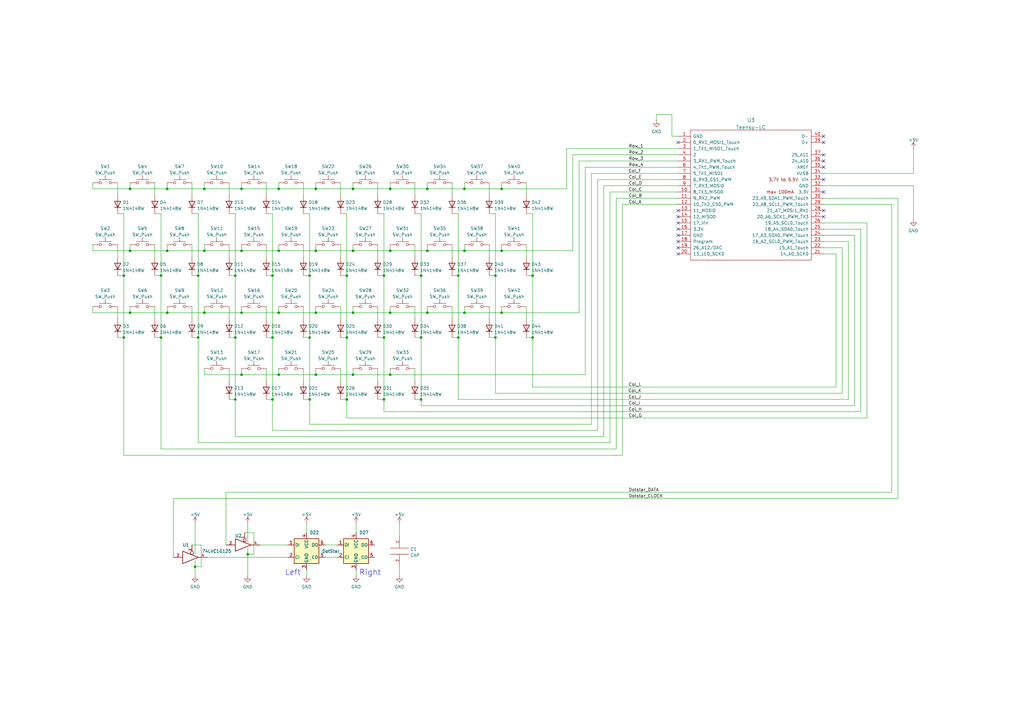
<source format=kicad_sch>
(kicad_sch (version 20211123) (generator eeschema)

  (uuid 1e61231f-0c0e-48bd-beef-c9849ffdfb3d)

  (paper "A3")

  (title_block
    (title "CMDR Mainboard 42")
    (date "2020-02-04")
    (rev "01")
    (company "CMtec")
  )

  (lib_symbols
    (symbol "74xGxx:74LVC1G125" (pin_names (offset 1.016)) (in_bom yes) (on_board yes)
      (property "Reference" "U" (id 0) (at -2.54 3.81 0)
        (effects (font (size 1.27 1.27)))
      )
      (property "Value" "74LVC1G125" (id 1) (at 0 -3.81 0)
        (effects (font (size 1.27 1.27)))
      )
      (property "Footprint" "" (id 2) (at 0 0 0)
        (effects (font (size 1.27 1.27)) hide)
      )
      (property "Datasheet" "http://www.ti.com/lit/sg/scyt129e/scyt129e.pdf" (id 3) (at 0 0 0)
        (effects (font (size 1.27 1.27)) hide)
      )
      (property "ki_keywords" "Single Gate Buff Tri-State LVC CMOS" (id 4) (at 0 0 0)
        (effects (font (size 1.27 1.27)) hide)
      )
      (property "ki_description" "Single Buffer Gate Tri-State, Low-Voltage CMOS" (id 5) (at 0 0 0)
        (effects (font (size 1.27 1.27)) hide)
      )
      (property "ki_fp_filters" "SOT* SG-*" (id 6) (at 0 0 0)
        (effects (font (size 1.27 1.27)) hide)
      )
      (symbol "74LVC1G125_0_1"
        (polyline
          (pts
            (xy -3.81 2.54)
            (xy -3.81 -2.54)
            (xy 2.54 0)
            (xy -3.81 2.54)
          )
          (stroke (width 0.254) (type default) (color 0 0 0 0))
          (fill (type none))
        )
      )
      (symbol "74LVC1G125_1_1"
        (pin input inverted (at 0 5.08 270) (length 3.81)
          (name "~" (effects (font (size 1.016 1.016))))
          (number "1" (effects (font (size 1.016 1.016))))
        )
        (pin input line (at -7.62 0 0) (length 3.81)
          (name "~" (effects (font (size 1.016 1.016))))
          (number "2" (effects (font (size 1.016 1.016))))
        )
        (pin power_in line (at 1.27 -1.27 270) (length 0) hide
          (name "GND" (effects (font (size 1.016 1.016))))
          (number "3" (effects (font (size 1.016 1.016))))
        )
        (pin tri_state line (at 6.35 0 180) (length 3.81)
          (name "~" (effects (font (size 1.016 1.016))))
          (number "4" (effects (font (size 1.016 1.016))))
        )
        (pin power_in line (at 1.27 1.27 90) (length 0) hide
          (name "VCC" (effects (font (size 1.016 1.016))))
          (number "5" (effects (font (size 1.016 1.016))))
        )
      )
    )
    (symbol "Diode:1N4148W" (pin_numbers hide) (pin_names (offset 1.016) hide) (in_bom yes) (on_board yes)
      (property "Reference" "D" (id 0) (at 0 2.54 0)
        (effects (font (size 1.27 1.27)))
      )
      (property "Value" "1N4148W" (id 1) (at 0 -2.54 0)
        (effects (font (size 1.27 1.27)))
      )
      (property "Footprint" "Diode_SMD:D_SOD-123" (id 2) (at 0 -4.445 0)
        (effects (font (size 1.27 1.27)) hide)
      )
      (property "Datasheet" "https://www.vishay.com/docs/85748/1n4148w.pdf" (id 3) (at 0 0 0)
        (effects (font (size 1.27 1.27)) hide)
      )
      (property "ki_keywords" "diode" (id 4) (at 0 0 0)
        (effects (font (size 1.27 1.27)) hide)
      )
      (property "ki_description" "75V 0.15A Fast Switching Diode, SOD-123" (id 5) (at 0 0 0)
        (effects (font (size 1.27 1.27)) hide)
      )
      (property "ki_fp_filters" "D*SOD?123*" (id 6) (at 0 0 0)
        (effects (font (size 1.27 1.27)) hide)
      )
      (symbol "1N4148W_0_1"
        (polyline
          (pts
            (xy -1.27 1.27)
            (xy -1.27 -1.27)
          )
          (stroke (width 0.254) (type default) (color 0 0 0 0))
          (fill (type none))
        )
        (polyline
          (pts
            (xy 1.27 0)
            (xy -1.27 0)
          )
          (stroke (width 0) (type default) (color 0 0 0 0))
          (fill (type none))
        )
        (polyline
          (pts
            (xy 1.27 1.27)
            (xy 1.27 -1.27)
            (xy -1.27 0)
            (xy 1.27 1.27)
          )
          (stroke (width 0.254) (type default) (color 0 0 0 0))
          (fill (type none))
        )
      )
      (symbol "1N4148W_1_1"
        (pin passive line (at -3.81 0 0) (length 2.54)
          (name "K" (effects (font (size 1.27 1.27))))
          (number "1" (effects (font (size 1.27 1.27))))
        )
        (pin passive line (at 3.81 0 180) (length 2.54)
          (name "A" (effects (font (size 1.27 1.27))))
          (number "2" (effects (font (size 1.27 1.27))))
        )
      )
    )
    (symbol "Switch:SW_Push" (pin_numbers hide) (pin_names (offset 1.016) hide) (in_bom yes) (on_board yes)
      (property "Reference" "SW" (id 0) (at 1.27 2.54 0)
        (effects (font (size 1.27 1.27)) (justify left))
      )
      (property "Value" "SW_Push" (id 1) (at 0 -1.524 0)
        (effects (font (size 1.27 1.27)))
      )
      (property "Footprint" "" (id 2) (at 0 5.08 0)
        (effects (font (size 1.27 1.27)) hide)
      )
      (property "Datasheet" "~" (id 3) (at 0 5.08 0)
        (effects (font (size 1.27 1.27)) hide)
      )
      (property "ki_keywords" "switch normally-open pushbutton push-button" (id 4) (at 0 0 0)
        (effects (font (size 1.27 1.27)) hide)
      )
      (property "ki_description" "Push button switch, generic, two pins" (id 5) (at 0 0 0)
        (effects (font (size 1.27 1.27)) hide)
      )
      (symbol "SW_Push_0_1"
        (circle (center -2.032 0) (radius 0.508)
          (stroke (width 0) (type default) (color 0 0 0 0))
          (fill (type none))
        )
        (polyline
          (pts
            (xy 0 1.27)
            (xy 0 3.048)
          )
          (stroke (width 0) (type default) (color 0 0 0 0))
          (fill (type none))
        )
        (polyline
          (pts
            (xy 2.54 1.27)
            (xy -2.54 1.27)
          )
          (stroke (width 0) (type default) (color 0 0 0 0))
          (fill (type none))
        )
        (circle (center 2.032 0) (radius 0.508)
          (stroke (width 0) (type default) (color 0 0 0 0))
          (fill (type none))
        )
        (pin passive line (at -5.08 0 0) (length 2.54)
          (name "1" (effects (font (size 1.27 1.27))))
          (number "1" (effects (font (size 1.27 1.27))))
        )
        (pin passive line (at 5.08 0 180) (length 2.54)
          (name "2" (effects (font (size 1.27 1.27))))
          (number "2" (effects (font (size 1.27 1.27))))
        )
      )
    )
    (symbol "dotstar:DotStar-cmdr_mainboard" (pin_names (offset 0.254)) (in_bom yes) (on_board yes)
      (property "Reference" "D" (id 0) (at 5.08 5.715 0)
        (effects (font (size 1.27 1.27)) (justify right bottom))
      )
      (property "Value" "DotStar-cmdr_mainboard" (id 1) (at 1.27 -5.715 0)
        (effects (font (size 1.27 1.27)) (justify left top))
      )
      (property "Footprint" "" (id 2) (at 1.27 -7.62 0)
        (effects (font (size 1.27 1.27)) (justify left top) hide)
      )
      (property "Datasheet" "" (id 3) (at 2.54 -9.525 0)
        (effects (font (size 1.27 1.27)) (justify left top) hide)
      )
      (property "ki_fp_filters" "LED*D5.0mm* LED*D8.0mm*" (id 4) (at 0 0 0)
        (effects (font (size 1.27 1.27)) hide)
      )
      (symbol "DotStar-cmdr_mainboard_0_1"
        (polyline
          (pts
            (xy 1.27 -3.556)
            (xy 1.778 -3.556)
          )
          (stroke (width 0) (type default) (color 0 0 0 0))
          (fill (type none))
        )
        (rectangle (start 5.08 5.08) (end -5.08 -5.08)
          (stroke (width 0.254) (type default) (color 0 0 0 0))
          (fill (type background))
        )
      )
      (symbol "DotStar-cmdr_mainboard_1_1"
        (pin input line (at -7.62 2.54 0) (length 2.54)
          (name "DI" (effects (font (size 1.27 1.27))))
          (number "1" (effects (font (size 1.27 1.27))))
        )
        (pin input line (at -7.62 -2.54 0) (length 2.54)
          (name "CI" (effects (font (size 1.27 1.27))))
          (number "2" (effects (font (size 1.27 1.27))))
        )
        (pin power_in line (at 0 -7.62 90) (length 2.54)
          (name "GND" (effects (font (size 1.27 1.27))))
          (number "3" (effects (font (size 1.27 1.27))))
        )
        (pin power_in line (at 0 7.62 270) (length 2.54)
          (name "VCC" (effects (font (size 1.27 1.27))))
          (number "4" (effects (font (size 1.27 1.27))))
        )
        (pin output line (at 7.62 -2.54 180) (length 2.54)
          (name "CO" (effects (font (size 1.27 1.27))))
          (number "5" (effects (font (size 1.27 1.27))))
        )
        (pin output line (at 7.62 2.54 180) (length 2.54)
          (name "DO" (effects (font (size 1.27 1.27))))
          (number "6" (effects (font (size 1.27 1.27))))
        )
      )
    )
    (symbol "power:+5V" (power) (pin_names (offset 0)) (in_bom yes) (on_board yes)
      (property "Reference" "#PWR" (id 0) (at 0 -3.81 0)
        (effects (font (size 1.27 1.27)) hide)
      )
      (property "Value" "+5V" (id 1) (at 0 3.556 0)
        (effects (font (size 1.27 1.27)))
      )
      (property "Footprint" "" (id 2) (at 0 0 0)
        (effects (font (size 1.27 1.27)) hide)
      )
      (property "Datasheet" "" (id 3) (at 0 0 0)
        (effects (font (size 1.27 1.27)) hide)
      )
      (property "ki_keywords" "power-flag" (id 4) (at 0 0 0)
        (effects (font (size 1.27 1.27)) hide)
      )
      (property "ki_description" "Power symbol creates a global label with name \"+5V\"" (id 5) (at 0 0 0)
        (effects (font (size 1.27 1.27)) hide)
      )
      (symbol "+5V_0_1"
        (polyline
          (pts
            (xy -0.762 1.27)
            (xy 0 2.54)
          )
          (stroke (width 0) (type default) (color 0 0 0 0))
          (fill (type none))
        )
        (polyline
          (pts
            (xy 0 0)
            (xy 0 2.54)
          )
          (stroke (width 0) (type default) (color 0 0 0 0))
          (fill (type none))
        )
        (polyline
          (pts
            (xy 0 2.54)
            (xy 0.762 1.27)
          )
          (stroke (width 0) (type default) (color 0 0 0 0))
          (fill (type none))
        )
      )
      (symbol "+5V_1_1"
        (pin power_in line (at 0 0 90) (length 0) hide
          (name "+5V" (effects (font (size 1.27 1.27))))
          (number "1" (effects (font (size 1.27 1.27))))
        )
      )
    )
    (symbol "power:GND" (power) (pin_names (offset 0)) (in_bom yes) (on_board yes)
      (property "Reference" "#PWR" (id 0) (at 0 -6.35 0)
        (effects (font (size 1.27 1.27)) hide)
      )
      (property "Value" "GND" (id 1) (at 0 -3.81 0)
        (effects (font (size 1.27 1.27)))
      )
      (property "Footprint" "" (id 2) (at 0 0 0)
        (effects (font (size 1.27 1.27)) hide)
      )
      (property "Datasheet" "" (id 3) (at 0 0 0)
        (effects (font (size 1.27 1.27)) hide)
      )
      (property "ki_keywords" "power-flag" (id 4) (at 0 0 0)
        (effects (font (size 1.27 1.27)) hide)
      )
      (property "ki_description" "Power symbol creates a global label with name \"GND\" , ground" (id 5) (at 0 0 0)
        (effects (font (size 1.27 1.27)) hide)
      )
      (symbol "GND_0_1"
        (polyline
          (pts
            (xy 0 0)
            (xy 0 -1.27)
            (xy 1.27 -1.27)
            (xy 0 -2.54)
            (xy -1.27 -1.27)
            (xy 0 -1.27)
          )
          (stroke (width 0) (type default) (color 0 0 0 0))
          (fill (type none))
        )
      )
      (symbol "GND_1_1"
        (pin power_in line (at 0 0 270) (length 0) hide
          (name "GND" (effects (font (size 1.27 1.27))))
          (number "1" (effects (font (size 1.27 1.27))))
        )
      )
    )
    (symbol "pspice:CAP" (pin_names (offset 0.254)) (in_bom yes) (on_board yes)
      (property "Reference" "C" (id 0) (at 2.54 3.81 90)
        (effects (font (size 1.27 1.27)))
      )
      (property "Value" "CAP" (id 1) (at 2.54 -3.81 90)
        (effects (font (size 1.27 1.27)))
      )
      (property "Footprint" "" (id 2) (at 0 0 0)
        (effects (font (size 1.27 1.27)) hide)
      )
      (property "Datasheet" "~" (id 3) (at 0 0 0)
        (effects (font (size 1.27 1.27)) hide)
      )
      (property "ki_keywords" "simulation" (id 4) (at 0 0 0)
        (effects (font (size 1.27 1.27)) hide)
      )
      (property "ki_description" "Capacitor symbol for simulation only" (id 5) (at 0 0 0)
        (effects (font (size 1.27 1.27)) hide)
      )
      (symbol "CAP_0_1"
        (polyline
          (pts
            (xy -3.81 -1.27)
            (xy 3.81 -1.27)
          )
          (stroke (width 0) (type default) (color 0 0 0 0))
          (fill (type none))
        )
        (polyline
          (pts
            (xy -3.81 1.27)
            (xy 3.81 1.27)
          )
          (stroke (width 0) (type default) (color 0 0 0 0))
          (fill (type none))
        )
      )
      (symbol "CAP_1_1"
        (pin passive line (at 0 6.35 270) (length 5.08)
          (name "~" (effects (font (size 1.016 1.016))))
          (number "1" (effects (font (size 1.016 1.016))))
        )
        (pin passive line (at 0 -6.35 90) (length 5.08)
          (name "~" (effects (font (size 1.016 1.016))))
          (number "2" (effects (font (size 1.016 1.016))))
        )
      )
    )
    (symbol "teensy:Teensy-LC" (pin_names (offset 1.016)) (in_bom yes) (on_board yes)
      (property "Reference" "U" (id 0) (at 0 29.21 0)
        (effects (font (size 1.524 1.524)))
      )
      (property "Value" "Teensy-LC" (id 1) (at 0 -29.21 0)
        (effects (font (size 1.524 1.524)))
      )
      (property "Footprint" "" (id 2) (at 0 -13.97 0)
        (effects (font (size 1.524 1.524)))
      )
      (property "Datasheet" "" (id 3) (at 0 -13.97 0)
        (effects (font (size 1.524 1.524)))
      )
      (symbol "Teensy-LC_0_0"
        (text "3.7V to 5.5V" (at 13.97 6.35 0)
          (effects (font (size 1.27 1.27)))
        )
        (text "max 100mA" (at 12.7 1.27 0)
          (effects (font (size 1.27 1.27)))
        )
      )
      (symbol "Teensy-LC_0_1"
        (rectangle (start -24.13 26.67) (end 25.4 -26.67)
          (stroke (width 0) (type default) (color 0 0 0 0))
          (fill (type none))
        )
      )
      (symbol "Teensy-LC_1_1"
        (pin power_in line (at -29.21 24.13 0) (length 5.08)
          (name "GND" (effects (font (size 1.27 1.27))))
          (number "1" (effects (font (size 1.27 1.27))))
        )
        (pin bidirectional line (at -29.21 1.27 0) (length 5.08)
          (name "8_TX3_MISO0" (effects (font (size 1.27 1.27))))
          (number "10" (effects (font (size 1.27 1.27))))
        )
        (pin bidirectional line (at -29.21 -1.27 0) (length 5.08)
          (name "9_RX2_PWM" (effects (font (size 1.27 1.27))))
          (number "11" (effects (font (size 1.27 1.27))))
        )
        (pin bidirectional line (at -29.21 -3.81 0) (length 5.08)
          (name "10_TX2_CS0_PWM" (effects (font (size 1.27 1.27))))
          (number "12" (effects (font (size 1.27 1.27))))
        )
        (pin bidirectional line (at -29.21 -6.35 0) (length 5.08)
          (name "11_MOSI0" (effects (font (size 1.27 1.27))))
          (number "13" (effects (font (size 1.27 1.27))))
        )
        (pin bidirectional line (at -29.21 -8.89 0) (length 5.08)
          (name "12_MISO0" (effects (font (size 1.27 1.27))))
          (number "14" (effects (font (size 1.27 1.27))))
        )
        (pin output line (at -29.21 -11.43 0) (length 5.08)
          (name "17_Vin" (effects (font (size 1.27 1.27))))
          (number "15" (effects (font (size 1.27 1.27))))
        )
        (pin power_in line (at -29.21 -13.97 0) (length 5.08)
          (name "3.3V" (effects (font (size 1.27 1.27))))
          (number "16" (effects (font (size 1.27 1.27))))
        )
        (pin power_in line (at -29.21 -16.51 0) (length 5.08)
          (name "GND" (effects (font (size 1.27 1.27))))
          (number "17" (effects (font (size 1.27 1.27))))
        )
        (pin input line (at -29.21 -19.05 0) (length 5.08)
          (name "Program" (effects (font (size 1.27 1.27))))
          (number "18" (effects (font (size 1.27 1.27))))
        )
        (pin bidirectional line (at -29.21 -21.59 0) (length 5.08)
          (name "26_A12/DAC" (effects (font (size 1.27 1.27))))
          (number "19" (effects (font (size 1.27 1.27))))
        )
        (pin bidirectional line (at -29.21 21.59 0) (length 5.08)
          (name "0_RX1_MOSI1_Touch" (effects (font (size 1.27 1.27))))
          (number "2" (effects (font (size 1.27 1.27))))
        )
        (pin bidirectional line (at -29.21 -24.13 0) (length 5.08)
          (name "13_LED_SCK0" (effects (font (size 1.27 1.27))))
          (number "20" (effects (font (size 1.27 1.27))))
        )
        (pin bidirectional line (at 30.48 -24.13 180) (length 5.08)
          (name "14_A0_SCK0" (effects (font (size 1.27 1.27))))
          (number "21" (effects (font (size 1.27 1.27))))
        )
        (pin bidirectional line (at 30.48 -21.59 180) (length 5.08)
          (name "15_A1_Touch" (effects (font (size 1.27 1.27))))
          (number "22" (effects (font (size 1.27 1.27))))
        )
        (pin bidirectional line (at 30.48 -19.05 180) (length 5.08)
          (name "16_A2_SCL0_PWM_Touch" (effects (font (size 1.27 1.27))))
          (number "23" (effects (font (size 1.27 1.27))))
        )
        (pin bidirectional line (at 30.48 -16.51 180) (length 5.08)
          (name "17_A3_SDA0_PWM_Touch" (effects (font (size 1.27 1.27))))
          (number "24" (effects (font (size 1.27 1.27))))
        )
        (pin bidirectional line (at 30.48 -13.97 180) (length 5.08)
          (name "18_A4_SDA0_Touch" (effects (font (size 1.27 1.27))))
          (number "25" (effects (font (size 1.27 1.27))))
        )
        (pin bidirectional line (at 30.48 -11.43 180) (length 5.08)
          (name "19_A5_SCL0_Touch" (effects (font (size 1.27 1.27))))
          (number "26" (effects (font (size 1.27 1.27))))
        )
        (pin bidirectional line (at 30.48 -8.89 180) (length 5.08)
          (name "20_A6_SCK1_PWM_TX3" (effects (font (size 1.27 1.27))))
          (number "27" (effects (font (size 1.27 1.27))))
        )
        (pin bidirectional line (at 30.48 -6.35 180) (length 5.08)
          (name "21_A7_MOSI1_RX1" (effects (font (size 1.27 1.27))))
          (number "28" (effects (font (size 1.27 1.27))))
        )
        (pin bidirectional line (at 30.48 -3.81 180) (length 5.08)
          (name "22_A8_SCL1_PWM_Touch" (effects (font (size 1.27 1.27))))
          (number "29" (effects (font (size 1.27 1.27))))
        )
        (pin bidirectional line (at -29.21 19.05 0) (length 5.08)
          (name "1_TX1_MISO1_Touch" (effects (font (size 1.27 1.27))))
          (number "3" (effects (font (size 1.27 1.27))))
        )
        (pin bidirectional line (at 30.48 -1.27 180) (length 5.08)
          (name "23_A9_SDA1_PWM_Touch" (effects (font (size 1.27 1.27))))
          (number "30" (effects (font (size 1.27 1.27))))
        )
        (pin power_out line (at 30.48 1.27 180) (length 5.08)
          (name "3.3V" (effects (font (size 1.27 1.27))))
          (number "31" (effects (font (size 1.27 1.27))))
        )
        (pin power_in line (at 30.48 3.81 180) (length 5.08)
          (name "GND" (effects (font (size 1.27 1.27))))
          (number "32" (effects (font (size 1.27 1.27))))
        )
        (pin power_in line (at 30.48 6.35 180) (length 5.08)
          (name "Vin" (effects (font (size 1.27 1.27))))
          (number "33" (effects (font (size 1.27 1.27))))
        )
        (pin power_in line (at 30.48 8.89 180) (length 5.08)
          (name "VUSB" (effects (font (size 1.27 1.27))))
          (number "34" (effects (font (size 1.27 1.27))))
        )
        (pin input line (at 30.48 11.43 180) (length 5.08)
          (name "AREF" (effects (font (size 1.27 1.27))))
          (number "35" (effects (font (size 1.27 1.27))))
        )
        (pin bidirectional line (at 30.48 13.97 180) (length 5.08)
          (name "24_A10" (effects (font (size 1.27 1.27))))
          (number "36" (effects (font (size 1.27 1.27))))
        )
        (pin bidirectional line (at 30.48 16.51 180) (length 5.08)
          (name "25_A11" (effects (font (size 1.27 1.27))))
          (number "37" (effects (font (size 1.27 1.27))))
        )
        (pin bidirectional line (at 30.48 21.59 180) (length 5.08)
          (name "D+" (effects (font (size 1.27 1.27))))
          (number "39" (effects (font (size 1.27 1.27))))
        )
        (pin bidirectional line (at -29.21 16.51 0) (length 5.08)
          (name "2" (effects (font (size 1.27 1.27))))
          (number "4" (effects (font (size 1.27 1.27))))
        )
        (pin bidirectional line (at 30.48 24.13 180) (length 5.08)
          (name "D-" (effects (font (size 1.27 1.27))))
          (number "40" (effects (font (size 1.27 1.27))))
        )
        (pin bidirectional line (at -29.21 13.97 0) (length 5.08)
          (name "3_RX1_PWM_Touch" (effects (font (size 1.27 1.27))))
          (number "5" (effects (font (size 1.27 1.27))))
        )
        (pin bidirectional line (at -29.21 11.43 0) (length 5.08)
          (name "4_TX1_PWM_Touch" (effects (font (size 1.27 1.27))))
          (number "6" (effects (font (size 1.27 1.27))))
        )
        (pin bidirectional line (at -29.21 8.89 0) (length 5.08)
          (name "5_TX1_MISO1" (effects (font (size 1.27 1.27))))
          (number "7" (effects (font (size 1.27 1.27))))
        )
        (pin bidirectional line (at -29.21 6.35 0) (length 5.08)
          (name "6_RX3_CS1_PWM" (effects (font (size 1.27 1.27))))
          (number "8" (effects (font (size 1.27 1.27))))
        )
        (pin bidirectional line (at -29.21 3.81 0) (length 5.08)
          (name "7_RX3_MOSI0" (effects (font (size 1.27 1.27))))
          (number "9" (effects (font (size 1.27 1.27))))
        )
      )
    )
  )

  (junction (at 129.54 77.47) (diameter 0) (color 0 0 0 0)
    (uuid 0097fe19-d6af-4ba2-a7a1-6cd9433f8e79)
  )
  (junction (at 157.48 113.03) (diameter 0) (color 0 0 0 0)
    (uuid 0436f22d-cebe-4d0e-a69c-7ad4e1a3deaf)
  )
  (junction (at 142.24 163.83) (diameter 0) (color 0 0 0 0)
    (uuid 053a901d-ac9f-41a8-a379-894762b7e033)
  )
  (junction (at 127 138.43) (diameter 0) (color 0 0 0 0)
    (uuid 05afd369-68f8-45d3-93da-113f49f6eaaf)
  )
  (junction (at 114.3 102.87) (diameter 0) (color 0 0 0 0)
    (uuid 05eb92b7-7a25-43a3-8990-54fd6af3e9ff)
  )
  (junction (at 68.58 102.87) (diameter 0) (color 0 0 0 0)
    (uuid 07c76ce7-b77d-4475-900a-c72e898c11fe)
  )
  (junction (at 68.58 77.47) (diameter 0) (color 0 0 0 0)
    (uuid 0cc5ca91-703e-454b-9ccf-ba64ea26d707)
  )
  (junction (at 83.82 128.27) (diameter 0) (color 0 0 0 0)
    (uuid 0cd63bcd-bd84-42f4-b4b5-2b5926072555)
  )
  (junction (at 218.44 138.43) (diameter 0) (color 0 0 0 0)
    (uuid 0e477dda-f8db-4a52-aaf4-5e05de317476)
  )
  (junction (at 81.28 138.43) (diameter 0) (color 0 0 0 0)
    (uuid 0efe99c7-ac35-4ead-8d1b-ecfe9eeebc54)
  )
  (junction (at 127 113.03) (diameter 0) (color 0 0 0 0)
    (uuid 1cc60b50-c0ad-4eb3-8bbc-dcf28dfd5a28)
  )
  (junction (at 96.52 113.03) (diameter 0) (color 0 0 0 0)
    (uuid 1fae3526-efdd-42b5-ac14-2fe68ef81ad2)
  )
  (junction (at 83.82 77.47) (diameter 0) (color 0 0 0 0)
    (uuid 22a68eed-aba7-46cc-b56f-3b75866a45f5)
  )
  (junction (at 190.5 128.27) (diameter 0) (color 0 0 0 0)
    (uuid 24562532-3004-438d-a425-6d38488a2954)
  )
  (junction (at 114.3 128.27) (diameter 0) (color 0 0 0 0)
    (uuid 261c10c3-6d1b-4e9d-8ea0-24ec3a0a5f82)
  )
  (junction (at 175.26 128.27) (diameter 0) (color 0 0 0 0)
    (uuid 289fd10b-c2b1-48d8-9507-825880d40ba4)
  )
  (junction (at 53.34 77.47) (diameter 0) (color 0 0 0 0)
    (uuid 311feeac-7846-4b7c-8025-9049f68e31ce)
  )
  (junction (at 144.78 102.87) (diameter 0) (color 0 0 0 0)
    (uuid 34b23bbd-9f0e-43f6-849e-6fa34b8d4eaf)
  )
  (junction (at 205.74 77.47) (diameter 0) (color 0 0 0 0)
    (uuid 34fb3dcd-6461-494e-a4f9-6280f4085ced)
  )
  (junction (at 205.74 102.87) (diameter 0) (color 0 0 0 0)
    (uuid 392247bc-2dbe-4ce8-ba02-b4cc0c3c31bf)
  )
  (junction (at 99.06 128.27) (diameter 0) (color 0 0 0 0)
    (uuid 3e2ec035-11d8-4f15-a0d1-9338d6c5e60f)
  )
  (junction (at 142.24 138.43) (diameter 0) (color 0 0 0 0)
    (uuid 3e619cb0-ccf0-42f3-9d05-c9a1d7071a4d)
  )
  (junction (at 129.54 153.67) (diameter 0) (color 0 0 0 0)
    (uuid 430d4e42-591f-400f-92b6-6889ec5c17fd)
  )
  (junction (at 187.96 113.03) (diameter 0) (color 0 0 0 0)
    (uuid 454715e5-da07-46d7-9436-e15c8d612055)
  )
  (junction (at 50.8 138.43) (diameter 0) (color 0 0 0 0)
    (uuid 4c291c8c-7abb-4cbd-9854-43be6396e47f)
  )
  (junction (at 111.76 163.83) (diameter 0) (color 0 0 0 0)
    (uuid 4cb09d8e-431c-4899-8472-4bc8b5458f78)
  )
  (junction (at 175.26 77.47) (diameter 0) (color 0 0 0 0)
    (uuid 4da7e9eb-3066-4d99-b29e-7b5e113de5b7)
  )
  (junction (at 142.24 113.03) (diameter 0) (color 0 0 0 0)
    (uuid 519fe0da-d243-4f5d-8941-18148d3f0286)
  )
  (junction (at 160.02 102.87) (diameter 0) (color 0 0 0 0)
    (uuid 53619602-45fe-421d-b309-30aaaf948890)
  )
  (junction (at 157.48 163.83) (diameter 0) (color 0 0 0 0)
    (uuid 556e8bf9-8e38-4bab-849b-6c8ff9468b2a)
  )
  (junction (at 66.04 138.43) (diameter 0) (color 0 0 0 0)
    (uuid 5581a04b-3db2-4284-b3f9-025076acdeb9)
  )
  (junction (at 190.5 77.47) (diameter 0) (color 0 0 0 0)
    (uuid 65cf4ae1-9d6a-44d7-8ae0-b3faffcf94d9)
  )
  (junction (at 190.5 102.87) (diameter 0) (color 0 0 0 0)
    (uuid 6d300ac3-2e73-4f41-97bc-5e3c35bc3676)
  )
  (junction (at 50.8 113.03) (diameter 0) (color 0 0 0 0)
    (uuid 71ed6294-be95-42bf-9a83-2e55abcc5788)
  )
  (junction (at 205.74 128.27) (diameter 0) (color 0 0 0 0)
    (uuid 72b638f4-91c0-45b7-b113-044b3c68c362)
  )
  (junction (at 111.76 138.43) (diameter 0) (color 0 0 0 0)
    (uuid 736ea99e-6d16-4121-9e61-ef6a28a8722e)
  )
  (junction (at 144.78 128.27) (diameter 0) (color 0 0 0 0)
    (uuid 752fdf3b-197b-41d4-afca-51313542aee4)
  )
  (junction (at 157.48 138.43) (diameter 0) (color 0 0 0 0)
    (uuid 77551c66-aa64-425a-a77e-92edc8503013)
  )
  (junction (at 203.2 138.43) (diameter 0) (color 0 0 0 0)
    (uuid 77b653f9-d592-4f00-8f9a-4a5566031851)
  )
  (junction (at 187.96 138.43) (diameter 0) (color 0 0 0 0)
    (uuid 7af1f421-177a-44f2-a01d-08e4329dacb0)
  )
  (junction (at 80.01 232.41) (diameter 0) (color 0 0 0 0)
    (uuid 7b16cbbf-8cef-4c41-8528-dd008033cc1d)
  )
  (junction (at 129.54 102.87) (diameter 0) (color 0 0 0 0)
    (uuid 7b4133fd-1346-499d-ad2d-0cdab34c5804)
  )
  (junction (at 160.02 77.47) (diameter 0) (color 0 0 0 0)
    (uuid 7f63ffd5-06b7-40bf-994a-32f05508a22e)
  )
  (junction (at 172.72 113.03) (diameter 0) (color 0 0 0 0)
    (uuid 7fe18c1d-19e4-4ab9-8fa8-c4af21c03225)
  )
  (junction (at 129.54 128.27) (diameter 0) (color 0 0 0 0)
    (uuid 8be9a1ed-3c7b-4171-9292-76232c325809)
  )
  (junction (at 53.34 128.27) (diameter 0) (color 0 0 0 0)
    (uuid 901e99af-5e62-47e3-91c9-ef1a1ff92c7b)
  )
  (junction (at 68.58 128.27) (diameter 0) (color 0 0 0 0)
    (uuid 9383e816-2f1c-48e3-9cad-f8cdc94ce1b1)
  )
  (junction (at 99.06 153.67) (diameter 0) (color 0 0 0 0)
    (uuid 98648f3d-5bee-43bc-a1f5-51ac34e010c9)
  )
  (junction (at 99.06 102.87) (diameter 0) (color 0 0 0 0)
    (uuid 99edc263-94d6-401f-9e3a-79c38e6abc9a)
  )
  (junction (at 99.06 77.47) (diameter 0) (color 0 0 0 0)
    (uuid 9f9369d9-9263-4e72-97fa-bac695e5fd82)
  )
  (junction (at 83.82 102.87) (diameter 0) (color 0 0 0 0)
    (uuid a5529d8b-5dcb-4110-bc28-b40c63a6b8a7)
  )
  (junction (at 66.04 113.03) (diameter 0) (color 0 0 0 0)
    (uuid a59db446-b20a-4412-b17b-d559139407ea)
  )
  (junction (at 101.6 227.33) (diameter 0) (color 0 0 0 0)
    (uuid ab9b10be-4778-4b95-95cc-f75e7fe83d97)
  )
  (junction (at 160.02 128.27) (diameter 0) (color 0 0 0 0)
    (uuid af46ffe7-834d-4b8c-be48-572e97a1d7d5)
  )
  (junction (at 144.78 153.67) (diameter 0) (color 0 0 0 0)
    (uuid c8d243ea-ac94-411c-92d0-cb4a6ffde5ac)
  )
  (junction (at 96.52 138.43) (diameter 0) (color 0 0 0 0)
    (uuid ccc2fec1-1bef-4387-955d-c5cf2b42f60f)
  )
  (junction (at 218.44 113.03) (diameter 0) (color 0 0 0 0)
    (uuid d1998efa-b870-4430-868b-fa316150ffb9)
  )
  (junction (at 111.76 113.03) (diameter 0) (color 0 0 0 0)
    (uuid d2e64981-d22d-47c8-87e0-1a8ba8f272f6)
  )
  (junction (at 203.2 113.03) (diameter 0) (color 0 0 0 0)
    (uuid d8f7943f-1b63-469b-97ef-8c7768ba571d)
  )
  (junction (at 127 163.83) (diameter 0) (color 0 0 0 0)
    (uuid df4dbb2c-dc3b-4949-ab27-6716e713d171)
  )
  (junction (at 172.72 163.83) (diameter 0) (color 0 0 0 0)
    (uuid e13da96b-06c7-4539-86de-9d2da1e7d4ac)
  )
  (junction (at 175.26 102.87) (diameter 0) (color 0 0 0 0)
    (uuid e35f0c3e-3744-4351-9ec8-75c5132f051e)
  )
  (junction (at 160.02 153.67) (diameter 0) (color 0 0 0 0)
    (uuid e7625bcf-03bf-4b3f-890d-83afbd711555)
  )
  (junction (at 81.28 113.03) (diameter 0) (color 0 0 0 0)
    (uuid e7b37a48-98d4-4f0c-9bee-32ed9f3c920f)
  )
  (junction (at 144.78 77.47) (diameter 0) (color 0 0 0 0)
    (uuid e8e99b19-a133-4e75-87da-51bff19a04b1)
  )
  (junction (at 114.3 77.47) (diameter 0) (color 0 0 0 0)
    (uuid eb5e8f90-d56c-44a3-bee5-97ded82402c6)
  )
  (junction (at 53.34 102.87) (diameter 0) (color 0 0 0 0)
    (uuid ecd2d620-cfdb-4e2a-ad7a-e30b61d4d782)
  )
  (junction (at 114.3 153.67) (diameter 0) (color 0 0 0 0)
    (uuid eee5d0c9-3d7d-4cfa-b755-ad31865d773a)
  )
  (junction (at 172.72 138.43) (diameter 0) (color 0 0 0 0)
    (uuid fcbf17ff-cecd-44f5-bf68-01282c85e362)
  )
  (junction (at 96.52 163.83) (diameter 0) (color 0 0 0 0)
    (uuid fcf05998-db7e-4fcc-891a-56b709bb0733)
  )

  (no_connect (at 337.82 88.9) (uuid 0e6ca143-38f5-4f5a-a9e3-5b58bd5b494f))
  (no_connect (at 337.82 86.36) (uuid 0e6ca143-38f5-4f5a-a9e3-5b58bd5b494f))
  (no_connect (at 337.82 66.04) (uuid 0e6ca143-38f5-4f5a-a9e3-5b58bd5b494f))
  (no_connect (at 337.82 63.5) (uuid 0e6ca143-38f5-4f5a-a9e3-5b58bd5b494f))
  (no_connect (at 337.82 58.42) (uuid 0e6ca143-38f5-4f5a-a9e3-5b58bd5b494f))
  (no_connect (at 337.82 55.88) (uuid 0e6ca143-38f5-4f5a-a9e3-5b58bd5b494f))
  (no_connect (at 278.13 99.06) (uuid 0e6ca143-38f5-4f5a-a9e3-5b58bd5b494f))
  (no_connect (at 278.13 101.6) (uuid 0e6ca143-38f5-4f5a-a9e3-5b58bd5b494f))
  (no_connect (at 278.13 104.14) (uuid 0e6ca143-38f5-4f5a-a9e3-5b58bd5b494f))
  (no_connect (at 337.82 78.74) (uuid 0e6ca143-38f5-4f5a-a9e3-5b58bd5b494f))
  (no_connect (at 337.82 73.66) (uuid 0e6ca143-38f5-4f5a-a9e3-5b58bd5b494f))
  (no_connect (at 337.82 68.58) (uuid 0e6ca143-38f5-4f5a-a9e3-5b58bd5b494f))
  (no_connect (at 278.13 91.44) (uuid 7574b81d-16ff-4a07-b30b-db9ec1d3e337))
  (no_connect (at 278.13 93.98) (uuid 7574b81d-16ff-4a07-b30b-db9ec1d3e337))
  (no_connect (at 278.13 96.52) (uuid 7574b81d-16ff-4a07-b30b-db9ec1d3e337))
  (no_connect (at 278.13 58.42) (uuid 7574b81d-16ff-4a07-b30b-db9ec1d3e337))
  (no_connect (at 278.13 86.36) (uuid 7574b81d-16ff-4a07-b30b-db9ec1d3e337))
  (no_connect (at 278.13 88.9) (uuid 7574b81d-16ff-4a07-b30b-db9ec1d3e337))

  (wire (pts (xy 160.02 100.33) (xy 160.02 102.87))
    (stroke (width 0) (type default) (color 0 0 0 0))
    (uuid 00068ae9-5404-4147-9c06-74ab9a771870)
  )
  (wire (pts (xy 129.54 100.33) (xy 129.54 102.87))
    (stroke (width 0) (type default) (color 0 0 0 0))
    (uuid 01640430-7e3d-4011-83b0-3379c2083212)
  )
  (wire (pts (xy 144.78 77.47) (xy 160.02 77.47))
    (stroke (width 0) (type default) (color 0 0 0 0))
    (uuid 02c3f37d-8671-4fdc-a753-8a10ddd52a0f)
  )
  (wire (pts (xy 345.44 161.29) (xy 345.44 101.6))
    (stroke (width 0) (type default) (color 0 0 0 0))
    (uuid 03c58c19-566a-4cfc-aa8c-e138f8e7ab51)
  )
  (wire (pts (xy 247.65 76.2) (xy 247.65 179.07))
    (stroke (width 0) (type default) (color 0 0 0 0))
    (uuid 03d51f48-d340-44c8-9626-486041856350)
  )
  (wire (pts (xy 48.26 74.93) (xy 48.26 80.01))
    (stroke (width 0) (type default) (color 0 0 0 0))
    (uuid 03edb757-7dae-4f78-bddc-19a71947e376)
  )
  (wire (pts (xy 101.6 227.33) (xy 101.6 236.22))
    (stroke (width 0) (type default) (color 0 0 0 0))
    (uuid 03fe062a-c5a6-404d-89bd-df837ec2edc9)
  )
  (wire (pts (xy 185.42 100.33) (xy 185.42 105.41))
    (stroke (width 0) (type default) (color 0 0 0 0))
    (uuid 054a6a48-42d2-4d17-bdab-a0f4fe354819)
  )
  (wire (pts (xy 80.01 232.41) (xy 80.01 236.22))
    (stroke (width 0) (type default) (color 0 0 0 0))
    (uuid 06da8c6f-c60e-4aa0-951d-bbda95bdef79)
  )
  (wire (pts (xy 80.01 229.87) (xy 80.01 232.41))
    (stroke (width 0) (type default) (color 0 0 0 0))
    (uuid 06e2eaa9-b605-43af-9d40-87088a37b31c)
  )
  (wire (pts (xy 187.96 163.83) (xy 347.98 163.83))
    (stroke (width 0) (type default) (color 0 0 0 0))
    (uuid 07b4a841-fbdd-47aa-a561-310fefe54e2a)
  )
  (wire (pts (xy 109.22 87.63) (xy 111.76 87.63))
    (stroke (width 0) (type default) (color 0 0 0 0))
    (uuid 07f89df9-f924-464d-96e4-9ca5e310c294)
  )
  (wire (pts (xy 66.04 184.15) (xy 252.73 184.15))
    (stroke (width 0) (type default) (color 0 0 0 0))
    (uuid 08a0aee0-94c8-486f-9d01-4999d857beee)
  )
  (wire (pts (xy 68.58 100.33) (xy 68.58 102.87))
    (stroke (width 0) (type default) (color 0 0 0 0))
    (uuid 08f93106-f18c-4cd4-b3c2-bbab9c9fb2a9)
  )
  (wire (pts (xy 172.72 163.83) (xy 172.72 166.37))
    (stroke (width 0) (type default) (color 0 0 0 0))
    (uuid 09338e30-2c56-45cf-b079-b469b7c002cf)
  )
  (wire (pts (xy 160.02 77.47) (xy 175.26 77.47))
    (stroke (width 0) (type default) (color 0 0 0 0))
    (uuid 0bc48160-9cda-4fcf-8c7e-1b99d45d5718)
  )
  (wire (pts (xy 111.76 87.63) (xy 111.76 113.03))
    (stroke (width 0) (type default) (color 0 0 0 0))
    (uuid 0c14a570-0424-44d5-bb4e-73cf563bd9a0)
  )
  (wire (pts (xy 278.13 71.12) (xy 242.57 71.12))
    (stroke (width 0) (type default) (color 0 0 0 0))
    (uuid 0dc639be-3dbb-4afc-9bde-dbf26131b0ff)
  )
  (wire (pts (xy 92.71 201.93) (xy 92.71 223.52))
    (stroke (width 0) (type default) (color 0 0 0 0))
    (uuid 0ea42923-3979-4da4-9d57-a39231b15b69)
  )
  (wire (pts (xy 81.28 113.03) (xy 81.28 138.43))
    (stroke (width 0) (type default) (color 0 0 0 0))
    (uuid 0f56b60c-9eef-4439-88e6-43f965e80272)
  )
  (wire (pts (xy 278.13 73.66) (xy 245.11 73.66))
    (stroke (width 0) (type default) (color 0 0 0 0))
    (uuid 0fc13934-172f-4795-b83f-59692c7b0dfd)
  )
  (wire (pts (xy 240.03 153.67) (xy 240.03 68.58))
    (stroke (width 0) (type default) (color 0 0 0 0))
    (uuid 0ffe6de6-2f15-4a20-8ef8-674720ff7e98)
  )
  (wire (pts (xy 139.7 87.63) (xy 142.24 87.63))
    (stroke (width 0) (type default) (color 0 0 0 0))
    (uuid 11c24c4b-51fd-423d-97ac-bc5e8a7672d6)
  )
  (wire (pts (xy 53.34 100.33) (xy 53.34 102.87))
    (stroke (width 0) (type default) (color 0 0 0 0))
    (uuid 128381d5-f575-4572-903f-0f8c4a4b110c)
  )
  (wire (pts (xy 38.1 102.87) (xy 53.34 102.87))
    (stroke (width 0) (type default) (color 0 0 0 0))
    (uuid 138189b8-fb76-4c51-8fc3-a257166e1b5f)
  )
  (wire (pts (xy 68.58 128.27) (xy 83.82 128.27))
    (stroke (width 0) (type default) (color 0 0 0 0))
    (uuid 13cef8b8-e7d7-4ff6-9567-392e3b9381c9)
  )
  (wire (pts (xy 355.6 171.45) (xy 355.6 91.44))
    (stroke (width 0) (type default) (color 0 0 0 0))
    (uuid 149f4bd2-d7a5-48a5-91ca-9a6b9333161c)
  )
  (wire (pts (xy 38.1 128.27) (xy 53.34 128.27))
    (stroke (width 0) (type default) (color 0 0 0 0))
    (uuid 152a1727-84f3-48fc-8f71-e883477fab1e)
  )
  (wire (pts (xy 139.7 125.73) (xy 139.7 130.81))
    (stroke (width 0) (type default) (color 0 0 0 0))
    (uuid 154facb1-1ed8-4b48-8cb7-7da9d4583910)
  )
  (wire (pts (xy 82.55 223.52) (xy 82.55 232.41))
    (stroke (width 0) (type default) (color 0 0 0 0))
    (uuid 174b2919-f9bd-4438-8886-8bdd6a9d9bed)
  )
  (wire (pts (xy 68.58 125.73) (xy 68.58 128.27))
    (stroke (width 0) (type default) (color 0 0 0 0))
    (uuid 187c5ff4-d640-48c4-9f3e-10fe6084485d)
  )
  (wire (pts (xy 175.26 74.93) (xy 175.26 77.47))
    (stroke (width 0) (type default) (color 0 0 0 0))
    (uuid 1979f9ee-575e-429f-8051-9e4bcdd21b3c)
  )
  (wire (pts (xy 215.9 100.33) (xy 215.9 105.41))
    (stroke (width 0) (type default) (color 0 0 0 0))
    (uuid 19898348-97c2-4b4b-8165-b4e424227f60)
  )
  (wire (pts (xy 203.2 138.43) (xy 203.2 161.29))
    (stroke (width 0) (type default) (color 0 0 0 0))
    (uuid 1a5d7f59-b511-4246-b761-6a241579fa71)
  )
  (wire (pts (xy 278.13 78.74) (xy 250.19 78.74))
    (stroke (width 0) (type default) (color 0 0 0 0))
    (uuid 1b56d728-14cd-4fc6-aa9c-7feed6d02f5b)
  )
  (wire (pts (xy 234.95 102.87) (xy 234.95 63.5))
    (stroke (width 0) (type default) (color 0 0 0 0))
    (uuid 1dc94ddf-4b01-42ca-ac39-af06734a851e)
  )
  (wire (pts (xy 78.74 223.52) (xy 82.55 223.52))
    (stroke (width 0) (type default) (color 0 0 0 0))
    (uuid 1f1477b9-56ce-4c91-bbf3-3869569ab479)
  )
  (wire (pts (xy 170.18 113.03) (xy 172.72 113.03))
    (stroke (width 0) (type default) (color 0 0 0 0))
    (uuid 1f927cc4-1b99-4350-8e77-34947bc02fea)
  )
  (wire (pts (xy 187.96 138.43) (xy 185.42 138.43))
    (stroke (width 0) (type default) (color 0 0 0 0))
    (uuid 1f9c4eab-0d4e-4965-9c83-45a9e2eeb894)
  )
  (wire (pts (xy 142.24 138.43) (xy 142.24 163.83))
    (stroke (width 0) (type default) (color 0 0 0 0))
    (uuid 1fa0ebbe-ffba-4054-a677-d60f7725efe6)
  )
  (wire (pts (xy 38.1 74.93) (xy 38.1 77.47))
    (stroke (width 0) (type default) (color 0 0 0 0))
    (uuid 1fe87b16-1088-44db-821f-ab7264042425)
  )
  (wire (pts (xy 185.42 113.03) (xy 187.96 113.03))
    (stroke (width 0) (type default) (color 0 0 0 0))
    (uuid 21b27101-54b1-4a54-9fd6-951543f5393b)
  )
  (wire (pts (xy 114.3 77.47) (xy 129.54 77.47))
    (stroke (width 0) (type default) (color 0 0 0 0))
    (uuid 227a542b-1ebd-4ae3-b56c-d833d43e95d0)
  )
  (wire (pts (xy 50.8 138.43) (xy 50.8 186.69))
    (stroke (width 0) (type default) (color 0 0 0 0))
    (uuid 22e12f9a-40f9-43ac-9ba1-8e00c74d88c8)
  )
  (wire (pts (xy 50.8 138.43) (xy 48.26 138.43))
    (stroke (width 0) (type default) (color 0 0 0 0))
    (uuid 239fd1a5-0c17-4c3e-9682-a81172806c02)
  )
  (wire (pts (xy 144.78 128.27) (xy 160.02 128.27))
    (stroke (width 0) (type default) (color 0 0 0 0))
    (uuid 24aba0d6-6af6-4fcd-b847-121aeeef74bb)
  )
  (wire (pts (xy 125.73 214.63) (xy 125.73 218.44))
    (stroke (width 0) (type default) (color 0 0 0 0))
    (uuid 25ff64b9-b306-45bb-8821-5bdf4b95fb74)
  )
  (wire (pts (xy 275.59 55.88) (xy 275.59 46.99))
    (stroke (width 0) (type default) (color 0 0 0 0))
    (uuid 27fdf635-f016-4520-95f1-c2fc4995c0fb)
  )
  (wire (pts (xy 81.28 138.43) (xy 81.28 181.61))
    (stroke (width 0) (type default) (color 0 0 0 0))
    (uuid 2875bc4e-5c7e-4ba1-9c92-fa3c4a12a384)
  )
  (wire (pts (xy 96.52 138.43) (xy 96.52 163.83))
    (stroke (width 0) (type default) (color 0 0 0 0))
    (uuid 292eee5c-7e9a-45e8-b644-e45e32930de7)
  )
  (wire (pts (xy 111.76 176.53) (xy 245.11 176.53))
    (stroke (width 0) (type default) (color 0 0 0 0))
    (uuid 2a2d168c-c6ca-49f6-8c2f-38ed691a070c)
  )
  (wire (pts (xy 114.3 102.87) (xy 129.54 102.87))
    (stroke (width 0) (type default) (color 0 0 0 0))
    (uuid 2d0ab703-3e20-4d5c-82dd-9a5809f78afc)
  )
  (wire (pts (xy 157.48 87.63) (xy 157.48 113.03))
    (stroke (width 0) (type default) (color 0 0 0 0))
    (uuid 2e1cab89-9b82-4766-9f1b-027ef3c8158c)
  )
  (wire (pts (xy 185.42 125.73) (xy 185.42 130.81))
    (stroke (width 0) (type default) (color 0 0 0 0))
    (uuid 2e952ce6-d4e3-433c-9566-b26d1dff6245)
  )
  (wire (pts (xy 133.35 223.52) (xy 138.43 223.52))
    (stroke (width 0) (type default) (color 0 0 0 0))
    (uuid 2ea57f24-23fe-48ed-8835-78c5f74286a8)
  )
  (wire (pts (xy 68.58 77.47) (xy 83.82 77.47))
    (stroke (width 0) (type default) (color 0 0 0 0))
    (uuid 2f19a6a6-de37-459c-80c8-6c1f141d0639)
  )
  (wire (pts (xy 99.06 100.33) (xy 99.06 102.87))
    (stroke (width 0) (type default) (color 0 0 0 0))
    (uuid 2ffefd30-a82c-41cd-a630-5aa68ee2c1a6)
  )
  (wire (pts (xy 275.59 46.99) (xy 269.24 46.99))
    (stroke (width 0) (type default) (color 0 0 0 0))
    (uuid 311e2b37-989f-43f1-b464-649e1e1b7081)
  )
  (wire (pts (xy 63.5 113.03) (xy 66.04 113.03))
    (stroke (width 0) (type default) (color 0 0 0 0))
    (uuid 31480769-102c-40cb-94b9-fbcabc18472f)
  )
  (wire (pts (xy 83.82 74.93) (xy 83.82 77.47))
    (stroke (width 0) (type default) (color 0 0 0 0))
    (uuid 3373d411-3af1-4a7f-b0fa-0b064ed9b430)
  )
  (wire (pts (xy 154.94 87.63) (xy 157.48 87.63))
    (stroke (width 0) (type default) (color 0 0 0 0))
    (uuid 342de679-8419-4030-88b9-d59a681ec754)
  )
  (wire (pts (xy 83.82 102.87) (xy 99.06 102.87))
    (stroke (width 0) (type default) (color 0 0 0 0))
    (uuid 34cc664e-d65f-490e-997e-04cc9a3d9d3c)
  )
  (wire (pts (xy 278.13 83.82) (xy 255.27 83.82))
    (stroke (width 0) (type default) (color 0 0 0 0))
    (uuid 34cedd7c-8c42-412b-997e-ca694c2892c7)
  )
  (wire (pts (xy 63.5 125.73) (xy 63.5 130.81))
    (stroke (width 0) (type default) (color 0 0 0 0))
    (uuid 3680019a-2b5f-4283-ac59-8d06ad9aa190)
  )
  (wire (pts (xy 175.26 77.47) (xy 190.5 77.47))
    (stroke (width 0) (type default) (color 0 0 0 0))
    (uuid 376800ae-74f3-4b27-affd-cab734347cde)
  )
  (wire (pts (xy 114.3 74.93) (xy 114.3 77.47))
    (stroke (width 0) (type default) (color 0 0 0 0))
    (uuid 3a391e5f-7b30-4c14-8be8-19f3a978611f)
  )
  (wire (pts (xy 278.13 55.88) (xy 275.59 55.88))
    (stroke (width 0) (type default) (color 0 0 0 0))
    (uuid 3ac7849d-8ff6-4e45-8ccf-74f548a434dc)
  )
  (wire (pts (xy 93.98 74.93) (xy 93.98 80.01))
    (stroke (width 0) (type default) (color 0 0 0 0))
    (uuid 3af50888-d5ad-48c8-867d-0acf2c609335)
  )
  (wire (pts (xy 190.5 100.33) (xy 190.5 102.87))
    (stroke (width 0) (type default) (color 0 0 0 0))
    (uuid 3c5ccfa8-b4bd-4dab-871e-08bf3061c573)
  )
  (wire (pts (xy 368.3 204.47) (xy 71.12 204.47))
    (stroke (width 0) (type default) (color 0 0 0 0))
    (uuid 3e159045-8a4d-4f08-a580-01dcd32d7c8a)
  )
  (wire (pts (xy 172.72 163.83) (xy 170.18 163.83))
    (stroke (width 0) (type default) (color 0 0 0 0))
    (uuid 3f471f43-7355-4017-929c-5eacea737f45)
  )
  (wire (pts (xy 127 113.03) (xy 127 138.43))
    (stroke (width 0) (type default) (color 0 0 0 0))
    (uuid 41bfd689-afd8-47eb-bc28-593705364b9a)
  )
  (wire (pts (xy 144.78 151.13) (xy 144.78 153.67))
    (stroke (width 0) (type default) (color 0 0 0 0))
    (uuid 42d19764-ddb5-44c2-8471-b73ef7e5fa69)
  )
  (wire (pts (xy 93.98 113.03) (xy 96.52 113.03))
    (stroke (width 0) (type default) (color 0 0 0 0))
    (uuid 42fae042-aa78-4c5d-9d7d-1cee676aec71)
  )
  (wire (pts (xy 146.05 214.63) (xy 146.05 218.44))
    (stroke (width 0) (type default) (color 0 0 0 0))
    (uuid 4311bad4-c8c0-4ce0-9953-b2978b4afa47)
  )
  (wire (pts (xy 144.78 74.93) (xy 144.78 77.47))
    (stroke (width 0) (type default) (color 0 0 0 0))
    (uuid 44939b3a-55e4-4dbd-aab6-6998e39d4ab4)
  )
  (wire (pts (xy 160.02 128.27) (xy 175.26 128.27))
    (stroke (width 0) (type default) (color 0 0 0 0))
    (uuid 44eb1bbe-e609-4347-b423-f2223c4daf4f)
  )
  (wire (pts (xy 129.54 74.93) (xy 129.54 77.47))
    (stroke (width 0) (type default) (color 0 0 0 0))
    (uuid 45e38f48-1f53-4b6b-a605-00536a8f7322)
  )
  (wire (pts (xy 78.74 87.63) (xy 81.28 87.63))
    (stroke (width 0) (type default) (color 0 0 0 0))
    (uuid 47730ab4-bb1f-4c1c-87ec-f39fbc3baa55)
  )
  (wire (pts (xy 205.74 128.27) (xy 205.74 125.73))
    (stroke (width 0) (type default) (color 0 0 0 0))
    (uuid 47fb438f-b0da-486a-a2cc-42571fc6b3c0)
  )
  (wire (pts (xy 200.66 125.73) (xy 200.66 130.81))
    (stroke (width 0) (type default) (color 0 0 0 0))
    (uuid 4a1da97a-8ca2-4c8a-a988-085626031713)
  )
  (wire (pts (xy 53.34 77.47) (xy 68.58 77.47))
    (stroke (width 0) (type default) (color 0 0 0 0))
    (uuid 4ba7cb9c-eaa1-42b6-ad57-ab4cd47b877b)
  )
  (wire (pts (xy 154.94 113.03) (xy 157.48 113.03))
    (stroke (width 0) (type default) (color 0 0 0 0))
    (uuid 4d435ccc-377d-409f-8699-5ae25572bad2)
  )
  (wire (pts (xy 124.46 151.13) (xy 124.46 156.21))
    (stroke (width 0) (type default) (color 0 0 0 0))
    (uuid 4d54a180-e1b4-4d4b-bd1b-6c6ce3e7cab7)
  )
  (wire (pts (xy 163.83 214.63) (xy 163.83 219.71))
    (stroke (width 0) (type default) (color 0 0 0 0))
    (uuid 4e2c246c-66dc-4b11-b09c-f4940596e06d)
  )
  (wire (pts (xy 114.3 153.67) (xy 129.54 153.67))
    (stroke (width 0) (type default) (color 0 0 0 0))
    (uuid 4e7b74b0-e249-4be0-b3fc-9bf09e8ae1bf)
  )
  (wire (pts (xy 200.66 74.93) (xy 200.66 80.01))
    (stroke (width 0) (type default) (color 0 0 0 0))
    (uuid 4f47ecac-e5f7-4136-a8f9-6b61a151ad26)
  )
  (wire (pts (xy 190.5 125.73) (xy 190.5 128.27))
    (stroke (width 0) (type default) (color 0 0 0 0))
    (uuid 5058fd50-c067-4813-adf9-78ca51ff65f0)
  )
  (wire (pts (xy 101.6 224.79) (xy 101.6 227.33))
    (stroke (width 0) (type default) (color 0 0 0 0))
    (uuid 521641ae-079f-44c5-8799-a7857971ee01)
  )
  (wire (pts (xy 172.72 87.63) (xy 172.72 113.03))
    (stroke (width 0) (type default) (color 0 0 0 0))
    (uuid 5263c24e-486d-41d1-8130-c3966c8c8cf4)
  )
  (wire (pts (xy 114.3 125.73) (xy 114.3 128.27))
    (stroke (width 0) (type default) (color 0 0 0 0))
    (uuid 527a1349-566a-4ab4-8a1d-b443690d58d0)
  )
  (wire (pts (xy 78.74 113.03) (xy 81.28 113.03))
    (stroke (width 0) (type default) (color 0 0 0 0))
    (uuid 53307d84-729c-49d2-954e-19516ace4638)
  )
  (wire (pts (xy 365.76 83.82) (xy 365.76 201.93))
    (stroke (width 0) (type default) (color 0 0 0 0))
    (uuid 55716eaf-253e-44e1-a02b-7a1f0d9264e6)
  )
  (wire (pts (xy 237.49 128.27) (xy 237.49 66.04))
    (stroke (width 0) (type default) (color 0 0 0 0))
    (uuid 57a99955-3026-4372-9629-0fa7715799e6)
  )
  (wire (pts (xy 218.44 113.03) (xy 218.44 138.43))
    (stroke (width 0) (type default) (color 0 0 0 0))
    (uuid 58118e61-8a85-494f-8b89-2189a5decc07)
  )
  (wire (pts (xy 250.19 78.74) (xy 250.19 181.61))
    (stroke (width 0) (type default) (color 0 0 0 0))
    (uuid 5b42838f-51cd-41d8-b0ce-dd36bd75b90e)
  )
  (wire (pts (xy 157.48 163.83) (xy 154.94 163.83))
    (stroke (width 0) (type default) (color 0 0 0 0))
    (uuid 5b75b062-de7a-429e-8780-1c603693e298)
  )
  (wire (pts (xy 355.6 91.44) (xy 337.82 91.44))
    (stroke (width 0) (type default) (color 0 0 0 0))
    (uuid 5bd7a09e-521f-4e59-8fdc-ec22a9f6eb59)
  )
  (wire (pts (xy 99.06 102.87) (xy 114.3 102.87))
    (stroke (width 0) (type default) (color 0 0 0 0))
    (uuid 5bed1dd8-ad94-4063-ba82-518b1b2bb01f)
  )
  (wire (pts (xy 66.04 138.43) (xy 63.5 138.43))
    (stroke (width 0) (type default) (color 0 0 0 0))
    (uuid 5c3e03c5-8957-41ff-8262-0b9d9f98f8b3)
  )
  (wire (pts (xy 374.65 60.96) (xy 374.65 71.12))
    (stroke (width 0) (type default) (color 0 0 0 0))
    (uuid 5e8a3d2a-926c-4c8c-a129-16265a3ae139)
  )
  (wire (pts (xy 111.76 163.83) (xy 109.22 163.83))
    (stroke (width 0) (type default) (color 0 0 0 0))
    (uuid 60d036bf-cd0c-4b2a-9091-fd51b5496124)
  )
  (wire (pts (xy 111.76 163.83) (xy 111.76 176.53))
    (stroke (width 0) (type default) (color 0 0 0 0))
    (uuid 61a4656b-2749-4be5-a336-1a3b010e859f)
  )
  (wire (pts (xy 127 163.83) (xy 127 173.99))
    (stroke (width 0) (type default) (color 0 0 0 0))
    (uuid 621961ae-25d5-49d9-a44d-da7c69a134ad)
  )
  (wire (pts (xy 99.06 151.13) (xy 99.06 153.67))
    (stroke (width 0) (type default) (color 0 0 0 0))
    (uuid 623c861b-6fed-464c-9779-27dabe8fc36d)
  )
  (wire (pts (xy 190.5 77.47) (xy 205.74 77.47))
    (stroke (width 0) (type default) (color 0 0 0 0))
    (uuid 62f41034-b6c4-4bbe-89ee-416d3feb782a)
  )
  (wire (pts (xy 83.82 153.67) (xy 99.06 153.67))
    (stroke (width 0) (type default) (color 0 0 0 0))
    (uuid 62fd7a84-f94d-49eb-b053-66f162c4a6b3)
  )
  (wire (pts (xy 252.73 81.28) (xy 252.73 184.15))
    (stroke (width 0) (type default) (color 0 0 0 0))
    (uuid 638df048-1404-4c4c-a631-e7db9c395b6d)
  )
  (wire (pts (xy 142.24 163.83) (xy 139.7 163.83))
    (stroke (width 0) (type default) (color 0 0 0 0))
    (uuid 64f7cb03-c74b-42a4-8e1f-2f77f962f11f)
  )
  (wire (pts (xy 85.09 228.6) (xy 118.11 228.6))
    (stroke (width 0) (type default) (color 0 0 0 0))
    (uuid 66539a09-8327-43a9-bee4-212825429830)
  )
  (wire (pts (xy 48.26 125.73) (xy 48.26 130.81))
    (stroke (width 0) (type default) (color 0 0 0 0))
    (uuid 665aa9da-3652-4c35-a7ba-f54aadab07bf)
  )
  (wire (pts (xy 38.1 77.47) (xy 53.34 77.47))
    (stroke (width 0) (type default) (color 0 0 0 0))
    (uuid 66902413-a374-49ee-a441-b75e7d33daa8)
  )
  (wire (pts (xy 142.24 171.45) (xy 355.6 171.45))
    (stroke (width 0) (type default) (color 0 0 0 0))
    (uuid 67e139af-738f-4b4e-add9-4f87877d0434)
  )
  (wire (pts (xy 172.72 138.43) (xy 170.18 138.43))
    (stroke (width 0) (type default) (color 0 0 0 0))
    (uuid 692202ac-d97e-4525-a34a-750a3b457a4d)
  )
  (wire (pts (xy 218.44 138.43) (xy 215.9 138.43))
    (stroke (width 0) (type default) (color 0 0 0 0))
    (uuid 6a0229ea-56d6-4c5d-b532-e77d3c980646)
  )
  (wire (pts (xy 205.74 102.87) (xy 205.74 100.33))
    (stroke (width 0) (type default) (color 0 0 0 0))
    (uuid 6c94305e-a16a-421f-9e6d-04bc3b797c78)
  )
  (wire (pts (xy 104.14 227.33) (xy 101.6 227.33))
    (stroke (width 0) (type default) (color 0 0 0 0))
    (uuid 6ca0d3e6-0e62-4341-a16c-ecad0d5b4b71)
  )
  (wire (pts (xy 353.06 93.98) (xy 337.82 93.98))
    (stroke (width 0) (type default) (color 0 0 0 0))
    (uuid 6cb9dd3c-a09d-4a7b-a784-9ecbc8ea9b87)
  )
  (wire (pts (xy 80.01 214.63) (xy 80.01 227.33))
    (stroke (width 0) (type default) (color 0 0 0 0))
    (uuid 6eb651d1-4ac3-47b8-b205-e997ca8fff16)
  )
  (wire (pts (xy 200.66 87.63) (xy 203.2 87.63))
    (stroke (width 0) (type default) (color 0 0 0 0))
    (uuid 6edee6be-d791-4ab2-b3c7-d2bcd034b3f8)
  )
  (wire (pts (xy 96.52 113.03) (xy 96.52 138.43))
    (stroke (width 0) (type default) (color 0 0 0 0))
    (uuid 6eeb87cd-b505-4599-bf25-ccb7d3f0bc53)
  )
  (wire (pts (xy 278.13 76.2) (xy 247.65 76.2))
    (stroke (width 0) (type default) (color 0 0 0 0))
    (uuid 719e1a72-b19f-44b2-b53e-52a72e7b0522)
  )
  (wire (pts (xy 78.74 125.73) (xy 78.74 130.81))
    (stroke (width 0) (type default) (color 0 0 0 0))
    (uuid 72c7f7bb-27c9-41d6-a381-b957bd19653e)
  )
  (wire (pts (xy 129.54 125.73) (xy 129.54 128.27))
    (stroke (width 0) (type default) (color 0 0 0 0))
    (uuid 72e5c408-dd24-490c-b539-3edf53c390cb)
  )
  (wire (pts (xy 81.28 138.43) (xy 78.74 138.43))
    (stroke (width 0) (type default) (color 0 0 0 0))
    (uuid 74098f44-2b80-417b-9f6f-48a92c33f6af)
  )
  (wire (pts (xy 139.7 100.33) (xy 139.7 105.41))
    (stroke (width 0) (type default) (color 0 0 0 0))
    (uuid 74b6abb9-5fb1-4e96-81c4-1a34b9fafdaa)
  )
  (wire (pts (xy 190.5 74.93) (xy 190.5 77.47))
    (stroke (width 0) (type default) (color 0 0 0 0))
    (uuid 74c6a2d9-2fb7-4152-928e-e8b4e4b687ab)
  )
  (wire (pts (xy 203.2 113.03) (xy 203.2 138.43))
    (stroke (width 0) (type default) (color 0 0 0 0))
    (uuid 758593aa-5207-476a-8605-bbc195e88b5b)
  )
  (wire (pts (xy 111.76 138.43) (xy 111.76 163.83))
    (stroke (width 0) (type default) (color 0 0 0 0))
    (uuid 75949785-71ec-4b04-bf8d-5afd2c02c217)
  )
  (wire (pts (xy 154.94 151.13) (xy 154.94 156.21))
    (stroke (width 0) (type default) (color 0 0 0 0))
    (uuid 75efc16f-abe8-4a22-ae52-e40088c7b324)
  )
  (wire (pts (xy 337.82 81.28) (xy 368.3 81.28))
    (stroke (width 0) (type default) (color 0 0 0 0))
    (uuid 76a539cb-0455-41bf-873d-115cd3c374cd)
  )
  (wire (pts (xy 175.26 100.33) (xy 175.26 102.87))
    (stroke (width 0) (type default) (color 0 0 0 0))
    (uuid 76ecf877-46c0-4ee7-81fd-3b38a6624987)
  )
  (wire (pts (xy 109.22 113.03) (xy 111.76 113.03))
    (stroke (width 0) (type default) (color 0 0 0 0))
    (uuid 771acdb8-769c-4b58-b95e-14824da383f0)
  )
  (wire (pts (xy 50.8 186.69) (xy 255.27 186.69))
    (stroke (width 0) (type default) (color 0 0 0 0))
    (uuid 77ffcce9-cb61-45fc-86b1-912cd5a834e5)
  )
  (wire (pts (xy 53.34 125.73) (xy 53.34 128.27))
    (stroke (width 0) (type default) (color 0 0 0 0))
    (uuid 79184f22-8a75-4354-baad-4a08524f2364)
  )
  (wire (pts (xy 157.48 163.83) (xy 157.48 168.91))
    (stroke (width 0) (type default) (color 0 0 0 0))
    (uuid 793947f7-2a9f-4bac-bb7a-b507b893c3c9)
  )
  (wire (pts (xy 63.5 74.93) (xy 63.5 80.01))
    (stroke (width 0) (type default) (color 0 0 0 0))
    (uuid 795cbf38-1e62-4d0d-97a1-7d5c5b3419f4)
  )
  (wire (pts (xy 234.95 63.5) (xy 278.13 63.5))
    (stroke (width 0) (type default) (color 0 0 0 0))
    (uuid 79b082d9-00bf-4e53-8806-fb21237f42c3)
  )
  (wire (pts (xy 205.74 128.27) (xy 237.49 128.27))
    (stroke (width 0) (type default) (color 0 0 0 0))
    (uuid 79c561f5-c3ca-495b-b111-772add171709)
  )
  (wire (pts (xy 347.98 163.83) (xy 347.98 99.06))
    (stroke (width 0) (type default) (color 0 0 0 0))
    (uuid 79ec9f3d-aef7-4c10-93e2-c5a844308b83)
  )
  (wire (pts (xy 187.96 113.03) (xy 187.96 138.43))
    (stroke (width 0) (type default) (color 0 0 0 0))
    (uuid 7a2bfbb4-9623-47b2-b0d1-59a44d260ac4)
  )
  (wire (pts (xy 187.96 138.43) (xy 187.96 163.83))
    (stroke (width 0) (type default) (color 0 0 0 0))
    (uuid 7a31639a-2727-4cf9-96c7-c7a0980dbc70)
  )
  (wire (pts (xy 170.18 87.63) (xy 172.72 87.63))
    (stroke (width 0) (type default) (color 0 0 0 0))
    (uuid 7b2f6748-285a-4abc-a36d-d07bc8f83b04)
  )
  (wire (pts (xy 96.52 87.63) (xy 96.52 113.03))
    (stroke (width 0) (type default) (color 0 0 0 0))
    (uuid 7bb50605-19ae-4899-b4be-4417eaad1596)
  )
  (wire (pts (xy 109.22 151.13) (xy 109.22 156.21))
    (stroke (width 0) (type default) (color 0 0 0 0))
    (uuid 7c361e23-4d83-466e-8112-d5f5ee9e1d3d)
  )
  (wire (pts (xy 66.04 113.03) (xy 66.04 138.43))
    (stroke (width 0) (type default) (color 0 0 0 0))
    (uuid 7c7e38db-9585-463c-bf1d-f4679ad28378)
  )
  (wire (pts (xy 347.98 99.06) (xy 337.82 99.06))
    (stroke (width 0) (type default) (color 0 0 0 0))
    (uuid 7e5fe7b5-d8f7-410b-8b8d-2cc0c93f53d9)
  )
  (wire (pts (xy 38.1 100.33) (xy 38.1 102.87))
    (stroke (width 0) (type default) (color 0 0 0 0))
    (uuid 7ff69d4f-b6af-4291-aed4-b766de901db6)
  )
  (wire (pts (xy 232.41 77.47) (xy 232.41 60.96))
    (stroke (width 0) (type default) (color 0 0 0 0))
    (uuid 80253277-9175-45f8-b364-4bff14de476a)
  )
  (wire (pts (xy 205.74 77.47) (xy 205.74 74.93))
    (stroke (width 0) (type default) (color 0 0 0 0))
    (uuid 80621fe5-225b-47a6-9b44-6f155b474846)
  )
  (wire (pts (xy 96.52 138.43) (xy 93.98 138.43))
    (stroke (width 0) (type default) (color 0 0 0 0))
    (uuid 80bcb641-8250-4852-a4ac-e3a884304536)
  )
  (wire (pts (xy 48.26 87.63) (xy 50.8 87.63))
    (stroke (width 0) (type default) (color 0 0 0 0))
    (uuid 83d03189-6223-4f52-94c0-58a4448e626b)
  )
  (wire (pts (xy 187.96 87.63) (xy 187.96 113.03))
    (stroke (width 0) (type default) (color 0 0 0 0))
    (uuid 8408c302-359f-41af-ae4a-0503d51d2900)
  )
  (wire (pts (xy 114.3 128.27) (xy 129.54 128.27))
    (stroke (width 0) (type default) (color 0 0 0 0))
    (uuid 84aa4cc2-49c7-4415-b804-507ab5feb849)
  )
  (wire (pts (xy 350.52 96.52) (xy 337.82 96.52))
    (stroke (width 0) (type default) (color 0 0 0 0))
    (uuid 84d9c426-8004-45c4-9599-fcd4c4eb6010)
  )
  (wire (pts (xy 172.72 113.03) (xy 172.72 138.43))
    (stroke (width 0) (type default) (color 0 0 0 0))
    (uuid 85a7a61c-9985-4218-a7f5-d7f31b753b9c)
  )
  (wire (pts (xy 172.72 138.43) (xy 172.72 163.83))
    (stroke (width 0) (type default) (color 0 0 0 0))
    (uuid 86273cba-854e-4a05-9460-834196f31480)
  )
  (wire (pts (xy 185.42 87.63) (xy 187.96 87.63))
    (stroke (width 0) (type default) (color 0 0 0 0))
    (uuid 86e48094-c0dd-4888-8861-9fe401112f5e)
  )
  (wire (pts (xy 96.52 163.83) (xy 93.98 163.83))
    (stroke (width 0) (type default) (color 0 0 0 0))
    (uuid 8825354e-5449-44fc-8721-fdc35ce3be4b)
  )
  (wire (pts (xy 81.28 181.61) (xy 250.19 181.61))
    (stroke (width 0) (type default) (color 0 0 0 0))
    (uuid 88a1669b-2dd7-4231-8028-66b027483c49)
  )
  (wire (pts (xy 144.78 102.87) (xy 160.02 102.87))
    (stroke (width 0) (type default) (color 0 0 0 0))
    (uuid 89ff9fba-64bf-4be1-8acf-d567333094c0)
  )
  (wire (pts (xy 218.44 158.75) (xy 342.9 158.75))
    (stroke (width 0) (type default) (color 0 0 0 0))
    (uuid 8bc67cbb-4f17-498e-a53f-66d0805af4b3)
  )
  (wire (pts (xy 160.02 102.87) (xy 175.26 102.87))
    (stroke (width 0) (type default) (color 0 0 0 0))
    (uuid 8bea629f-b136-4df3-a479-e7bf6dcdfbfc)
  )
  (wire (pts (xy 129.54 102.87) (xy 144.78 102.87))
    (stroke (width 0) (type default) (color 0 0 0 0))
    (uuid 8d45356d-2e69-4856-b00a-1f180d6d45ad)
  )
  (wire (pts (xy 160.02 151.13) (xy 160.02 153.67))
    (stroke (width 0) (type default) (color 0 0 0 0))
    (uuid 8eb76b49-8498-422a-b62d-3a51950cf824)
  )
  (wire (pts (xy 127 138.43) (xy 124.46 138.43))
    (stroke (width 0) (type default) (color 0 0 0 0))
    (uuid 8f6c6c77-a2fb-4aeb-b4f2-4033f1a0ad39)
  )
  (wire (pts (xy 190.5 102.87) (xy 205.74 102.87))
    (stroke (width 0) (type default) (color 0 0 0 0))
    (uuid 910fcfc1-23b5-4ffd-ae93-23ec9aee0477)
  )
  (wire (pts (xy 157.48 168.91) (xy 353.06 168.91))
    (stroke (width 0) (type default) (color 0 0 0 0))
    (uuid 91170259-6538-471e-bbd2-3388270d15a6)
  )
  (wire (pts (xy 109.22 125.73) (xy 109.22 130.81))
    (stroke (width 0) (type default) (color 0 0 0 0))
    (uuid 91f945f5-cc38-4ff3-aec5-f31c7d5f0c96)
  )
  (wire (pts (xy 78.74 100.33) (xy 78.74 105.41))
    (stroke (width 0) (type default) (color 0 0 0 0))
    (uuid 931462eb-05d5-48bd-9934-0cfb9cfb8a0a)
  )
  (wire (pts (xy 203.2 161.29) (xy 345.44 161.29))
    (stroke (width 0) (type default) (color 0 0 0 0))
    (uuid 9389de69-cbe7-4898-94b1-c3a585b9cef8)
  )
  (wire (pts (xy 50.8 113.03) (xy 50.8 138.43))
    (stroke (width 0) (type default) (color 0 0 0 0))
    (uuid 94610079-0dcd-4702-9243-b9526934adcb)
  )
  (wire (pts (xy 111.76 113.03) (xy 111.76 138.43))
    (stroke (width 0) (type default) (color 0 0 0 0))
    (uuid 948ba6d5-24a1-4f8b-b675-b8299ce2b9e6)
  )
  (wire (pts (xy 205.74 102.87) (xy 234.95 102.87))
    (stroke (width 0) (type default) (color 0 0 0 0))
    (uuid 94b1e783-2019-4c1f-acf2-acb9bb9ca858)
  )
  (wire (pts (xy 99.06 153.67) (xy 114.3 153.67))
    (stroke (width 0) (type default) (color 0 0 0 0))
    (uuid 94b335b6-b4de-4db3-b01c-1ccf8a68fb2b)
  )
  (wire (pts (xy 218.44 138.43) (xy 218.44 158.75))
    (stroke (width 0) (type default) (color 0 0 0 0))
    (uuid 96b869f1-434e-4ca0-8e02-f81a0fd93653)
  )
  (wire (pts (xy 78.74 74.93) (xy 78.74 80.01))
    (stroke (width 0) (type default) (color 0 0 0 0))
    (uuid 98ec8b18-8fc7-47ac-86e3-6e3f0d3cb471)
  )
  (wire (pts (xy 215.9 87.63) (xy 218.44 87.63))
    (stroke (width 0) (type default) (color 0 0 0 0))
    (uuid 98ed185d-7c7e-46b3-9dd6-baab0f3fe8d5)
  )
  (wire (pts (xy 190.5 128.27) (xy 205.74 128.27))
    (stroke (width 0) (type default) (color 0 0 0 0))
    (uuid 99fff6b7-808d-488b-b0dd-a0e7425a04f8)
  )
  (wire (pts (xy 353.06 168.91) (xy 353.06 93.98))
    (stroke (width 0) (type default) (color 0 0 0 0))
    (uuid 9a4e1af7-c358-4464-9521-dbd20bbfee75)
  )
  (wire (pts (xy 342.9 104.14) (xy 337.82 104.14))
    (stroke (width 0) (type default) (color 0 0 0 0))
    (uuid 9a521803-0635-4352-b235-ce5305127352)
  )
  (wire (pts (xy 175.26 102.87) (xy 190.5 102.87))
    (stroke (width 0) (type default) (color 0 0 0 0))
    (uuid 9bb9ccd0-f34b-4208-93ae-32cc1db670a6)
  )
  (wire (pts (xy 83.82 125.73) (xy 83.82 128.27))
    (stroke (width 0) (type default) (color 0 0 0 0))
    (uuid 9d1505ac-a7f4-4e76-855e-65cbec6c9f7d)
  )
  (wire (pts (xy 99.06 128.27) (xy 114.3 128.27))
    (stroke (width 0) (type default) (color 0 0 0 0))
    (uuid 9e3fae21-eaee-4ab4-86a7-f5017f96ab37)
  )
  (wire (pts (xy 170.18 151.13) (xy 170.18 156.21))
    (stroke (width 0) (type default) (color 0 0 0 0))
    (uuid 9e4abf25-136c-4e49-9d78-8a09e9e515e1)
  )
  (wire (pts (xy 129.54 77.47) (xy 144.78 77.47))
    (stroke (width 0) (type default) (color 0 0 0 0))
    (uuid 9f9c473e-a0d4-4f5a-8f4c-84b1da86f921)
  )
  (wire (pts (xy 99.06 74.93) (xy 99.06 77.47))
    (stroke (width 0) (type default) (color 0 0 0 0))
    (uuid a27f9804-b847-4efd-960d-6e92cd12bc5c)
  )
  (wire (pts (xy 82.55 232.41) (xy 80.01 232.41))
    (stroke (width 0) (type default) (color 0 0 0 0))
    (uuid a3388acc-8215-4c9a-b56d-838333309384)
  )
  (wire (pts (xy 146.05 233.68) (xy 146.05 236.22))
    (stroke (width 0) (type default) (color 0 0 0 0))
    (uuid a3fad1d1-a7c0-450d-be07-314618ab58a9)
  )
  (wire (pts (xy 93.98 125.73) (xy 93.98 130.81))
    (stroke (width 0) (type default) (color 0 0 0 0))
    (uuid a7546363-656b-4fc4-9f78-f7ce161e02c2)
  )
  (wire (pts (xy 83.82 151.13) (xy 83.82 153.67))
    (stroke (width 0) (type default) (color 0 0 0 0))
    (uuid a76a3130-b166-4e06-8b30-2627430c1a92)
  )
  (wire (pts (xy 203.2 138.43) (xy 200.66 138.43))
    (stroke (width 0) (type default) (color 0 0 0 0))
    (uuid a86f956c-ffe1-435e-af6e-afa650dd021f)
  )
  (wire (pts (xy 142.24 163.83) (xy 142.24 171.45))
    (stroke (width 0) (type default) (color 0 0 0 0))
    (uuid a9f931f5-6572-4484-9527-e64155d7b072)
  )
  (wire (pts (xy 172.72 166.37) (xy 350.52 166.37))
    (stroke (width 0) (type default) (color 0 0 0 0))
    (uuid ab385153-e691-433c-b40c-b1b24c5b6da7)
  )
  (wire (pts (xy 160.02 125.73) (xy 160.02 128.27))
    (stroke (width 0) (type default) (color 0 0 0 0))
    (uuid ac441f96-0339-47db-8662-ea0a6b61bb02)
  )
  (wire (pts (xy 337.82 76.2) (xy 374.65 76.2))
    (stroke (width 0) (type default) (color 0 0 0 0))
    (uuid ac7e0ad4-567a-4f9e-92a2-2dd2aaceac4b)
  )
  (wire (pts (xy 127 87.63) (xy 127 113.03))
    (stroke (width 0) (type default) (color 0 0 0 0))
    (uuid b021c6d1-eb5d-4ffe-a9cf-714336ea307f)
  )
  (wire (pts (xy 237.49 66.04) (xy 278.13 66.04))
    (stroke (width 0) (type default) (color 0 0 0 0))
    (uuid b0a4dc1d-6bfd-4442-81b1-59335aa94f41)
  )
  (wire (pts (xy 111.76 138.43) (xy 109.22 138.43))
    (stroke (width 0) (type default) (color 0 0 0 0))
    (uuid b21f92ac-507d-4c18-a1f5-b675ae411747)
  )
  (wire (pts (xy 144.78 153.67) (xy 160.02 153.67))
    (stroke (width 0) (type default) (color 0 0 0 0))
    (uuid b34d3dbc-7216-4420-809e-7442ef55d5b3)
  )
  (wire (pts (xy 93.98 100.33) (xy 93.98 105.41))
    (stroke (width 0) (type default) (color 0 0 0 0))
    (uuid b3e24ab6-f3fc-4042-9e2e-7bb2b2ef9184)
  )
  (wire (pts (xy 114.3 151.13) (xy 114.3 153.67))
    (stroke (width 0) (type default) (color 0 0 0 0))
    (uuid b5506688-35bb-4233-a574-712ef40556f0)
  )
  (wire (pts (xy 53.34 102.87) (xy 68.58 102.87))
    (stroke (width 0) (type default) (color 0 0 0 0))
    (uuid b560472f-eb4a-4e13-950f-18f2573ff9a2)
  )
  (wire (pts (xy 144.78 100.33) (xy 144.78 102.87))
    (stroke (width 0) (type default) (color 0 0 0 0))
    (uuid b845e88f-bd54-4ad5-8a09-259f0be049f1)
  )
  (wire (pts (xy 93.98 87.63) (xy 96.52 87.63))
    (stroke (width 0) (type default) (color 0 0 0 0))
    (uuid b8ec0204-36ea-4ef2-ba99-709b2d31a251)
  )
  (wire (pts (xy 129.54 128.27) (xy 144.78 128.27))
    (stroke (width 0) (type default) (color 0 0 0 0))
    (uuid b9167975-134e-41a2-b481-85f1f494d023)
  )
  (wire (pts (xy 278.13 81.28) (xy 252.73 81.28))
    (stroke (width 0) (type default) (color 0 0 0 0))
    (uuid ba204d03-58c4-492f-b302-0e4a4dcd7aa4)
  )
  (wire (pts (xy 127 163.83) (xy 124.46 163.83))
    (stroke (width 0) (type default) (color 0 0 0 0))
    (uuid ba897618-9d83-485c-9c47-46ae63666d2b)
  )
  (wire (pts (xy 232.41 60.96) (xy 278.13 60.96))
    (stroke (width 0) (type default) (color 0 0 0 0))
    (uuid bbba3a95-da94-41fa-aeaf-37b247c97e0a)
  )
  (wire (pts (xy 96.52 163.83) (xy 96.52 179.07))
    (stroke (width 0) (type default) (color 0 0 0 0))
    (uuid bc25585c-ff60-4953-9b92-d6fe99130046)
  )
  (wire (pts (xy 350.52 166.37) (xy 350.52 96.52))
    (stroke (width 0) (type default) (color 0 0 0 0))
    (uuid bc9056e7-7c99-466c-acd6-a8acf7f0db70)
  )
  (wire (pts (xy 215.9 125.73) (xy 215.9 130.81))
    (stroke (width 0) (type default) (color 0 0 0 0))
    (uuid bd11b812-24ce-42d2-8797-2360cf85ca8d)
  )
  (wire (pts (xy 106.68 223.52) (xy 118.11 223.52))
    (stroke (width 0) (type default) (color 0 0 0 0))
    (uuid bd6fb019-68e7-42a3-8a1b-b2dddc3def86)
  )
  (wire (pts (xy 104.14 218.44) (xy 104.14 227.33))
    (stroke (width 0) (type default) (color 0 0 0 0))
    (uuid bdd22669-9a1e-4742-ac6f-4cbe137717df)
  )
  (wire (pts (xy 368.3 81.28) (xy 368.3 204.47))
    (stroke (width 0) (type default) (color 0 0 0 0))
    (uuid be37864f-4dc3-40b0-ab4e-1b42055b7fa7)
  )
  (wire (pts (xy 71.12 204.47) (xy 71.12 228.6))
    (stroke (width 0) (type default) (color 0 0 0 0))
    (uuid bf54d34c-3ceb-4434-9ad6-f3249b3f94eb)
  )
  (wire (pts (xy 205.74 77.47) (xy 232.41 77.47))
    (stroke (width 0) (type default) (color 0 0 0 0))
    (uuid bf77d5d4-65f2-428b-83ec-7120b57c6dcb)
  )
  (wire (pts (xy 124.46 113.03) (xy 127 113.03))
    (stroke (width 0) (type default) (color 0 0 0 0))
    (uuid c08494b2-f3d0-4e32-8083-7f538a7a18d6)
  )
  (wire (pts (xy 154.94 74.93) (xy 154.94 80.01))
    (stroke (width 0) (type default) (color 0 0 0 0))
    (uuid c12fad9e-5bd2-4d5b-9698-ddf31135783d)
  )
  (wire (pts (xy 175.26 125.73) (xy 175.26 128.27))
    (stroke (width 0) (type default) (color 0 0 0 0))
    (uuid c2354d77-af89-404b-af9d-878e5615ab81)
  )
  (wire (pts (xy 215.9 113.03) (xy 218.44 113.03))
    (stroke (width 0) (type default) (color 0 0 0 0))
    (uuid c42e5fc1-d10e-49fc-8963-01b458e11e1a)
  )
  (wire (pts (xy 342.9 158.75) (xy 342.9 104.14))
    (stroke (width 0) (type default) (color 0 0 0 0))
    (uuid c46d2a01-5b37-4754-b1e4-0b260eb389a1)
  )
  (wire (pts (xy 242.57 71.12) (xy 242.57 173.99))
    (stroke (width 0) (type default) (color 0 0 0 0))
    (uuid c5b7c35b-84cf-4d85-8509-97ade329e444)
  )
  (wire (pts (xy 365.76 201.93) (xy 92.71 201.93))
    (stroke (width 0) (type default) (color 0 0 0 0))
    (uuid c5d3ff16-20b1-4615-8cb2-3a6e97be7d3c)
  )
  (wire (pts (xy 68.58 102.87) (xy 83.82 102.87))
    (stroke (width 0) (type default) (color 0 0 0 0))
    (uuid c9615300-d950-435e-8318-5abefd2801ae)
  )
  (wire (pts (xy 142.24 87.63) (xy 142.24 113.03))
    (stroke (width 0) (type default) (color 0 0 0 0))
    (uuid c9b81459-4311-41f6-8a60-9b079338519c)
  )
  (wire (pts (xy 175.26 128.27) (xy 190.5 128.27))
    (stroke (width 0) (type default) (color 0 0 0 0))
    (uuid c9cb06c2-8855-492c-b0a1-2b544c0c18c2)
  )
  (wire (pts (xy 157.48 138.43) (xy 154.94 138.43))
    (stroke (width 0) (type default) (color 0 0 0 0))
    (uuid cabd0c3d-71c7-405f-aafa-0d5750733cdb)
  )
  (wire (pts (xy 124.46 100.33) (xy 124.46 105.41))
    (stroke (width 0) (type default) (color 0 0 0 0))
    (uuid caf0598a-5370-47cd-a89a-cc2f3ef4f09c)
  )
  (wire (pts (xy 83.82 77.47) (xy 99.06 77.47))
    (stroke (width 0) (type default) (color 0 0 0 0))
    (uuid cb2b2c8b-f471-44ca-9c68-ec571af188c1)
  )
  (wire (pts (xy 185.42 74.93) (xy 185.42 80.01))
    (stroke (width 0) (type default) (color 0 0 0 0))
    (uuid cb5e9a95-82fa-473c-a0dd-fd197c15722b)
  )
  (wire (pts (xy 38.1 125.73) (xy 38.1 128.27))
    (stroke (width 0) (type default) (color 0 0 0 0))
    (uuid cbc79154-ad09-472d-b260-f3a6795eb6a1)
  )
  (wire (pts (xy 99.06 77.47) (xy 114.3 77.47))
    (stroke (width 0) (type default) (color 0 0 0 0))
    (uuid cbda565b-b326-452b-9ed1-3f56f339f290)
  )
  (wire (pts (xy 50.8 87.63) (xy 50.8 113.03))
    (stroke (width 0) (type default) (color 0 0 0 0))
    (uuid cde1f5e8-3aec-43a2-9161-7dc4e8ebcb1e)
  )
  (wire (pts (xy 68.58 74.93) (xy 68.58 77.47))
    (stroke (width 0) (type default) (color 0 0 0 0))
    (uuid d0646d5f-9f35-4b16-a080-60b60c3767f1)
  )
  (wire (pts (xy 114.3 100.33) (xy 114.3 102.87))
    (stroke (width 0) (type default) (color 0 0 0 0))
    (uuid d0e9e3b5-a156-43d0-98b6-e6ade1b9584f)
  )
  (wire (pts (xy 124.46 74.93) (xy 124.46 80.01))
    (stroke (width 0) (type default) (color 0 0 0 0))
    (uuid d1069c4e-2474-4cd7-9d9e-8eaf6aab67b8)
  )
  (wire (pts (xy 96.52 179.07) (xy 247.65 179.07))
    (stroke (width 0) (type default) (color 0 0 0 0))
    (uuid d2479be2-44d2-4233-84e5-9d8b884b60f9)
  )
  (wire (pts (xy 127 173.99) (xy 242.57 173.99))
    (stroke (width 0) (type default) (color 0 0 0 0))
    (uuid d2c94e9e-636b-4ed0-89a2-09e8a7c8a732)
  )
  (wire (pts (xy 160.02 153.67) (xy 240.03 153.67))
    (stroke (width 0) (type default) (color 0 0 0 0))
    (uuid d35eb64a-37b8-4561-8bde-d8792717afbd)
  )
  (wire (pts (xy 154.94 125.73) (xy 154.94 130.81))
    (stroke (width 0) (type default) (color 0 0 0 0))
    (uuid d3ce06d4-b0a1-425f-9aa0-4a0407266865)
  )
  (wire (pts (xy 139.7 151.13) (xy 139.7 156.21))
    (stroke (width 0) (type default) (color 0 0 0 0))
    (uuid d485eb37-7ef2-4ee2-a733-cb372363aba5)
  )
  (wire (pts (xy 218.44 87.63) (xy 218.44 113.03))
    (stroke (width 0) (type default) (color 0 0 0 0))
    (uuid d4d25cb7-ea79-4e31-9a5e-8803cedcacdd)
  )
  (wire (pts (xy 124.46 87.63) (xy 127 87.63))
    (stroke (width 0) (type default) (color 0 0 0 0))
    (uuid d4f0ce78-bfbb-4c6b-ab74-afa83eb951c5)
  )
  (wire (pts (xy 63.5 87.63) (xy 66.04 87.63))
    (stroke (width 0) (type default) (color 0 0 0 0))
    (uuid d54c38e2-308d-417a-b5b5-2095748953e3)
  )
  (wire (pts (xy 144.78 125.73) (xy 144.78 128.27))
    (stroke (width 0) (type default) (color 0 0 0 0))
    (uuid d6df3c54-bbc8-4761-9f28-bafbb30a8477)
  )
  (wire (pts (xy 337.82 83.82) (xy 365.76 83.82))
    (stroke (width 0) (type default) (color 0 0 0 0))
    (uuid d76dd517-2343-43b6-9d90-231b97887579)
  )
  (wire (pts (xy 99.06 125.73) (xy 99.06 128.27))
    (stroke (width 0) (type default) (color 0 0 0 0))
    (uuid d819680e-dcb8-44fd-b41b-fd0c8d1817e2)
  )
  (wire (pts (xy 200.66 100.33) (xy 200.66 105.41))
    (stroke (width 0) (type default) (color 0 0 0 0))
    (uuid d9198757-5c0f-40fb-a6bc-e2c44f8f8d1a)
  )
  (wire (pts (xy 245.11 73.66) (xy 245.11 176.53))
    (stroke (width 0) (type default) (color 0 0 0 0))
    (uuid d9f06033-a881-4691-9e7c-93fa310b90e1)
  )
  (wire (pts (xy 170.18 74.93) (xy 170.18 80.01))
    (stroke (width 0) (type default) (color 0 0 0 0))
    (uuid da06eb1e-6711-4a78-994d-96cf5f011bd1)
  )
  (wire (pts (xy 83.82 100.33) (xy 83.82 102.87))
    (stroke (width 0) (type default) (color 0 0 0 0))
    (uuid da592ad7-a270-4425-9339-5c2eb7d8d18d)
  )
  (wire (pts (xy 81.28 87.63) (xy 81.28 113.03))
    (stroke (width 0) (type default) (color 0 0 0 0))
    (uuid dac4f2c5-4964-4b94-90d5-56b5383fe52e)
  )
  (wire (pts (xy 200.66 113.03) (xy 203.2 113.03))
    (stroke (width 0) (type default) (color 0 0 0 0))
    (uuid db9f3178-39e9-4183-a824-8985fb898b10)
  )
  (wire (pts (xy 142.24 113.03) (xy 142.24 138.43))
    (stroke (width 0) (type default) (color 0 0 0 0))
    (uuid dbf34d92-a882-4e34-b864-30475e53e3c9)
  )
  (wire (pts (xy 255.27 83.82) (xy 255.27 186.69))
    (stroke (width 0) (type default) (color 0 0 0 0))
    (uuid de26384c-7a82-4c86-ade0-2a100a1303f1)
  )
  (wire (pts (xy 129.54 153.67) (xy 144.78 153.67))
    (stroke (width 0) (type default) (color 0 0 0 0))
    (uuid deced481-23e7-43ee-be5b-c7e6672f93be)
  )
  (wire (pts (xy 139.7 74.93) (xy 139.7 80.01))
    (stroke (width 0) (type default) (color 0 0 0 0))
    (uuid deda39f3-6b44-40e6-a6da-a2b8f9e7a7b3)
  )
  (wire (pts (xy 83.82 128.27) (xy 99.06 128.27))
    (stroke (width 0) (type default) (color 0 0 0 0))
    (uuid df3bb7ee-cfe5-43ad-a386-67c71dff2e70)
  )
  (wire (pts (xy 48.26 113.03) (xy 50.8 113.03))
    (stroke (width 0) (type default) (color 0 0 0 0))
    (uuid df5102b7-6980-49cc-8eaf-a9e928be40f7)
  )
  (wire (pts (xy 215.9 74.93) (xy 215.9 80.01))
    (stroke (width 0) (type default) (color 0 0 0 0))
    (uuid dfb7b89d-bc97-499e-a2f5-82e09a6540a0)
  )
  (wire (pts (xy 157.48 138.43) (xy 157.48 163.83))
    (stroke (width 0) (type default) (color 0 0 0 0))
    (uuid e175abeb-071d-4fa4-982c-1f0b78802c26)
  )
  (wire (pts (xy 127 138.43) (xy 127 163.83))
    (stroke (width 0) (type default) (color 0 0 0 0))
    (uuid e280896c-6598-431b-ab0b-bb870c5a2a97)
  )
  (wire (pts (xy 203.2 87.63) (xy 203.2 113.03))
    (stroke (width 0) (type default) (color 0 0 0 0))
    (uuid e2842b4e-722c-45d6-b11a-0f71ebb0aa20)
  )
  (wire (pts (xy 124.46 125.73) (xy 124.46 130.81))
    (stroke (width 0) (type default) (color 0 0 0 0))
    (uuid e2db9fb5-9e13-46aa-aa5e-100b7566a5f2)
  )
  (wire (pts (xy 160.02 74.93) (xy 160.02 77.47))
    (stroke (width 0) (type default) (color 0 0 0 0))
    (uuid e4f415af-9b2c-4d94-974a-f5548e39ad6f)
  )
  (wire (pts (xy 109.22 100.33) (xy 109.22 105.41))
    (stroke (width 0) (type default) (color 0 0 0 0))
    (uuid e5922e07-a175-416d-8fc8-744b3ff53be2)
  )
  (wire (pts (xy 125.73 233.68) (xy 125.73 236.22))
    (stroke (width 0) (type default) (color 0 0 0 0))
    (uuid e63e8e01-4bb9-41c6-9011-26931db303d1)
  )
  (wire (pts (xy 63.5 100.33) (xy 63.5 105.41))
    (stroke (width 0) (type default) (color 0 0 0 0))
    (uuid e666a4c4-9f81-4c48-8a11-cddd014e8840)
  )
  (wire (pts (xy 170.18 125.73) (xy 170.18 130.81))
    (stroke (width 0) (type default) (color 0 0 0 0))
    (uuid e673d0c0-3405-42f2-956f-a12a5cbad234)
  )
  (wire (pts (xy 374.65 76.2) (xy 374.65 90.17))
    (stroke (width 0) (type default) (color 0 0 0 0))
    (uuid e7adf53a-1ee5-4fce-b2d1-c799eacbf4fe)
  )
  (wire (pts (xy 337.82 71.12) (xy 374.65 71.12))
    (stroke (width 0) (type default) (color 0 0 0 0))
    (uuid e88cb16d-4236-4eb0-9f86-64aa98a86547)
  )
  (wire (pts (xy 129.54 151.13) (xy 129.54 153.67))
    (stroke (width 0) (type default) (color 0 0 0 0))
    (uuid e97b66e7-47ec-4c33-baa3-08b66d7a549e)
  )
  (wire (pts (xy 66.04 87.63) (xy 66.04 113.03))
    (stroke (width 0) (type default) (color 0 0 0 0))
    (uuid eaa4fd0c-4e00-49da-abdd-e880e2107afd)
  )
  (wire (pts (xy 269.24 46.99) (xy 269.24 49.53))
    (stroke (width 0) (type default) (color 0 0 0 0))
    (uuid eacf0820-6164-4da2-8d25-71fdc972b8e3)
  )
  (wire (pts (xy 66.04 138.43) (xy 66.04 184.15))
    (stroke (width 0) (type default) (color 0 0 0 0))
    (uuid eb640e36-fb44-4360-923f-05df3b98d092)
  )
  (wire (pts (xy 133.35 228.6) (xy 138.43 228.6))
    (stroke (width 0) (type default) (color 0 0 0 0))
    (uuid ec6faa2a-5f4c-40ca-806a-6797c4d79d95)
  )
  (wire (pts (xy 53.34 74.93) (xy 53.34 77.47))
    (stroke (width 0) (type default) (color 0 0 0 0))
    (uuid ec82c1a7-6324-4880-85ac-942fa5b72f59)
  )
  (wire (pts (xy 48.26 100.33) (xy 48.26 105.41))
    (stroke (width 0) (type default) (color 0 0 0 0))
    (uuid ee2fe0b4-6439-417d-b2ee-7fc75ba41f3d)
  )
  (wire (pts (xy 163.83 232.41) (xy 163.83 236.22))
    (stroke (width 0) (type default) (color 0 0 0 0))
    (uuid eeb30b94-9b2a-4bdb-bd4b-418c53b385a3)
  )
  (wire (pts (xy 240.03 68.58) (xy 278.13 68.58))
    (stroke (width 0) (type default) (color 0 0 0 0))
    (uuid f0e9321a-4d13-4a79-850a-4eb445a1e76f)
  )
  (wire (pts (xy 100.33 218.44) (xy 104.14 218.44))
    (stroke (width 0) (type default) (color 0 0 0 0))
    (uuid f12fbb3c-fa2d-403a-a3be-dda361ded8f6)
  )
  (wire (pts (xy 154.94 100.33) (xy 154.94 105.41))
    (stroke (width 0) (type default) (color 0 0 0 0))
    (uuid f179e0a3-3d26-4a7b-a756-cbfb1b41daeb)
  )
  (wire (pts (xy 157.48 113.03) (xy 157.48 138.43))
    (stroke (width 0) (type default) (color 0 0 0 0))
    (uuid f19a561f-d963-4436-a803-082dee1ee13e)
  )
  (wire (pts (xy 345.44 101.6) (xy 337.82 101.6))
    (stroke (width 0) (type default) (color 0 0 0 0))
    (uuid f5349afb-72ce-433c-8ba6-5dd61154b30a)
  )
  (wire (pts (xy 142.24 138.43) (xy 139.7 138.43))
    (stroke (width 0) (type default) (color 0 0 0 0))
    (uuid f5609f8b-dfb7-4967-aeb7-11379f7e2479)
  )
  (wire (pts (xy 93.98 151.13) (xy 93.98 156.21))
    (stroke (width 0) (type default) (color 0 0 0 0))
    (uuid f6074094-f28d-4979-a254-c1007eadf53e)
  )
  (wire (pts (xy 101.6 214.63) (xy 101.6 222.25))
    (stroke (width 0) (type default) (color 0 0 0 0))
    (uuid f61cc14e-07d6-4459-a285-316fa68e4ded)
  )
  (wire (pts (xy 170.18 100.33) (xy 170.18 105.41))
    (stroke (width 0) (type default) (color 0 0 0 0))
    (uuid f6264709-b315-47e2-86c3-1b11bdbd8bcf)
  )
  (wire (pts (xy 53.34 128.27) (xy 68.58 128.27))
    (stroke (width 0) (type default) (color 0 0 0 0))
    (uuid f6521351-70e2-4a24-ae05-e2b5e2141977)
  )
  (wire (pts (xy 139.7 113.03) (xy 142.24 113.03))
    (stroke (width 0) (type default) (color 0 0 0 0))
    (uuid f7944370-ed66-4d10-809e-e7b311e3e726)
  )
  (wire (pts (xy 109.22 74.93) (xy 109.22 80.01))
    (stroke (width 0) (type default) (color 0 0 0 0))
    (uuid fc206f7b-684a-4890-a3e4-7836bbb221e6)
  )

  (text "Left" (at 116.84 236.22 0)
    (effects (font (size 2.27 2.27)) (justify left bottom))
    (uuid b632dc4a-7255-4f6e-971e-4f254f1356aa)
  )
  (text "Right" (at 147.32 236.22 0)
    (effects (font (size 2.27 2.27)) (justify left bottom))
    (uuid dbdaadc4-70b0-4b25-9427-0097a11a5b6f)
  )

  (label "Col_L" (at 257.81 158.75 0)
    (effects (font (size 1.27 1.27)) (justify left bottom))
    (uuid 01404465-168d-4fef-a718-4ed3fec06cae)
  )
  (label "Row_2" (at 257.81 63.5 0)
    (effects (font (size 1.27 1.27)) (justify left bottom))
    (uuid 0c5f98db-1778-443f-ad42-1ef4f3261342)
  )
  (label "Col_H" (at 257.7048 168.91 0)
    (effects (font (size 1.27 1.27)) (justify left bottom))
    (uuid 1e2e54ab-0b99-4842-bc56-fb077540c8d3)
  )
  (label "Col_D" (at 257.81 76.2 0)
    (effects (font (size 1.27 1.27)) (justify left bottom))
    (uuid 1e56793f-f281-4947-bf56-ff26b0fd1b12)
  )
  (label "Col_C" (at 257.81 78.74 0)
    (effects (font (size 1.27 1.27)) (justify left bottom))
    (uuid 4d5cd09c-a30a-4e9e-9550-fc0cdaaf77aa)
  )
  (label "Dotstar_CLOCK" (at 257.81 204.47 0)
    (effects (font (size 1.27 1.27)) (justify left bottom))
    (uuid 4e38fcaf-381e-4455-9acf-0abb9b9fffcf)
  )
  (label "Col_A" (at 257.81 83.82 0)
    (effects (font (size 1.27 1.27)) (justify left bottom))
    (uuid 5f387ed6-ba42-421b-b3a2-cdfd91a48954)
  )
  (label "Col_K" (at 257.6288 161.29 0)
    (effects (font (size 1.27 1.27)) (justify left bottom))
    (uuid 5ff6d94c-f600-4202-a5df-d7d5946db003)
  )
  (label "Col_F" (at 257.72 71.12 0)
    (effects (font (size 1.27 1.27)) (justify left bottom))
    (uuid 64f052f3-256f-4c07-acec-7a7aeb29fd3c)
  )
  (label "Dotstar_DATA" (at 257.81 201.93 0)
    (effects (font (size 1.27 1.27)) (justify left bottom))
    (uuid 70da6f40-4d0f-493c-87da-f85fa689c5ee)
  )
  (label "Row_1" (at 257.81 60.96 0)
    (effects (font (size 1.27 1.27)) (justify left bottom))
    (uuid 7266a5d0-e9fe-4fef-b123-3290d6b1bd7a)
  )
  (label "Col_J" (at 257.7048 163.83 0)
    (effects (font (size 1.27 1.27)) (justify left bottom))
    (uuid 7bf49981-73d2-4fc2-84e7-63a875f97ca6)
  )
  (label "Col_B" (at 257.81 81.28 0)
    (effects (font (size 1.27 1.27)) (justify left bottom))
    (uuid 7df4b303-c29c-43b1-945d-cb17d06782cf)
  )
  (label "Col_I" (at 257.81 166.37 0)
    (effects (font (size 1.27 1.27)) (justify left bottom))
    (uuid ccffdf9c-847b-43da-81ba-c343c1432a36)
  )
  (label "Row_4" (at 257.81 68.58 0)
    (effects (font (size 1.27 1.27)) (justify left bottom))
    (uuid d7b81f17-5c5e-4b9e-ab1b-d87accb11748)
  )
  (label "Col_G" (at 257.81 171.45 0)
    (effects (font (size 1.27 1.27)) (justify left bottom))
    (uuid eca10ada-40e0-48fb-b728-a874f244cc45)
  )
  (label "Col_E" (at 257.8252 73.66 0)
    (effects (font (size 1.27 1.27)) (justify left bottom))
    (uuid edf1c62b-0b9e-4080-9651-86cf874fe1e6)
  )
  (label "Row_3" (at 257.81 66.04 0)
    (effects (font (size 1.27 1.27)) (justify left bottom))
    (uuid ef0861aa-7175-4f3c-a1fd-e0e9739f6e67)
  )

  (symbol (lib_id "power:GND") (at 374.65 90.17 0) (unit 1)
    (in_bom yes) (on_board yes) (fields_autoplaced)
    (uuid 032746de-be46-4351-800d-7606a891aa3c)
    (property "Reference" "#PWR013" (id 0) (at 374.65 96.52 0)
      (effects (font (size 1.27 1.27)) hide)
    )
    (property "Value" "GND" (id 1) (at 374.65 94.6134 0))
    (property "Footprint" "" (id 2) (at 374.65 90.17 0)
      (effects (font (size 1.27 1.27)) hide)
    )
    (property "Datasheet" "" (id 3) (at 374.65 90.17 0)
      (effects (font (size 1.27 1.27)) hide)
    )
    (pin "1" (uuid 40e72c89-4f6f-4428-8481-8e6cad73b1cc))
  )

  (symbol (lib_id "Diode:1N4148W") (at 93.98 109.22 90) (unit 1)
    (in_bom yes) (on_board yes) (fields_autoplaced)
    (uuid 058072fd-7a14-4827-8e3c-32b983b42eea)
    (property "Reference" "D11" (id 0) (at 96.012 108.3853 90)
      (effects (font (size 1.27 1.27)) (justify right))
    )
    (property "Value" "1N4148W" (id 1) (at 96.012 110.9222 90)
      (effects (font (size 1.27 1.27)) (justify right))
    )
    (property "Footprint" "Diode_SMD:D_SOD-123" (id 2) (at 98.425 109.22 0)
      (effects (font (size 1.27 1.27)) hide)
    )
    (property "Datasheet" "https://www.vishay.com/docs/85748/1n4148w.pdf" (id 3) (at 93.98 109.22 0)
      (effects (font (size 1.27 1.27)) hide)
    )
    (pin "1" (uuid eeda9ede-f031-4237-b366-6b3f4ca03ef3))
    (pin "2" (uuid 1323d56a-0eef-48fd-9cf2-dc39c601d62d))
  )

  (symbol (lib_id "Diode:1N4148W") (at 170.18 134.62 90) (unit 1)
    (in_bom yes) (on_board yes) (fields_autoplaced)
    (uuid 08519df6-c944-43b5-bf40-6047d584b43f)
    (property "Reference" "D34" (id 0) (at 172.212 133.7853 90)
      (effects (font (size 1.27 1.27)) (justify right))
    )
    (property "Value" "1N4148W" (id 1) (at 172.212 136.3222 90)
      (effects (font (size 1.27 1.27)) (justify right))
    )
    (property "Footprint" "Diode_SMD:D_SOD-123" (id 2) (at 174.625 134.62 0)
      (effects (font (size 1.27 1.27)) hide)
    )
    (property "Datasheet" "https://www.vishay.com/docs/85748/1n4148w.pdf" (id 3) (at 170.18 134.62 0)
      (effects (font (size 1.27 1.27)) hide)
    )
    (pin "1" (uuid 51542c1b-c420-420a-95f5-6e030df5522e))
    (pin "2" (uuid 8850de28-ebe9-4c01-8ac7-5480a00b1b8d))
  )

  (symbol (lib_id "Switch:SW_Push") (at 104.14 125.73 0) (unit 1)
    (in_bom yes) (on_board yes) (fields_autoplaced)
    (uuid 0cf92910-8599-4991-8b42-0cb4f999f29e)
    (property "Reference" "SW16" (id 0) (at 104.14 119.1092 0))
    (property "Value" "SW_Push" (id 1) (at 104.14 121.6461 0))
    (property "Footprint" "Switch_Keyboard_Cherry_MX:SW_Cherry_MX_PCB_1.00u" (id 2) (at 104.14 120.65 0)
      (effects (font (size 1.27 1.27)) hide)
    )
    (property "Datasheet" "~" (id 3) (at 104.14 120.65 0)
      (effects (font (size 1.27 1.27)) hide)
    )
    (pin "1" (uuid 47802034-e453-45b2-96b5-8e2a33dd1a97))
    (pin "2" (uuid e93cd925-8711-42fe-8158-5f30676010ce))
  )

  (symbol (lib_id "Switch:SW_Push") (at 88.9 74.93 0) (unit 1)
    (in_bom yes) (on_board yes) (fields_autoplaced)
    (uuid 0f26e265-7ee7-4aa0-9ea6-b7157020f271)
    (property "Reference" "SW10" (id 0) (at 88.9 68.3092 0))
    (property "Value" "SW_Push" (id 1) (at 88.9 70.8461 0))
    (property "Footprint" "Switch_Keyboard_Cherry_MX:SW_Cherry_MX_PCB_1.00u" (id 2) (at 88.9 69.85 0)
      (effects (font (size 1.27 1.27)) hide)
    )
    (property "Datasheet" "~" (id 3) (at 88.9 69.85 0)
      (effects (font (size 1.27 1.27)) hide)
    )
    (pin "1" (uuid da2a9609-bece-4f7a-998d-f6c7cfe86be3))
    (pin "2" (uuid a258fa96-d829-4aa5-8c72-1fd49bd738ee))
  )

  (symbol (lib_id "Diode:1N4148W") (at 185.42 134.62 90) (unit 1)
    (in_bom yes) (on_board yes) (fields_autoplaced)
    (uuid 1270895d-1fca-499a-8605-91e036d6e0c4)
    (property "Reference" "D38" (id 0) (at 187.452 133.7853 90)
      (effects (font (size 1.27 1.27)) (justify right))
    )
    (property "Value" "1N4148W" (id 1) (at 187.452 136.3222 90)
      (effects (font (size 1.27 1.27)) (justify right))
    )
    (property "Footprint" "Diode_SMD:D_SOD-123" (id 2) (at 189.865 134.62 0)
      (effects (font (size 1.27 1.27)) hide)
    )
    (property "Datasheet" "https://www.vishay.com/docs/85748/1n4148w.pdf" (id 3) (at 185.42 134.62 0)
      (effects (font (size 1.27 1.27)) hide)
    )
    (pin "1" (uuid 92c95a4d-a523-44dd-985c-0a4e42f5faed))
    (pin "2" (uuid df383618-6684-40b1-8348-ad4ba1f125fa))
  )

  (symbol (lib_id "Diode:1N4148W") (at 124.46 160.02 90) (unit 1)
    (in_bom yes) (on_board yes) (fields_autoplaced)
    (uuid 145169e7-f518-4952-8545-8dd663735a31)
    (property "Reference" "D21" (id 0) (at 126.492 159.1853 90)
      (effects (font (size 1.27 1.27)) (justify right))
    )
    (property "Value" "1N4148W" (id 1) (at 126.492 161.7222 90)
      (effects (font (size 1.27 1.27)) (justify right))
    )
    (property "Footprint" "Diode_SMD:D_SOD-123" (id 2) (at 128.905 160.02 0)
      (effects (font (size 1.27 1.27)) hide)
    )
    (property "Datasheet" "https://www.vishay.com/docs/85748/1n4148w.pdf" (id 3) (at 124.46 160.02 0)
      (effects (font (size 1.27 1.27)) hide)
    )
    (pin "1" (uuid c72d8ab4-05b9-4d87-9eda-cd5d8bfd5bee))
    (pin "2" (uuid b3276fd4-8c12-4d38-b18e-c0062f068381))
  )

  (symbol (lib_id "Switch:SW_Push") (at 88.9 151.13 0) (unit 1)
    (in_bom yes) (on_board yes) (fields_autoplaced)
    (uuid 1562153c-1725-4f5d-94ad-5182b4fbbb61)
    (property "Reference" "SW13" (id 0) (at 88.9 144.5092 0))
    (property "Value" "SW_Push" (id 1) (at 88.9 147.0461 0))
    (property "Footprint" "Switch_Keyboard_Kailh:SW_Kailh_Choc_V1_1.00u" (id 2) (at 88.9 146.05 0)
      (effects (font (size 1.27 1.27)) hide)
    )
    (property "Datasheet" "~" (id 3) (at 88.9 146.05 0)
      (effects (font (size 1.27 1.27)) hide)
    )
    (pin "1" (uuid 983698ba-6728-4970-8713-6c6edfb371c7))
    (pin "2" (uuid 3cedc4f8-adc2-4722-b50f-178c3bcd7137))
  )

  (symbol (lib_id "Switch:SW_Push") (at 165.1 125.73 0) (unit 1)
    (in_bom yes) (on_board yes) (fields_autoplaced)
    (uuid 1682e566-91ca-4f7e-8857-0ad6f988f681)
    (property "Reference" "SW32" (id 0) (at 165.1 119.1092 0))
    (property "Value" "SW_Push" (id 1) (at 165.1 121.6461 0))
    (property "Footprint" "Switch_Keyboard_Cherry_MX:SW_Cherry_MX_PCB_1.00u" (id 2) (at 165.1 120.65 0)
      (effects (font (size 1.27 1.27)) hide)
    )
    (property "Datasheet" "~" (id 3) (at 165.1 120.65 0)
      (effects (font (size 1.27 1.27)) hide)
    )
    (pin "1" (uuid 90f1e625-527d-431e-844a-86e2c7b0777b))
    (pin "2" (uuid 0d69d325-e6f6-4151-a89e-01d7b0985055))
  )

  (symbol (lib_id "Switch:SW_Push") (at 43.18 125.73 0) (unit 1)
    (in_bom yes) (on_board yes) (fields_autoplaced)
    (uuid 18b38b4c-f93c-4d0f-ac55-f35f37583eb8)
    (property "Reference" "SW3" (id 0) (at 43.18 119.1092 0))
    (property "Value" "SW_Push" (id 1) (at 43.18 121.6461 0))
    (property "Footprint" "Switch_Keyboard_Cherry_MX:SW_Cherry_MX_PCB_1.00u" (id 2) (at 43.18 120.65 0)
      (effects (font (size 1.27 1.27)) hide)
    )
    (property "Datasheet" "~" (id 3) (at 43.18 120.65 0)
      (effects (font (size 1.27 1.27)) hide)
    )
    (pin "1" (uuid 3b28dce5-ae69-48a9-ae24-26261bb3ebb2))
    (pin "2" (uuid ca3222fa-dc55-4b61-9aaa-cd15b9fae20c))
  )

  (symbol (lib_id "Diode:1N4148W") (at 200.66 83.82 90) (unit 1)
    (in_bom yes) (on_board yes) (fields_autoplaced)
    (uuid 1a2858cc-b208-4949-8769-fd69a4edaffd)
    (property "Reference" "D39" (id 0) (at 202.692 82.9853 90)
      (effects (font (size 1.27 1.27)) (justify right))
    )
    (property "Value" "1N4148W" (id 1) (at 202.692 85.5222 90)
      (effects (font (size 1.27 1.27)) (justify right))
    )
    (property "Footprint" "Diode_SMD:D_SOD-123" (id 2) (at 205.105 83.82 0)
      (effects (font (size 1.27 1.27)) hide)
    )
    (property "Datasheet" "https://www.vishay.com/docs/85748/1n4148w.pdf" (id 3) (at 200.66 83.82 0)
      (effects (font (size 1.27 1.27)) hide)
    )
    (pin "1" (uuid 66e07d60-dfb8-4ff2-8016-f6014f3cc430))
    (pin "2" (uuid aa83791a-78c9-4b30-9753-155e39ef2ded))
  )

  (symbol (lib_id "Switch:SW_Push") (at 58.42 125.73 0) (unit 1)
    (in_bom yes) (on_board yes) (fields_autoplaced)
    (uuid 1b25a92d-4fa6-4cca-ac35-af5e41647e63)
    (property "Reference" "SW6" (id 0) (at 58.42 119.1092 0))
    (property "Value" "SW_Push" (id 1) (at 58.42 121.6461 0))
    (property "Footprint" "Switch_Keyboard_Cherry_MX:SW_Cherry_MX_PCB_1.00u" (id 2) (at 58.42 120.65 0)
      (effects (font (size 1.27 1.27)) hide)
    )
    (property "Datasheet" "~" (id 3) (at 58.42 120.65 0)
      (effects (font (size 1.27 1.27)) hide)
    )
    (pin "1" (uuid 248a55c2-6dc6-406d-838c-ac87d9d8aeb1))
    (pin "2" (uuid 28b68917-4082-4ba8-8514-7cff5b5be94d))
  )

  (symbol (lib_id "Switch:SW_Push") (at 210.82 100.33 0) (unit 1)
    (in_bom yes) (on_board yes) (fields_autoplaced)
    (uuid 1cc56d76-bc27-4bdd-ae10-160db188a053)
    (property "Reference" "SW41" (id 0) (at 210.82 93.7092 0))
    (property "Value" "SW_Push" (id 1) (at 210.82 96.2461 0))
    (property "Footprint" "Switch_Keyboard_Cherry_MX:SW_Cherry_MX_PCB_1.00u" (id 2) (at 210.82 95.25 0)
      (effects (font (size 1.27 1.27)) hide)
    )
    (property "Datasheet" "~" (id 3) (at 210.82 95.25 0)
      (effects (font (size 1.27 1.27)) hide)
    )
    (pin "1" (uuid da88e09f-1596-44d2-8c25-89a5b3c6cbba))
    (pin "2" (uuid b9cffa98-6f30-44f1-b8b7-cf07c467ea5a))
  )

  (symbol (lib_id "Switch:SW_Push") (at 149.86 125.73 0) (unit 1)
    (in_bom yes) (on_board yes) (fields_autoplaced)
    (uuid 1e7d2456-3caf-4a43-8229-59b6e914abcd)
    (property "Reference" "SW28" (id 0) (at 149.86 119.1092 0))
    (property "Value" "SW_Push" (id 1) (at 149.86 121.6461 0))
    (property "Footprint" "Switch_Keyboard_Cherry_MX:SW_Cherry_MX_PCB_1.00u" (id 2) (at 149.86 120.65 0)
      (effects (font (size 1.27 1.27)) hide)
    )
    (property "Datasheet" "~" (id 3) (at 149.86 120.65 0)
      (effects (font (size 1.27 1.27)) hide)
    )
    (pin "1" (uuid 7b42a372-7b83-4db5-b88d-6f11484c057e))
    (pin "2" (uuid aa7469f3-6557-4fb0-9565-a2d6209db77f))
  )

  (symbol (lib_id "Switch:SW_Push") (at 104.14 151.13 0) (unit 1)
    (in_bom yes) (on_board yes) (fields_autoplaced)
    (uuid 1ebf6e9d-3e64-4d64-b5df-370c8004e0f3)
    (property "Reference" "SW17" (id 0) (at 104.14 144.5092 0))
    (property "Value" "SW_Push" (id 1) (at 104.14 147.0461 0))
    (property "Footprint" "Switch_Keyboard_Kailh:SW_Kailh_Choc_V1_1.00u" (id 2) (at 104.14 146.05 0)
      (effects (font (size 1.27 1.27)) hide)
    )
    (property "Datasheet" "~" (id 3) (at 104.14 146.05 0)
      (effects (font (size 1.27 1.27)) hide)
    )
    (pin "1" (uuid 533e57df-8d53-4c31-ba71-fbfc84109008))
    (pin "2" (uuid 2b03e5ec-d197-4e7c-8063-921034e92677))
  )

  (symbol (lib_id "Diode:1N4148W") (at 185.42 83.82 90) (unit 1)
    (in_bom yes) (on_board yes) (fields_autoplaced)
    (uuid 209f5a36-2644-451d-b0b2-0129370b711c)
    (property "Reference" "D36" (id 0) (at 187.452 82.9853 90)
      (effects (font (size 1.27 1.27)) (justify right))
    )
    (property "Value" "1N4148W" (id 1) (at 187.452 85.5222 90)
      (effects (font (size 1.27 1.27)) (justify right))
    )
    (property "Footprint" "Diode_SMD:D_SOD-123" (id 2) (at 189.865 83.82 0)
      (effects (font (size 1.27 1.27)) hide)
    )
    (property "Datasheet" "https://www.vishay.com/docs/85748/1n4148w.pdf" (id 3) (at 185.42 83.82 0)
      (effects (font (size 1.27 1.27)) hide)
    )
    (pin "1" (uuid 798a9370-f429-4ee7-bdf1-e3b124f5fa42))
    (pin "2" (uuid 96c5b892-c92a-408a-9a05-b13dcf09b5e3))
  )

  (symbol (lib_id "Diode:1N4148W") (at 215.9 134.62 90) (unit 1)
    (in_bom yes) (on_board yes) (fields_autoplaced)
    (uuid 2283c9f7-862f-45c4-9118-ecfc869c985e)
    (property "Reference" "D44" (id 0) (at 217.932 133.7853 90)
      (effects (font (size 1.27 1.27)) (justify right))
    )
    (property "Value" "1N4148W" (id 1) (at 217.932 136.3222 90)
      (effects (font (size 1.27 1.27)) (justify right))
    )
    (property "Footprint" "Diode_SMD:D_SOD-123" (id 2) (at 220.345 134.62 0)
      (effects (font (size 1.27 1.27)) hide)
    )
    (property "Datasheet" "https://www.vishay.com/docs/85748/1n4148w.pdf" (id 3) (at 215.9 134.62 0)
      (effects (font (size 1.27 1.27)) hide)
    )
    (pin "1" (uuid 27aac786-ab66-4248-8de3-70d17c6fe274))
    (pin "2" (uuid ba31d19e-1722-49f2-a8de-fe0e065de722))
  )

  (symbol (lib_id "Diode:1N4148W") (at 170.18 160.02 90) (unit 1)
    (in_bom yes) (on_board yes) (fields_autoplaced)
    (uuid 287c47bb-7de1-4ca7-b2b0-359565d48136)
    (property "Reference" "D35" (id 0) (at 172.212 159.1853 90)
      (effects (font (size 1.27 1.27)) (justify right))
    )
    (property "Value" "1N4148W" (id 1) (at 172.212 161.7222 90)
      (effects (font (size 1.27 1.27)) (justify right))
    )
    (property "Footprint" "Diode_SMD:D_SOD-123" (id 2) (at 174.625 160.02 0)
      (effects (font (size 1.27 1.27)) hide)
    )
    (property "Datasheet" "https://www.vishay.com/docs/85748/1n4148w.pdf" (id 3) (at 170.18 160.02 0)
      (effects (font (size 1.27 1.27)) hide)
    )
    (pin "1" (uuid 18bc127d-7274-495b-ba4e-51ba31edd43c))
    (pin "2" (uuid db37ecb4-329b-4230-84f5-13fe6e20474a))
  )

  (symbol (lib_id "Switch:SW_Push") (at 149.86 74.93 0) (unit 1)
    (in_bom yes) (on_board yes) (fields_autoplaced)
    (uuid 2ca56e6e-2c62-459d-bc1d-408b3dcf80d6)
    (property "Reference" "SW26" (id 0) (at 149.86 68.3092 0))
    (property "Value" "SW_Push" (id 1) (at 149.86 70.8461 0))
    (property "Footprint" "Switch_Keyboard_Cherry_MX:SW_Cherry_MX_PCB_1.00u" (id 2) (at 149.86 69.85 0)
      (effects (font (size 1.27 1.27)) hide)
    )
    (property "Datasheet" "~" (id 3) (at 149.86 69.85 0)
      (effects (font (size 1.27 1.27)) hide)
    )
    (pin "1" (uuid 1476e2fb-e269-4a7f-96a4-727403eb483a))
    (pin "2" (uuid 26d56664-10f3-4306-a1a9-cd409ad9e868))
  )

  (symbol (lib_id "Switch:SW_Push") (at 73.66 74.93 0) (unit 1)
    (in_bom yes) (on_board yes) (fields_autoplaced)
    (uuid 2cec0f20-7c69-4089-aedf-a935746d41ae)
    (property "Reference" "SW7" (id 0) (at 73.66 68.3092 0))
    (property "Value" "SW_Push" (id 1) (at 73.66 70.8461 0))
    (property "Footprint" "Switch_Keyboard_Cherry_MX:SW_Cherry_MX_PCB_1.00u" (id 2) (at 73.66 69.85 0)
      (effects (font (size 1.27 1.27)) hide)
    )
    (property "Datasheet" "~" (id 3) (at 73.66 69.85 0)
      (effects (font (size 1.27 1.27)) hide)
    )
    (pin "1" (uuid 14148867-d53e-4d9d-816e-de1ac186e4d4))
    (pin "2" (uuid 58d15900-4cc3-4362-a693-cedd3ab45d11))
  )

  (symbol (lib_id "power:+5V") (at 374.65 60.96 0) (unit 1)
    (in_bom yes) (on_board yes) (fields_autoplaced)
    (uuid 2f33ef39-9570-4eff-b5ec-7854122683d7)
    (property "Reference" "#PWR012" (id 0) (at 374.65 64.77 0)
      (effects (font (size 1.27 1.27)) hide)
    )
    (property "Value" "+5V" (id 1) (at 374.65 57.3842 0))
    (property "Footprint" "" (id 2) (at 374.65 60.96 0)
      (effects (font (size 1.27 1.27)) hide)
    )
    (property "Datasheet" "" (id 3) (at 374.65 60.96 0)
      (effects (font (size 1.27 1.27)) hide)
    )
    (pin "1" (uuid c14b538b-2d78-4832-b32f-a1a33183cee5))
  )

  (symbol (lib_id "Diode:1N4148W") (at 215.9 109.22 90) (unit 1)
    (in_bom yes) (on_board yes) (fields_autoplaced)
    (uuid 316c1b05-fe56-4805-96c8-ed1c4c4541e6)
    (property "Reference" "D43" (id 0) (at 217.932 108.3853 90)
      (effects (font (size 1.27 1.27)) (justify right))
    )
    (property "Value" "1N4148W" (id 1) (at 217.932 110.9222 90)
      (effects (font (size 1.27 1.27)) (justify right))
    )
    (property "Footprint" "Diode_SMD:D_SOD-123" (id 2) (at 220.345 109.22 0)
      (effects (font (size 1.27 1.27)) hide)
    )
    (property "Datasheet" "https://www.vishay.com/docs/85748/1n4148w.pdf" (id 3) (at 215.9 109.22 0)
      (effects (font (size 1.27 1.27)) hide)
    )
    (pin "1" (uuid dab90f4d-ee50-455c-9981-cec0fb70c51d))
    (pin "2" (uuid 054223da-6aec-4824-9dbb-d44df7ea7e40))
  )

  (symbol (lib_id "Diode:1N4148W") (at 48.26 109.22 90) (unit 1)
    (in_bom yes) (on_board yes) (fields_autoplaced)
    (uuid 3701e856-8b10-495a-a1b4-665d3c8eb7ab)
    (property "Reference" "D2" (id 0) (at 50.292 108.3853 90)
      (effects (font (size 1.27 1.27)) (justify right))
    )
    (property "Value" "1N4148W" (id 1) (at 50.292 110.9222 90)
      (effects (font (size 1.27 1.27)) (justify right))
    )
    (property "Footprint" "Diode_SMD:D_SOD-123" (id 2) (at 52.705 109.22 0)
      (effects (font (size 1.27 1.27)) hide)
    )
    (property "Datasheet" "https://www.vishay.com/docs/85748/1n4148w.pdf" (id 3) (at 48.26 109.22 0)
      (effects (font (size 1.27 1.27)) hide)
    )
    (pin "1" (uuid 735867cc-b9b9-4f6c-a096-21ad58da12c9))
    (pin "2" (uuid 7d74d92d-3794-4b06-956c-dd498802ba7a))
  )

  (symbol (lib_id "Diode:1N4148W") (at 139.7 134.62 90) (unit 1)
    (in_bom yes) (on_board yes) (fields_autoplaced)
    (uuid 390016fc-01ed-4c4d-9094-b6e402d9fc15)
    (property "Reference" "D25" (id 0) (at 141.732 133.7853 90)
      (effects (font (size 1.27 1.27)) (justify right))
    )
    (property "Value" "1N4148W" (id 1) (at 141.732 136.3222 90)
      (effects (font (size 1.27 1.27)) (justify right))
    )
    (property "Footprint" "Diode_SMD:D_SOD-123" (id 2) (at 144.145 134.62 0)
      (effects (font (size 1.27 1.27)) hide)
    )
    (property "Datasheet" "https://www.vishay.com/docs/85748/1n4148w.pdf" (id 3) (at 139.7 134.62 0)
      (effects (font (size 1.27 1.27)) hide)
    )
    (pin "1" (uuid fb5970eb-ad9a-4e10-9916-ea981418a194))
    (pin "2" (uuid 415304fe-b005-4b9f-8bb4-6d03be807fd2))
  )

  (symbol (lib_id "Diode:1N4148W") (at 185.42 109.22 90) (unit 1)
    (in_bom yes) (on_board yes) (fields_autoplaced)
    (uuid 3997c7a8-e316-4854-b0c8-4a66b8d23ecc)
    (property "Reference" "D37" (id 0) (at 187.452 108.3853 90)
      (effects (font (size 1.27 1.27)) (justify right))
    )
    (property "Value" "1N4148W" (id 1) (at 187.452 110.9222 90)
      (effects (font (size 1.27 1.27)) (justify right))
    )
    (property "Footprint" "Diode_SMD:D_SOD-123" (id 2) (at 189.865 109.22 0)
      (effects (font (size 1.27 1.27)) hide)
    )
    (property "Datasheet" "https://www.vishay.com/docs/85748/1n4148w.pdf" (id 3) (at 185.42 109.22 0)
      (effects (font (size 1.27 1.27)) hide)
    )
    (pin "1" (uuid b744392b-bd8d-4d11-82d7-0cecf7ad9e19))
    (pin "2" (uuid 5e7d1b93-6fa8-431d-9f4c-e497ff3bf607))
  )

  (symbol (lib_id "Diode:1N4148W") (at 78.74 83.82 90) (unit 1)
    (in_bom yes) (on_board yes) (fields_autoplaced)
    (uuid 39aeff3e-a2ad-4e95-84f6-fca7b2ea6f6f)
    (property "Reference" "D7" (id 0) (at 80.772 82.9853 90)
      (effects (font (size 1.27 1.27)) (justify right))
    )
    (property "Value" "1N4148W" (id 1) (at 80.772 85.5222 90)
      (effects (font (size 1.27 1.27)) (justify right))
    )
    (property "Footprint" "Diode_SMD:D_SOD-123" (id 2) (at 83.185 83.82 0)
      (effects (font (size 1.27 1.27)) hide)
    )
    (property "Datasheet" "https://www.vishay.com/docs/85748/1n4148w.pdf" (id 3) (at 78.74 83.82 0)
      (effects (font (size 1.27 1.27)) hide)
    )
    (pin "1" (uuid 131f2f0b-b7cc-40c3-bde3-5893be2332a6))
    (pin "2" (uuid 79869cd3-94a2-40ed-8c3e-cffc4e6eac0b))
  )

  (symbol (lib_id "Switch:SW_Push") (at 195.58 74.93 0) (unit 1)
    (in_bom yes) (on_board yes) (fields_autoplaced)
    (uuid 40dbfe91-5d27-4e6c-810c-4a8a99b6ae28)
    (property "Reference" "SW37" (id 0) (at 195.58 68.3092 0))
    (property "Value" "SW_Push" (id 1) (at 195.58 70.8461 0))
    (property "Footprint" "Switch_Keyboard_Cherry_MX:SW_Cherry_MX_PCB_1.00u" (id 2) (at 195.58 69.85 0)
      (effects (font (size 1.27 1.27)) hide)
    )
    (property "Datasheet" "~" (id 3) (at 195.58 69.85 0)
      (effects (font (size 1.27 1.27)) hide)
    )
    (pin "1" (uuid ce6255e2-9fec-4fb8-baf7-1cf844041c06))
    (pin "2" (uuid ae481736-e50f-43f2-b4c1-30ffff769a4a))
  )

  (symbol (lib_id "Diode:1N4148W") (at 154.94 83.82 90) (unit 1)
    (in_bom yes) (on_board yes) (fields_autoplaced)
    (uuid 4c4ec7c7-350e-496d-91fd-02fcfd9c6f4e)
    (property "Reference" "D28" (id 0) (at 156.972 82.9853 90)
      (effects (font (size 1.27 1.27)) (justify right))
    )
    (property "Value" "1N4148W" (id 1) (at 156.972 85.5222 90)
      (effects (font (size 1.27 1.27)) (justify right))
    )
    (property "Footprint" "Diode_SMD:D_SOD-123" (id 2) (at 159.385 83.82 0)
      (effects (font (size 1.27 1.27)) hide)
    )
    (property "Datasheet" "https://www.vishay.com/docs/85748/1n4148w.pdf" (id 3) (at 154.94 83.82 0)
      (effects (font (size 1.27 1.27)) hide)
    )
    (pin "1" (uuid 797b5f21-d5d8-4e36-bdec-0bcdb91417aa))
    (pin "2" (uuid 33dd66c4-4c1b-46e6-baf4-a53a6a770cff))
  )

  (symbol (lib_id "power:GND") (at 125.73 236.22 0) (unit 1)
    (in_bom yes) (on_board yes) (fields_autoplaced)
    (uuid 4e5a8781-60a6-4bef-a6a7-dce1e3d7414e)
    (property "Reference" "#PWR06" (id 0) (at 125.73 242.57 0)
      (effects (font (size 1.27 1.27)) hide)
    )
    (property "Value" "GND" (id 1) (at 125.73 240.6634 0))
    (property "Footprint" "" (id 2) (at 125.73 236.22 0)
      (effects (font (size 1.27 1.27)) hide)
    )
    (property "Datasheet" "" (id 3) (at 125.73 236.22 0)
      (effects (font (size 1.27 1.27)) hide)
    )
    (pin "1" (uuid 2b5b7ada-9d8b-40aa-85f4-edb8a56bd0b3))
  )

  (symbol (lib_id "Diode:1N4148W") (at 124.46 109.22 90) (unit 1)
    (in_bom yes) (on_board yes) (fields_autoplaced)
    (uuid 4f691044-7471-4dad-a1f6-fe0130a42935)
    (property "Reference" "D19" (id 0) (at 126.492 108.3853 90)
      (effects (font (size 1.27 1.27)) (justify right))
    )
    (property "Value" "1N4148W" (id 1) (at 126.492 110.9222 90)
      (effects (font (size 1.27 1.27)) (justify right))
    )
    (property "Footprint" "Diode_SMD:D_SOD-123" (id 2) (at 128.905 109.22 0)
      (effects (font (size 1.27 1.27)) hide)
    )
    (property "Datasheet" "https://www.vishay.com/docs/85748/1n4148w.pdf" (id 3) (at 124.46 109.22 0)
      (effects (font (size 1.27 1.27)) hide)
    )
    (pin "1" (uuid e5708575-66c5-4c47-81cd-645d22400299))
    (pin "2" (uuid 77a2d55c-fcac-4346-b5bb-a1adfdd7d9cb))
  )

  (symbol (lib_id "Diode:1N4148W") (at 48.26 134.62 90) (unit 1)
    (in_bom yes) (on_board yes) (fields_autoplaced)
    (uuid 4f89b8d7-8d1d-45b9-998c-30cdbefeb887)
    (property "Reference" "D3" (id 0) (at 50.292 133.7853 90)
      (effects (font (size 1.27 1.27)) (justify right))
    )
    (property "Value" "1N4148W" (id 1) (at 50.292 136.3222 90)
      (effects (font (size 1.27 1.27)) (justify right))
    )
    (property "Footprint" "Diode_SMD:D_SOD-123" (id 2) (at 52.705 134.62 0)
      (effects (font (size 1.27 1.27)) hide)
    )
    (property "Datasheet" "https://www.vishay.com/docs/85748/1n4148w.pdf" (id 3) (at 48.26 134.62 0)
      (effects (font (size 1.27 1.27)) hide)
    )
    (pin "1" (uuid 986ee6df-02ba-4cc1-86d5-548f8c677c93))
    (pin "2" (uuid 7c015598-8501-43ce-9498-b35cdfa3793d))
  )

  (symbol (lib_id "dotstar:DotStar-cmdr_mainboard") (at 125.73 226.06 0) (unit 1)
    (in_bom yes) (on_board yes)
    (uuid 516827b9-dae7-4725-b62a-0f4b9262f357)
    (property "Reference" "D22" (id 0) (at 127 218.44 0)
      (effects (font (size 1.27 1.27)) (justify left))
    )
    (property "Value" "DotStar-cmdr_mainboard" (id 1) (at 127.7494 219.8171 0)
      (effects (font (size 1.27 1.27)) (justify left) hide)
    )
    (property "Footprint" "LED_SMD:LED_RGB_5050-6" (id 2) (at 127 233.68 0)
      (effects (font (size 1.27 1.27)) (justify left top) hide)
    )
    (property "Datasheet" "" (id 3) (at 128.27 235.585 0)
      (effects (font (size 1.27 1.27)) (justify left top) hide)
    )
    (pin "1" (uuid 5393cc0b-97b3-40cc-bab9-bec34f61d0c1))
    (pin "2" (uuid 9cef8fa7-f193-4f6d-a2bf-24e658c3ad7a))
    (pin "3" (uuid 599177c2-1965-42be-9993-867b007077fc))
    (pin "4" (uuid a6b78334-8f14-4abd-8567-e6e39685b38e))
    (pin "5" (uuid e9072b24-6d80-41aa-be9a-68a3ae58596e))
    (pin "6" (uuid ed9d0f59-2515-4303-a762-24ab84f186aa))
  )

  (symbol (lib_id "Diode:1N4148W") (at 215.9 83.82 90) (unit 1)
    (in_bom yes) (on_board yes) (fields_autoplaced)
    (uuid 53e764cb-7988-4b5f-bdee-7ef3efbc42d3)
    (property "Reference" "D42" (id 0) (at 217.932 82.9853 90)
      (effects (font (size 1.27 1.27)) (justify right))
    )
    (property "Value" "1N4148W" (id 1) (at 217.932 85.5222 90)
      (effects (font (size 1.27 1.27)) (justify right))
    )
    (property "Footprint" "Diode_SMD:D_SOD-123" (id 2) (at 220.345 83.82 0)
      (effects (font (size 1.27 1.27)) hide)
    )
    (property "Datasheet" "https://www.vishay.com/docs/85748/1n4148w.pdf" (id 3) (at 215.9 83.82 0)
      (effects (font (size 1.27 1.27)) hide)
    )
    (pin "1" (uuid b319685f-299b-4494-82b4-a44d7c6ed727))
    (pin "2" (uuid 5621d7b1-ed48-4742-a374-4a4abcda0a0b))
  )

  (symbol (lib_id "74xGxx:74LVC1G125") (at 100.33 223.52 0) (unit 1)
    (in_bom yes) (on_board yes)
    (uuid 5598ad99-199a-46c1-be3b-30a65e123927)
    (property "Reference" "U2" (id 0) (at 97.79 219.71 0))
    (property "Value" "74LVC1G125" (id 1) (at 88.9 226.06 0))
    (property "Footprint" "Package_TO_SOT_SMD:SOT-23-5_HandSoldering" (id 2) (at 100.33 223.52 0)
      (effects (font (size 1.27 1.27)) hide)
    )
    (property "Datasheet" "http://www.ti.com/lit/sg/scyt129e/scyt129e.pdf" (id 3) (at 100.33 223.52 0)
      (effects (font (size 1.27 1.27)) hide)
    )
    (pin "1" (uuid 8ec5e3b7-7a36-4288-ae97-98b9450646dc))
    (pin "2" (uuid e6321a41-c720-485f-ad55-57ac0d8ea1c9))
    (pin "3" (uuid 7516a1df-e752-4a5b-92ea-4ccd8aa53e65))
    (pin "4" (uuid 710d5f76-e500-46f6-8fcb-f4c2a1ad4146))
    (pin "5" (uuid c58ed16a-8c36-47e3-a458-66c3e364eaea))
  )

  (symbol (lib_id "Switch:SW_Push") (at 195.58 100.33 0) (unit 1)
    (in_bom yes) (on_board yes) (fields_autoplaced)
    (uuid 559b4d94-cb93-4c8c-a400-05b30cb989aa)
    (property "Reference" "SW38" (id 0) (at 195.58 93.7092 0))
    (property "Value" "SW_Push" (id 1) (at 195.58 96.2461 0))
    (property "Footprint" "Switch_Keyboard_Cherry_MX:SW_Cherry_MX_PCB_1.00u" (id 2) (at 195.58 95.25 0)
      (effects (font (size 1.27 1.27)) hide)
    )
    (property "Datasheet" "~" (id 3) (at 195.58 95.25 0)
      (effects (font (size 1.27 1.27)) hide)
    )
    (pin "1" (uuid b6f050b6-cdd6-405e-b91c-9c550dbe01a0))
    (pin "2" (uuid c6e60a7a-d002-4ef2-bfc0-b54dc6cf81c9))
  )

  (symbol (lib_id "Switch:SW_Push") (at 73.66 100.33 0) (unit 1)
    (in_bom yes) (on_board yes) (fields_autoplaced)
    (uuid 56c1fe9a-7e35-4f46-b495-c6eef3cefd8e)
    (property "Reference" "SW8" (id 0) (at 73.66 93.7092 0))
    (property "Value" "SW_Push" (id 1) (at 73.66 96.2461 0))
    (property "Footprint" "Switch_Keyboard_Cherry_MX:SW_Cherry_MX_PCB_1.00u" (id 2) (at 73.66 95.25 0)
      (effects (font (size 1.27 1.27)) hide)
    )
    (property "Datasheet" "~" (id 3) (at 73.66 95.25 0)
      (effects (font (size 1.27 1.27)) hide)
    )
    (pin "1" (uuid 7c7e8287-3bea-48e0-a909-711f06ea9fd3))
    (pin "2" (uuid a6da9f6a-85fd-4965-bdf9-408b3c08d99a))
  )

  (symbol (lib_id "Diode:1N4148W") (at 124.46 83.82 90) (unit 1)
    (in_bom yes) (on_board yes) (fields_autoplaced)
    (uuid 599007ad-d746-46da-ae97-819dff8873f3)
    (property "Reference" "D18" (id 0) (at 126.492 82.9853 90)
      (effects (font (size 1.27 1.27)) (justify right))
    )
    (property "Value" "1N4148W" (id 1) (at 126.492 85.5222 90)
      (effects (font (size 1.27 1.27)) (justify right))
    )
    (property "Footprint" "Diode_SMD:D_SOD-123" (id 2) (at 128.905 83.82 0)
      (effects (font (size 1.27 1.27)) hide)
    )
    (property "Datasheet" "https://www.vishay.com/docs/85748/1n4148w.pdf" (id 3) (at 124.46 83.82 0)
      (effects (font (size 1.27 1.27)) hide)
    )
    (pin "1" (uuid 2ee31ef4-8801-4bfc-afbe-23304d0189d4))
    (pin "2" (uuid 1b6b2eca-8b08-41fd-9d7c-7fe8f3e73779))
  )

  (symbol (lib_id "Switch:SW_Push") (at 195.58 125.73 0) (unit 1)
    (in_bom yes) (on_board yes) (fields_autoplaced)
    (uuid 61eeffb9-9c46-4728-becf-a0acb76c90bb)
    (property "Reference" "SW39" (id 0) (at 195.58 119.1092 0))
    (property "Value" "SW_Push" (id 1) (at 195.58 121.6461 0))
    (property "Footprint" "Switch_Keyboard_Cherry_MX:SW_Cherry_MX_PCB_1.00u" (id 2) (at 195.58 120.65 0)
      (effects (font (size 1.27 1.27)) hide)
    )
    (property "Datasheet" "~" (id 3) (at 195.58 120.65 0)
      (effects (font (size 1.27 1.27)) hide)
    )
    (pin "1" (uuid 73483275-5a81-4376-b9e2-7ada01f23a57))
    (pin "2" (uuid 9cb6a763-ca59-467e-a167-eb7ece67b768))
  )

  (symbol (lib_id "Switch:SW_Push") (at 88.9 100.33 0) (unit 1)
    (in_bom yes) (on_board yes) (fields_autoplaced)
    (uuid 6322a36a-7185-4214-a06c-3fe89d0d0fa8)
    (property "Reference" "SW11" (id 0) (at 88.9 93.7092 0))
    (property "Value" "SW_Push" (id 1) (at 88.9 96.2461 0))
    (property "Footprint" "Switch_Keyboard_Cherry_MX:SW_Cherry_MX_PCB_1.00u" (id 2) (at 88.9 95.25 0)
      (effects (font (size 1.27 1.27)) hide)
    )
    (property "Datasheet" "~" (id 3) (at 88.9 95.25 0)
      (effects (font (size 1.27 1.27)) hide)
    )
    (pin "1" (uuid 1ea9560d-51f1-443f-b9de-ae1306075ec7))
    (pin "2" (uuid 77b5d70a-7867-40d6-9675-783fe4c5d1a3))
  )

  (symbol (lib_id "Diode:1N4148W") (at 200.66 134.62 90) (unit 1)
    (in_bom yes) (on_board yes) (fields_autoplaced)
    (uuid 666150f0-6fea-4102-b6f7-6914a2840975)
    (property "Reference" "D41" (id 0) (at 202.692 133.7853 90)
      (effects (font (size 1.27 1.27)) (justify right))
    )
    (property "Value" "1N4148W" (id 1) (at 202.692 136.3222 90)
      (effects (font (size 1.27 1.27)) (justify right))
    )
    (property "Footprint" "Diode_SMD:D_SOD-123" (id 2) (at 205.105 134.62 0)
      (effects (font (size 1.27 1.27)) hide)
    )
    (property "Datasheet" "https://www.vishay.com/docs/85748/1n4148w.pdf" (id 3) (at 200.66 134.62 0)
      (effects (font (size 1.27 1.27)) hide)
    )
    (pin "1" (uuid e594cdbb-ba1c-4b4e-8005-ef734207fdf4))
    (pin "2" (uuid 4e295761-0e19-4ec9-abdc-52ceac52bdd9))
  )

  (symbol (lib_id "Switch:SW_Push") (at 180.34 100.33 0) (unit 1)
    (in_bom yes) (on_board yes) (fields_autoplaced)
    (uuid 679199d2-3e58-4b1e-a8e0-a8f26548e0cc)
    (property "Reference" "SW35" (id 0) (at 180.34 93.7092 0))
    (property "Value" "SW_Push" (id 1) (at 180.34 96.2461 0))
    (property "Footprint" "Switch_Keyboard_Cherry_MX:SW_Cherry_MX_PCB_1.00u" (id 2) (at 180.34 95.25 0)
      (effects (font (size 1.27 1.27)) hide)
    )
    (property "Datasheet" "~" (id 3) (at 180.34 95.25 0)
      (effects (font (size 1.27 1.27)) hide)
    )
    (pin "1" (uuid 6a12208c-2c71-4e56-b3c9-4c2290d3800f))
    (pin "2" (uuid da9c4408-7b45-4baf-819d-eab25e13bf39))
  )

  (symbol (lib_id "dotstar:DotStar-cmdr_mainboard") (at 146.05 226.06 0) (unit 1)
    (in_bom yes) (on_board yes)
    (uuid 6b9967a2-abed-452c-885e-20f06f879031)
    (property "Reference" "D27" (id 0) (at 147.32 218.44 0)
      (effects (font (size 1.27 1.27)) (justify left))
    )
    (property "Value" "DotStar" (id 1) (at 132.08 226.06 0)
      (effects (font (size 1.27 1.27)) (justify left))
    )
    (property "Footprint" "LED_SMD:LED_RGB_5050-6" (id 2) (at 147.32 233.68 0)
      (effects (font (size 1.27 1.27)) (justify left top) hide)
    )
    (property "Datasheet" "" (id 3) (at 148.59 235.585 0)
      (effects (font (size 1.27 1.27)) (justify left top) hide)
    )
    (pin "1" (uuid 0930372a-b040-4460-a2f3-930cd232886d))
    (pin "2" (uuid 41f170df-5913-4d2d-b9c5-3d811bd28e50))
    (pin "3" (uuid 475f7bb1-33d8-4ede-ac81-194685163feb))
    (pin "4" (uuid 02114964-7e6e-4bb5-bd0e-ddaefd461ffb))
    (pin "5" (uuid 6b95b4c6-78cc-45b4-a90c-06b8b8b69b22))
    (pin "6" (uuid c60a01a2-6559-4faf-89db-daeccc65c9e6))
  )

  (symbol (lib_id "power:GND") (at 269.24 49.53 0) (unit 1)
    (in_bom yes) (on_board yes) (fields_autoplaced)
    (uuid 6da1d5e7-a191-4043-a370-530002616687)
    (property "Reference" "#PWR011" (id 0) (at 269.24 55.88 0)
      (effects (font (size 1.27 1.27)) hide)
    )
    (property "Value" "GND" (id 1) (at 269.24 53.9734 0))
    (property "Footprint" "" (id 2) (at 269.24 49.53 0)
      (effects (font (size 1.27 1.27)) hide)
    )
    (property "Datasheet" "" (id 3) (at 269.24 49.53 0)
      (effects (font (size 1.27 1.27)) hide)
    )
    (pin "1" (uuid 2806a05a-37eb-4ab6-bfcf-4c44bfad8fda))
  )

  (symbol (lib_id "Switch:SW_Push") (at 104.14 74.93 0) (unit 1)
    (in_bom yes) (on_board yes) (fields_autoplaced)
    (uuid 6f30f2d5-a470-465d-80e2-448a47167969)
    (property "Reference" "SW14" (id 0) (at 104.14 68.3092 0))
    (property "Value" "SW_Push" (id 1) (at 104.14 70.8461 0))
    (property "Footprint" "Switch_Keyboard_Cherry_MX:SW_Cherry_MX_PCB_1.00u" (id 2) (at 104.14 69.85 0)
      (effects (font (size 1.27 1.27)) hide)
    )
    (property "Datasheet" "~" (id 3) (at 104.14 69.85 0)
      (effects (font (size 1.27 1.27)) hide)
    )
    (pin "1" (uuid 03717522-8395-432a-b11e-ce07d01806f6))
    (pin "2" (uuid 06b4c64c-dbcc-46ad-b8e0-3590e8e66133))
  )

  (symbol (lib_id "pspice:CAP") (at 163.83 226.06 0) (unit 1)
    (in_bom yes) (on_board yes) (fields_autoplaced)
    (uuid 6fa23e8e-9790-4332-8980-fea9eb1131b0)
    (property "Reference" "C1" (id 0) (at 168.275 225.2253 0)
      (effects (font (size 1.27 1.27)) (justify left))
    )
    (property "Value" "CAP" (id 1) (at 168.275 227.7622 0)
      (effects (font (size 1.27 1.27)) (justify left))
    )
    (property "Footprint" "Capacitor_SMD:C_0805_2012Metric_Pad1.18x1.45mm_HandSolder" (id 2) (at 163.83 226.06 0)
      (effects (font (size 1.27 1.27)) hide)
    )
    (property "Datasheet" "~" (id 3) (at 163.83 226.06 0)
      (effects (font (size 1.27 1.27)) hide)
    )
    (pin "1" (uuid 626767b1-0ab5-4afb-975c-2743632724fc))
    (pin "2" (uuid 097e103d-37d7-4f01-b7c2-457aa92fd458))
  )

  (symbol (lib_id "Switch:SW_Push") (at 58.42 100.33 0) (unit 1)
    (in_bom yes) (on_board yes) (fields_autoplaced)
    (uuid 72a8c3d0-5725-4a5d-8236-f6ffa615e17e)
    (property "Reference" "SW5" (id 0) (at 58.42 93.7092 0))
    (property "Value" "SW_Push" (id 1) (at 58.42 96.2461 0))
    (property "Footprint" "Switch_Keyboard_Cherry_MX:SW_Cherry_MX_PCB_1.00u" (id 2) (at 58.42 95.25 0)
      (effects (font (size 1.27 1.27)) hide)
    )
    (property "Datasheet" "~" (id 3) (at 58.42 95.25 0)
      (effects (font (size 1.27 1.27)) hide)
    )
    (pin "1" (uuid ff37895c-622c-4b29-ba92-339b486abbb8))
    (pin "2" (uuid dcf69d86-a18f-4096-a1ab-8d32d355ec76))
  )

  (symbol (lib_id "Switch:SW_Push") (at 165.1 100.33 0) (unit 1)
    (in_bom yes) (on_board yes) (fields_autoplaced)
    (uuid 730591f4-79a8-41cf-b8cf-07025b672674)
    (property "Reference" "SW31" (id 0) (at 165.1 93.7092 0))
    (property "Value" "SW_Push" (id 1) (at 165.1 96.2461 0))
    (property "Footprint" "Switch_Keyboard_Cherry_MX:SW_Cherry_MX_PCB_1.00u" (id 2) (at 165.1 95.25 0)
      (effects (font (size 1.27 1.27)) hide)
    )
    (property "Datasheet" "~" (id 3) (at 165.1 95.25 0)
      (effects (font (size 1.27 1.27)) hide)
    )
    (pin "1" (uuid eb5b86e2-8482-4929-9ea7-584cfdbab810))
    (pin "2" (uuid 76a482d4-edb4-4a44-83e3-6e93f9318391))
  )

  (symbol (lib_id "Switch:SW_Push") (at 134.62 125.73 0) (unit 1)
    (in_bom yes) (on_board yes) (fields_autoplaced)
    (uuid 767c7f7a-d46b-4902-8d8a-fe05ee8c6832)
    (property "Reference" "SW24" (id 0) (at 134.62 119.1092 0))
    (property "Value" "SW_Push" (id 1) (at 134.62 121.6461 0))
    (property "Footprint" "Switch_Keyboard_Cherry_MX:SW_Cherry_MX_PCB_1.00u" (id 2) (at 134.62 120.65 0)
      (effects (font (size 1.27 1.27)) hide)
    )
    (property "Datasheet" "~" (id 3) (at 134.62 120.65 0)
      (effects (font (size 1.27 1.27)) hide)
    )
    (pin "1" (uuid 00760e5a-32f5-48de-b964-14851fa7b70c))
    (pin "2" (uuid 4c466633-91ad-4826-82ca-a70405657ead))
  )

  (symbol (lib_id "power:GND") (at 101.6 236.22 0) (unit 1)
    (in_bom yes) (on_board yes) (fields_autoplaced)
    (uuid 7ac0e910-b20f-49b1-b8c7-abe49ffd1dad)
    (property "Reference" "#PWR04" (id 0) (at 101.6 242.57 0)
      (effects (font (size 1.27 1.27)) hide)
    )
    (property "Value" "GND" (id 1) (at 101.6 240.6634 0))
    (property "Footprint" "" (id 2) (at 101.6 236.22 0)
      (effects (font (size 1.27 1.27)) hide)
    )
    (property "Datasheet" "" (id 3) (at 101.6 236.22 0)
      (effects (font (size 1.27 1.27)) hide)
    )
    (pin "1" (uuid ebfc4ba6-4571-4869-9e24-2de4a5d2b926))
  )

  (symbol (lib_id "Diode:1N4148W") (at 93.98 134.62 90) (unit 1)
    (in_bom yes) (on_board yes) (fields_autoplaced)
    (uuid 7baf216c-02d9-4a17-b987-a07069b60e19)
    (property "Reference" "D12" (id 0) (at 96.012 133.7853 90)
      (effects (font (size 1.27 1.27)) (justify right))
    )
    (property "Value" "1N4148W" (id 1) (at 96.012 136.3222 90)
      (effects (font (size 1.27 1.27)) (justify right))
    )
    (property "Footprint" "Diode_SMD:D_SOD-123" (id 2) (at 98.425 134.62 0)
      (effects (font (size 1.27 1.27)) hide)
    )
    (property "Datasheet" "https://www.vishay.com/docs/85748/1n4148w.pdf" (id 3) (at 93.98 134.62 0)
      (effects (font (size 1.27 1.27)) hide)
    )
    (pin "1" (uuid f7082ab0-2d78-447b-94c6-31ec39605486))
    (pin "2" (uuid 01d6f603-4058-4b39-8413-8c317ee6c187))
  )

  (symbol (lib_id "Diode:1N4148W") (at 93.98 160.02 90) (unit 1)
    (in_bom yes) (on_board yes) (fields_autoplaced)
    (uuid 7cf2666b-feeb-4fb6-a52e-b6e7e76ea471)
    (property "Reference" "D13" (id 0) (at 96.012 159.1853 90)
      (effects (font (size 1.27 1.27)) (justify right))
    )
    (property "Value" "1N4148W" (id 1) (at 96.012 161.7222 90)
      (effects (font (size 1.27 1.27)) (justify right))
    )
    (property "Footprint" "Diode_SMD:D_SOD-123" (id 2) (at 98.425 160.02 0)
      (effects (font (size 1.27 1.27)) hide)
    )
    (property "Datasheet" "https://www.vishay.com/docs/85748/1n4148w.pdf" (id 3) (at 93.98 160.02 0)
      (effects (font (size 1.27 1.27)) hide)
    )
    (pin "1" (uuid d8dae6e5-378a-40ab-b6b3-2d40231be934))
    (pin "2" (uuid b28da7c4-f02a-43f2-bec2-19fc9f4065aa))
  )

  (symbol (lib_id "Switch:SW_Push") (at 119.38 151.13 0) (unit 1)
    (in_bom yes) (on_board yes) (fields_autoplaced)
    (uuid 7f6c0480-a22b-451e-8848-150dc7eeb7de)
    (property "Reference" "SW21" (id 0) (at 119.38 144.5092 0))
    (property "Value" "SW_Push" (id 1) (at 119.38 147.0461 0))
    (property "Footprint" "Switch_Keyboard_Kailh:SW_Kailh_Choc_V1_1.00u" (id 2) (at 119.38 146.05 0)
      (effects (font (size 1.27 1.27)) hide)
    )
    (property "Datasheet" "~" (id 3) (at 119.38 146.05 0)
      (effects (font (size 1.27 1.27)) hide)
    )
    (pin "1" (uuid 02c43e41-25b6-4154-b9fe-7020066a8aa4))
    (pin "2" (uuid 178f36e7-8a12-48f4-9fd5-9bbd97a69351))
  )

  (symbol (lib_id "Diode:1N4148W") (at 109.22 109.22 90) (unit 1)
    (in_bom yes) (on_board yes) (fields_autoplaced)
    (uuid 7fd66994-b57a-482b-8bcf-2647285b800e)
    (property "Reference" "D15" (id 0) (at 111.252 108.3853 90)
      (effects (font (size 1.27 1.27)) (justify right))
    )
    (property "Value" "1N4148W" (id 1) (at 111.252 110.9222 90)
      (effects (font (size 1.27 1.27)) (justify right))
    )
    (property "Footprint" "Diode_SMD:D_SOD-123" (id 2) (at 113.665 109.22 0)
      (effects (font (size 1.27 1.27)) hide)
    )
    (property "Datasheet" "https://www.vishay.com/docs/85748/1n4148w.pdf" (id 3) (at 109.22 109.22 0)
      (effects (font (size 1.27 1.27)) hide)
    )
    (pin "1" (uuid dbcf6d28-879e-4a39-a14a-490683776ed1))
    (pin "2" (uuid c80d8a91-6bfc-491e-a7a0-338ef682e65f))
  )

  (symbol (lib_id "Switch:SW_Push") (at 119.38 74.93 0) (unit 1)
    (in_bom yes) (on_board yes) (fields_autoplaced)
    (uuid 847e091e-9a9f-45b5-b94e-6fd8b52a85fb)
    (property "Reference" "SW18" (id 0) (at 119.38 68.3092 0))
    (property "Value" "SW_Push" (id 1) (at 119.38 70.8461 0))
    (property "Footprint" "Switch_Keyboard_Cherry_MX:SW_Cherry_MX_PCB_1.00u" (id 2) (at 119.38 69.85 0)
      (effects (font (size 1.27 1.27)) hide)
    )
    (property "Datasheet" "~" (id 3) (at 119.38 69.85 0)
      (effects (font (size 1.27 1.27)) hide)
    )
    (pin "1" (uuid 54675d40-f5db-4bf9-80c5-a6ce7b11e0f9))
    (pin "2" (uuid 652e21ef-2200-4e2d-92d8-1c8842d4cd16))
  )

  (symbol (lib_id "Diode:1N4148W") (at 154.94 160.02 90) (unit 1)
    (in_bom yes) (on_board yes) (fields_autoplaced)
    (uuid 84f4c3c9-c7ce-4f01-a5ce-06b685033e1e)
    (property "Reference" "D31" (id 0) (at 156.972 159.1853 90)
      (effects (font (size 1.27 1.27)) (justify right))
    )
    (property "Value" "1N4148W" (id 1) (at 156.972 161.7222 90)
      (effects (font (size 1.27 1.27)) (justify right))
    )
    (property "Footprint" "Diode_SMD:D_SOD-123" (id 2) (at 159.385 160.02 0)
      (effects (font (size 1.27 1.27)) hide)
    )
    (property "Datasheet" "https://www.vishay.com/docs/85748/1n4148w.pdf" (id 3) (at 154.94 160.02 0)
      (effects (font (size 1.27 1.27)) hide)
    )
    (pin "1" (uuid 8f5ad956-0243-478d-a80f-5973ac9ead72))
    (pin "2" (uuid 1e529a5c-6f5c-4869-9d74-5d4a88217e21))
  )

  (symbol (lib_id "power:GND") (at 80.01 236.22 0) (unit 1)
    (in_bom yes) (on_board yes) (fields_autoplaced)
    (uuid 85b5d31b-54f3-4c30-9ed9-f66a9c3441e4)
    (property "Reference" "#PWR02" (id 0) (at 80.01 242.57 0)
      (effects (font (size 1.27 1.27)) hide)
    )
    (property "Value" "GND" (id 1) (at 80.01 240.6634 0))
    (property "Footprint" "" (id 2) (at 80.01 236.22 0)
      (effects (font (size 1.27 1.27)) hide)
    )
    (property "Datasheet" "" (id 3) (at 80.01 236.22 0)
      (effects (font (size 1.27 1.27)) hide)
    )
    (pin "1" (uuid a99314fd-f830-4a83-b219-4458b867a1d4))
  )

  (symbol (lib_id "Switch:SW_Push") (at 165.1 74.93 0) (unit 1)
    (in_bom yes) (on_board yes) (fields_autoplaced)
    (uuid 8712b287-447a-4f8e-ac28-e6b1ff2ab086)
    (property "Reference" "SW30" (id 0) (at 165.1 68.3092 0))
    (property "Value" "SW_Push" (id 1) (at 165.1 70.8461 0))
    (property "Footprint" "Switch_Keyboard_Cherry_MX:SW_Cherry_MX_PCB_1.00u" (id 2) (at 165.1 69.85 0)
      (effects (font (size 1.27 1.27)) hide)
    )
    (property "Datasheet" "~" (id 3) (at 165.1 69.85 0)
      (effects (font (size 1.27 1.27)) hide)
    )
    (pin "1" (uuid 63afab28-1c8c-433f-8c96-3901fdea513a))
    (pin "2" (uuid 448314e2-ec7d-4487-931d-03d7d9944d84))
  )

  (symbol (lib_id "power:+5V") (at 101.6 214.63 0) (unit 1)
    (in_bom yes) (on_board yes) (fields_autoplaced)
    (uuid 897fba41-4f29-4a22-86da-435af56315fb)
    (property "Reference" "#PWR03" (id 0) (at 101.6 218.44 0)
      (effects (font (size 1.27 1.27)) hide)
    )
    (property "Value" "+5V" (id 1) (at 101.6 211.0542 0))
    (property "Footprint" "" (id 2) (at 101.6 214.63 0)
      (effects (font (size 1.27 1.27)) hide)
    )
    (property "Datasheet" "" (id 3) (at 101.6 214.63 0)
      (effects (font (size 1.27 1.27)) hide)
    )
    (pin "1" (uuid 4c149557-31f2-4461-b975-381a6860d077))
  )

  (symbol (lib_id "Switch:SW_Push") (at 73.66 125.73 0) (unit 1)
    (in_bom yes) (on_board yes) (fields_autoplaced)
    (uuid 8a0b9652-367e-4033-9612-5deafe6b471d)
    (property "Reference" "SW9" (id 0) (at 73.66 119.1092 0))
    (property "Value" "SW_Push" (id 1) (at 73.66 121.6461 0))
    (property "Footprint" "Switch_Keyboard_Cherry_MX:SW_Cherry_MX_PCB_1.00u" (id 2) (at 73.66 120.65 0)
      (effects (font (size 1.27 1.27)) hide)
    )
    (property "Datasheet" "~" (id 3) (at 73.66 120.65 0)
      (effects (font (size 1.27 1.27)) hide)
    )
    (pin "1" (uuid de69e628-a160-4d28-833c-fe9ea51f586b))
    (pin "2" (uuid 8116d410-5ded-4a49-b029-e25baef2420c))
  )

  (symbol (lib_id "Diode:1N4148W") (at 170.18 83.82 90) (unit 1)
    (in_bom yes) (on_board yes) (fields_autoplaced)
    (uuid 8ef3e4fe-3b29-425a-8d10-39a83b7b2990)
    (property "Reference" "D32" (id 0) (at 172.212 82.9853 90)
      (effects (font (size 1.27 1.27)) (justify right))
    )
    (property "Value" "1N4148W" (id 1) (at 172.212 85.5222 90)
      (effects (font (size 1.27 1.27)) (justify right))
    )
    (property "Footprint" "Diode_SMD:D_SOD-123" (id 2) (at 174.625 83.82 0)
      (effects (font (size 1.27 1.27)) hide)
    )
    (property "Datasheet" "https://www.vishay.com/docs/85748/1n4148w.pdf" (id 3) (at 170.18 83.82 0)
      (effects (font (size 1.27 1.27)) hide)
    )
    (pin "1" (uuid 9dedb89e-6097-441a-8e2a-4b2aeaaa1777))
    (pin "2" (uuid 9f610389-a936-4634-b0f2-916d6f27e2ae))
  )

  (symbol (lib_id "teensy:Teensy-LC") (at 307.34 80.01 0) (unit 1)
    (in_bom yes) (on_board yes) (fields_autoplaced)
    (uuid 91907eb8-c1b2-4b09-9de0-95cdf0a2e93b)
    (property "Reference" "U3" (id 0) (at 307.975 49.2559 0)
      (effects (font (size 1.524 1.524)))
    )
    (property "Value" "Teensy-LC" (id 1) (at 307.975 52.2493 0)
      (effects (font (size 1.524 1.524)))
    )
    (property "Footprint" "teensy:Teensy_LC" (id 2) (at 307.34 93.98 0)
      (effects (font (size 1.524 1.524)) hide)
    )
    (property "Datasheet" "" (id 3) (at 307.34 93.98 0)
      (effects (font (size 1.524 1.524)))
    )
    (pin "1" (uuid 4bc2cb60-02d2-47c3-b90f-215ca32e8320))
    (pin "10" (uuid 6ac925c0-0970-4d1f-ab4c-a4344503828e))
    (pin "11" (uuid 310d9dff-23a4-42c4-80ab-a67f94a1c629))
    (pin "12" (uuid c54bdfdd-2be8-43b1-ad81-5ae15e66d0c7))
    (pin "13" (uuid 928d5bec-82ac-44b5-91f7-91a2861a6ea8))
    (pin "14" (uuid 96967187-77ff-4995-8d31-f247c7a7089a))
    (pin "15" (uuid c8b24952-42dd-4103-bc48-e38e4ac4c61a))
    (pin "16" (uuid 5b6e2ec8-a3d5-41db-891f-8c57a602b424))
    (pin "17" (uuid 5c7da842-9c23-4a56-8ef3-f97a204ccd76))
    (pin "18" (uuid c2b62d97-a664-4af5-abc3-384f94e2b4d7))
    (pin "19" (uuid fbe1e62b-b6e2-4bb0-82bc-2d826ea1da7e))
    (pin "2" (uuid b25be7dc-c75a-4e42-b256-3d0b920c3d2b))
    (pin "20" (uuid ac03ced7-8cf7-4bf6-b943-8414480bd899))
    (pin "21" (uuid d742a072-477a-46b6-b1b2-3f77b735a277))
    (pin "22" (uuid abe8ac6c-bd63-438c-8dd3-d0273a1c80d4))
    (pin "23" (uuid 8c33dddd-255e-4dae-a0b7-818a7b8dbab7))
    (pin "24" (uuid e077c158-ccce-4604-9620-dfeb8340e208))
    (pin "25" (uuid 01bd59d6-49f8-45f2-bbea-31837e58ebc9))
    (pin "26" (uuid ced7befd-578a-44f8-b8c4-7fda8ecca522))
    (pin "27" (uuid 3291ed8a-ec7a-4440-9e72-3b5732c0e3e3))
    (pin "28" (uuid 05e905c8-444c-4150-ae12-4471ef4009a7))
    (pin "29" (uuid 6a97c410-7d9d-4444-8b7e-a64cbf047a1e))
    (pin "3" (uuid bdc532d4-8365-4082-8203-ff479a491062))
    (pin "30" (uuid 6f402356-fd27-4085-b5d2-65b8f271f13f))
    (pin "31" (uuid d0fa05b5-2d1c-4e5c-b4db-190c90407cb0))
    (pin "32" (uuid f7006145-882f-4f8b-8002-8aab6e9bf142))
    (pin "33" (uuid db23616c-fe4b-460f-9e26-de387d195526))
    (pin "34" (uuid 817c076a-618d-4f55-9cc0-9bca26583639))
    (pin "35" (uuid 7eb55283-29b7-4125-abac-a5cc00f5a140))
    (pin "36" (uuid e3f39bce-5256-4008-b66e-2a7c28ece787))
    (pin "37" (uuid e78620a2-f7ac-4128-82a2-adad44320a25))
    (pin "39" (uuid f446329a-7a22-46e6-862c-d0f00cbd34c3))
    (pin "4" (uuid 3dc7c056-b59d-46ec-8f83-3d3f53030b50))
    (pin "40" (uuid cfac4162-6475-413c-9540-c098956bcfdf))
    (pin "5" (uuid 771cade4-37e9-4320-a277-3ff3b261ab71))
    (pin "6" (uuid 5a3cac33-6b6c-4c6b-b16d-7bb651191eac))
    (pin "7" (uuid 953bd286-894e-4b77-8ba6-94411727a1d4))
    (pin "8" (uuid f3a6ca6e-77fa-48eb-9232-08950461a7cd))
    (pin "9" (uuid aa6a31b7-b2a1-4afe-aaf7-cdaec9af05cd))
  )

  (symbol (lib_id "Switch:SW_Push") (at 149.86 100.33 0) (unit 1)
    (in_bom yes) (on_board yes) (fields_autoplaced)
    (uuid 9f9e1db9-c8c1-4e10-b041-ef5013743946)
    (property "Reference" "SW27" (id 0) (at 149.86 93.7092 0))
    (property "Value" "SW_Push" (id 1) (at 149.86 96.2461 0))
    (property "Footprint" "Switch_Keyboard_Cherry_MX:SW_Cherry_MX_PCB_1.00u" (id 2) (at 149.86 95.25 0)
      (effects (font (size 1.27 1.27)) hide)
    )
    (property "Datasheet" "~" (id 3) (at 149.86 95.25 0)
      (effects (font (size 1.27 1.27)) hide)
    )
    (pin "1" (uuid d0992a87-f9ca-4ad1-b49f-5418f53a75e3))
    (pin "2" (uuid 995ccadc-6443-4848-a92a-2be5c2bff930))
  )

  (symbol (lib_id "Diode:1N4148W") (at 200.66 109.22 90) (unit 1)
    (in_bom yes) (on_board yes) (fields_autoplaced)
    (uuid a4077332-1d2b-419a-9cca-186ab37d30ce)
    (property "Reference" "D40" (id 0) (at 202.692 108.3853 90)
      (effects (font (size 1.27 1.27)) (justify right))
    )
    (property "Value" "1N4148W" (id 1) (at 202.692 110.9222 90)
      (effects (font (size 1.27 1.27)) (justify right))
    )
    (property "Footprint" "Diode_SMD:D_SOD-123" (id 2) (at 205.105 109.22 0)
      (effects (font (size 1.27 1.27)) hide)
    )
    (property "Datasheet" "https://www.vishay.com/docs/85748/1n4148w.pdf" (id 3) (at 200.66 109.22 0)
      (effects (font (size 1.27 1.27)) hide)
    )
    (pin "1" (uuid f5b4045d-03f2-43c4-9c83-c04334d53fbc))
    (pin "2" (uuid 40f55582-f655-4e55-9720-8befae3ccbfd))
  )

  (symbol (lib_id "Diode:1N4148W") (at 109.22 160.02 90) (unit 1)
    (in_bom yes) (on_board yes) (fields_autoplaced)
    (uuid a7b3eeab-30b4-4fdb-b246-31576714179d)
    (property "Reference" "D17" (id 0) (at 111.252 159.1853 90)
      (effects (font (size 1.27 1.27)) (justify right))
    )
    (property "Value" "1N4148W" (id 1) (at 111.252 161.7222 90)
      (effects (font (size 1.27 1.27)) (justify right))
    )
    (property "Footprint" "Diode_SMD:D_SOD-123" (id 2) (at 113.665 160.02 0)
      (effects (font (size 1.27 1.27)) hide)
    )
    (property "Datasheet" "https://www.vishay.com/docs/85748/1n4148w.pdf" (id 3) (at 109.22 160.02 0)
      (effects (font (size 1.27 1.27)) hide)
    )
    (pin "1" (uuid 26f9afd4-c76d-4677-aef2-4f92f6bcadec))
    (pin "2" (uuid c71a8450-d80d-498a-99d4-e646be1ca6f7))
  )

  (symbol (lib_id "Switch:SW_Push") (at 134.62 151.13 0) (unit 1)
    (in_bom yes) (on_board yes) (fields_autoplaced)
    (uuid a95ed696-21de-4dfa-a4e0-78e613222151)
    (property "Reference" "SW25" (id 0) (at 134.62 144.5092 0))
    (property "Value" "SW_Push" (id 1) (at 134.62 147.0461 0))
    (property "Footprint" "Switch_Keyboard_Kailh:SW_Kailh_Choc_V1_1.00u" (id 2) (at 134.62 146.05 0)
      (effects (font (size 1.27 1.27)) hide)
    )
    (property "Datasheet" "~" (id 3) (at 134.62 146.05 0)
      (effects (font (size 1.27 1.27)) hide)
    )
    (pin "1" (uuid 796b69aa-66f3-4e6e-8ec6-825befd9c776))
    (pin "2" (uuid 45f9a23c-8503-491d-8547-93fc84005955))
  )

  (symbol (lib_id "power:+5V") (at 80.01 214.63 0) (unit 1)
    (in_bom yes) (on_board yes) (fields_autoplaced)
    (uuid ac5fa140-8701-4a8e-a8e0-a99b80aa4203)
    (property "Reference" "#PWR01" (id 0) (at 80.01 218.44 0)
      (effects (font (size 1.27 1.27)) hide)
    )
    (property "Value" "+5V" (id 1) (at 80.01 211.0542 0))
    (property "Footprint" "" (id 2) (at 80.01 214.63 0)
      (effects (font (size 1.27 1.27)) hide)
    )
    (property "Datasheet" "" (id 3) (at 80.01 214.63 0)
      (effects (font (size 1.27 1.27)) hide)
    )
    (pin "1" (uuid ab3b6fe6-5abb-4b50-8eb3-3c0f79603da3))
  )

  (symbol (lib_id "Switch:SW_Push") (at 180.34 125.73 0) (unit 1)
    (in_bom yes) (on_board yes) (fields_autoplaced)
    (uuid ae478ca1-ec2e-4f15-9c1e-2e4af51bb779)
    (property "Reference" "SW36" (id 0) (at 180.34 119.1092 0))
    (property "Value" "SW_Push" (id 1) (at 180.34 121.6461 0))
    (property "Footprint" "Switch_Keyboard_Cherry_MX:SW_Cherry_MX_PCB_1.00u" (id 2) (at 180.34 120.65 0)
      (effects (font (size 1.27 1.27)) hide)
    )
    (property "Datasheet" "~" (id 3) (at 180.34 120.65 0)
      (effects (font (size 1.27 1.27)) hide)
    )
    (pin "1" (uuid 6e7641c5-ea08-4e59-bbbc-c41db9f210f3))
    (pin "2" (uuid c0e2f282-4c7d-497d-99ff-40c6f1fedc81))
  )

  (symbol (lib_id "Diode:1N4148W") (at 154.94 109.22 90) (unit 1)
    (in_bom yes) (on_board yes) (fields_autoplaced)
    (uuid af475554-754f-4bbd-8928-bf8cd2ea480a)
    (property "Reference" "D29" (id 0) (at 156.972 108.3853 90)
      (effects (font (size 1.27 1.27)) (justify right))
    )
    (property "Value" "1N4148W" (id 1) (at 156.972 110.9222 90)
      (effects (font (size 1.27 1.27)) (justify right))
    )
    (property "Footprint" "Diode_SMD:D_SOD-123" (id 2) (at 159.385 109.22 0)
      (effects (font (size 1.27 1.27)) hide)
    )
    (property "Datasheet" "https://www.vishay.com/docs/85748/1n4148w.pdf" (id 3) (at 154.94 109.22 0)
      (effects (font (size 1.27 1.27)) hide)
    )
    (pin "1" (uuid 90097305-2585-4da6-bc29-96d2bc9617a2))
    (pin "2" (uuid fe7125b9-dc64-4d51-9ab2-f53da24a0179))
  )

  (symbol (lib_id "power:GND") (at 163.83 236.22 0) (unit 1)
    (in_bom yes) (on_board yes) (fields_autoplaced)
    (uuid b00386d3-951f-41c5-a776-07f56ccd82c5)
    (property "Reference" "#PWR010" (id 0) (at 163.83 242.57 0)
      (effects (font (size 1.27 1.27)) hide)
    )
    (property "Value" "GND" (id 1) (at 163.83 240.6634 0))
    (property "Footprint" "" (id 2) (at 163.83 236.22 0)
      (effects (font (size 1.27 1.27)) hide)
    )
    (property "Datasheet" "" (id 3) (at 163.83 236.22 0)
      (effects (font (size 1.27 1.27)) hide)
    )
    (pin "1" (uuid 35c10876-5c19-482e-b634-961cb0460653))
  )

  (symbol (lib_id "Diode:1N4148W") (at 78.74 134.62 90) (unit 1)
    (in_bom yes) (on_board yes) (fields_autoplaced)
    (uuid b18bec3d-bd12-4ad7-b0a2-9dd0975a8de3)
    (property "Reference" "D9" (id 0) (at 80.772 133.7853 90)
      (effects (font (size 1.27 1.27)) (justify right))
    )
    (property "Value" "1N4148W" (id 1) (at 80.772 136.3222 90)
      (effects (font (size 1.27 1.27)) (justify right))
    )
    (property "Footprint" "Diode_SMD:D_SOD-123" (id 2) (at 83.185 134.62 0)
      (effects (font (size 1.27 1.27)) hide)
    )
    (property "Datasheet" "https://www.vishay.com/docs/85748/1n4148w.pdf" (id 3) (at 78.74 134.62 0)
      (effects (font (size 1.27 1.27)) hide)
    )
    (pin "1" (uuid f9f17e29-9292-40c5-9e76-7ef933f07c32))
    (pin "2" (uuid 8ece4e6e-d77c-4ff2-a294-a47923fdbcc5))
  )

  (symbol (lib_id "Diode:1N4148W") (at 93.98 83.82 90) (unit 1)
    (in_bom yes) (on_board yes) (fields_autoplaced)
    (uuid b2026600-0dc7-465f-835e-d3ce347c099e)
    (property "Reference" "D10" (id 0) (at 96.012 82.9853 90)
      (effects (font (size 1.27 1.27)) (justify right))
    )
    (property "Value" "1N4148W" (id 1) (at 96.012 85.5222 90)
      (effects (font (size 1.27 1.27)) (justify right))
    )
    (property "Footprint" "Diode_SMD:D_SOD-123" (id 2) (at 98.425 83.82 0)
      (effects (font (size 1.27 1.27)) hide)
    )
    (property "Datasheet" "https://www.vishay.com/docs/85748/1n4148w.pdf" (id 3) (at 93.98 83.82 0)
      (effects (font (size 1.27 1.27)) hide)
    )
    (pin "1" (uuid 348ea32e-ba55-4153-8f2f-cec7ee265a2c))
    (pin "2" (uuid 2ef4754d-93a5-4d4b-b1dd-bb85d33505ac))
  )

  (symbol (lib_id "Switch:SW_Push") (at 134.62 74.93 0) (unit 1)
    (in_bom yes) (on_board yes) (fields_autoplaced)
    (uuid b5550252-e000-488e-a0fb-a03adef34dd6)
    (property "Reference" "SW22" (id 0) (at 134.62 68.3092 0))
    (property "Value" "SW_Push" (id 1) (at 134.62 70.8461 0))
    (property "Footprint" "Switch_Keyboard_Cherry_MX:SW_Cherry_MX_PCB_1.00u" (id 2) (at 134.62 69.85 0)
      (effects (font (size 1.27 1.27)) hide)
    )
    (property "Datasheet" "~" (id 3) (at 134.62 69.85 0)
      (effects (font (size 1.27 1.27)) hide)
    )
    (pin "1" (uuid 919e9e92-58c8-4da9-a6b2-ae57f653ec69))
    (pin "2" (uuid bdb25253-4929-4e2e-a489-e4e79e0acb59))
  )

  (symbol (lib_id "power:+5V") (at 125.73 214.63 0) (unit 1)
    (in_bom yes) (on_board yes) (fields_autoplaced)
    (uuid b62451a7-51a8-4b21-bafe-77d9d09edaa2)
    (property "Reference" "#PWR05" (id 0) (at 125.73 218.44 0)
      (effects (font (size 1.27 1.27)) hide)
    )
    (property "Value" "+5V" (id 1) (at 125.73 211.0542 0))
    (property "Footprint" "" (id 2) (at 125.73 214.63 0)
      (effects (font (size 1.27 1.27)) hide)
    )
    (property "Datasheet" "" (id 3) (at 125.73 214.63 0)
      (effects (font (size 1.27 1.27)) hide)
    )
    (pin "1" (uuid 55f49fab-5dde-402c-a32d-365b3b4d40e0))
  )

  (symbol (lib_id "Switch:SW_Push") (at 149.86 151.13 0) (unit 1)
    (in_bom yes) (on_board yes) (fields_autoplaced)
    (uuid b7273bc8-3ef8-4232-9b14-ba075caeb127)
    (property "Reference" "SW29" (id 0) (at 149.86 144.5092 0))
    (property "Value" "SW_Push" (id 1) (at 149.86 147.0461 0))
    (property "Footprint" "Switch_Keyboard_Kailh:SW_Kailh_Choc_V1_1.00u" (id 2) (at 149.86 146.05 0)
      (effects (font (size 1.27 1.27)) hide)
    )
    (property "Datasheet" "~" (id 3) (at 149.86 146.05 0)
      (effects (font (size 1.27 1.27)) hide)
    )
    (pin "1" (uuid d2862171-e1fc-4653-8678-b05561d68f90))
    (pin "2" (uuid 0168f500-46fb-49fb-b45e-06813163f71b))
  )

  (symbol (lib_id "Diode:1N4148W") (at 109.22 83.82 90) (unit 1)
    (in_bom yes) (on_board yes) (fields_autoplaced)
    (uuid b75292ca-dbe5-4273-900b-96460948bf6c)
    (property "Reference" "D14" (id 0) (at 111.252 82.9853 90)
      (effects (font (size 1.27 1.27)) (justify right))
    )
    (property "Value" "1N4148W" (id 1) (at 111.252 85.5222 90)
      (effects (font (size 1.27 1.27)) (justify right))
    )
    (property "Footprint" "Diode_SMD:D_SOD-123" (id 2) (at 113.665 83.82 0)
      (effects (font (size 1.27 1.27)) hide)
    )
    (property "Datasheet" "https://www.vishay.com/docs/85748/1n4148w.pdf" (id 3) (at 109.22 83.82 0)
      (effects (font (size 1.27 1.27)) hide)
    )
    (pin "1" (uuid ce75aae1-dd47-458b-a263-28270cc0f3bc))
    (pin "2" (uuid 988ef5c2-e664-4c8b-8d5b-881df8278824))
  )

  (symbol (lib_id "74xGxx:74LVC1G125") (at 78.74 228.6 0) (unit 1)
    (in_bom yes) (on_board yes)
    (uuid b7b813b8-ee5d-4495-94ef-830cbc3f0406)
    (property "Reference" "U1" (id 0) (at 76.2 223.52 0))
    (property "Value" "74LVC1G125" (id 1) (at 78.105 235.7073 0)
      (effects (font (size 1.27 1.27)) hide)
    )
    (property "Footprint" "Package_TO_SOT_SMD:SOT-23-5_HandSoldering" (id 2) (at 78.74 228.6 0)
      (effects (font (size 1.27 1.27)) hide)
    )
    (property "Datasheet" "http://www.ti.com/lit/sg/scyt129e/scyt129e.pdf" (id 3) (at 78.74 228.6 0)
      (effects (font (size 1.27 1.27)) hide)
    )
    (pin "1" (uuid ebfcf2a9-9667-4122-948d-f21888838dcc))
    (pin "2" (uuid 7e8a4790-90f5-4ff3-9f94-4c1bf0e8bd72))
    (pin "3" (uuid e463b55f-bc98-4e55-975c-816212beace9))
    (pin "4" (uuid de9826c5-e102-4d69-941d-703628b32eed))
    (pin "5" (uuid e394ca22-5a51-49fc-b835-a96b04c583f9))
  )

  (symbol (lib_id "Switch:SW_Push") (at 119.38 125.73 0) (unit 1)
    (in_bom yes) (on_board yes) (fields_autoplaced)
    (uuid baed529e-1891-4b67-9820-c26a85089796)
    (property "Reference" "SW20" (id 0) (at 119.38 119.1092 0))
    (property "Value" "SW_Push" (id 1) (at 119.38 121.6461 0))
    (property "Footprint" "Switch_Keyboard_Cherry_MX:SW_Cherry_MX_PCB_1.00u" (id 2) (at 119.38 120.65 0)
      (effects (font (size 1.27 1.27)) hide)
    )
    (property "Datasheet" "~" (id 3) (at 119.38 120.65 0)
      (effects (font (size 1.27 1.27)) hide)
    )
    (pin "1" (uuid 6e780e42-8368-40cd-a614-0ae4cc400666))
    (pin "2" (uuid 29d3b663-3785-4df4-ac8c-1a35665ed67d))
  )

  (symbol (lib_id "Diode:1N4148W") (at 124.46 134.62 90) (unit 1)
    (in_bom yes) (on_board yes) (fields_autoplaced)
    (uuid bf5780fe-ed47-4265-b3c3-b0f0002959cf)
    (property "Reference" "D20" (id 0) (at 126.492 133.7853 90)
      (effects (font (size 1.27 1.27)) (justify right))
    )
    (property "Value" "1N4148W" (id 1) (at 126.492 136.3222 90)
      (effects (font (size 1.27 1.27)) (justify right))
    )
    (property "Footprint" "Diode_SMD:D_SOD-123" (id 2) (at 128.905 134.62 0)
      (effects (font (size 1.27 1.27)) hide)
    )
    (property "Datasheet" "https://www.vishay.com/docs/85748/1n4148w.pdf" (id 3) (at 124.46 134.62 0)
      (effects (font (size 1.27 1.27)) hide)
    )
    (pin "1" (uuid 4ba2d5ac-e29f-4c10-888e-e0ba27cfe81e))
    (pin "2" (uuid bb75a3e6-5a7e-4829-9565-487ae5e8aa42))
  )

  (symbol (lib_id "Switch:SW_Push") (at 165.1 151.13 0) (unit 1)
    (in_bom yes) (on_board yes) (fields_autoplaced)
    (uuid bfc5dbb0-1da2-4dbb-b0c7-db00c611da91)
    (property "Reference" "SW33" (id 0) (at 165.1 144.5092 0))
    (property "Value" "SW_Push" (id 1) (at 165.1 147.0461 0))
    (property "Footprint" "Switch_Keyboard_Kailh:SW_Kailh_Choc_V1_1.00u" (id 2) (at 165.1 146.05 0)
      (effects (font (size 1.27 1.27)) hide)
    )
    (property "Datasheet" "~" (id 3) (at 165.1 146.05 0)
      (effects (font (size 1.27 1.27)) hide)
    )
    (pin "1" (uuid 74fb3db0-e1b9-44b4-af8a-a0e3b429b7b7))
    (pin "2" (uuid 7e84d12b-6c1b-41b7-88f0-b52ba487d99a))
  )

  (symbol (lib_id "Switch:SW_Push") (at 119.38 100.33 0) (unit 1)
    (in_bom yes) (on_board yes) (fields_autoplaced)
    (uuid c1be89a0-4d3f-4fb6-ad24-c0e2d99c4b32)
    (property "Reference" "SW19" (id 0) (at 119.38 93.7092 0))
    (property "Value" "SW_Push" (id 1) (at 119.38 96.2461 0))
    (property "Footprint" "Switch_Keyboard_Cherry_MX:SW_Cherry_MX_PCB_1.00u" (id 2) (at 119.38 95.25 0)
      (effects (font (size 1.27 1.27)) hide)
    )
    (property "Datasheet" "~" (id 3) (at 119.38 95.25 0)
      (effects (font (size 1.27 1.27)) hide)
    )
    (pin "1" (uuid b9c4efc7-c064-4d21-ac7d-5ba4ffd71463))
    (pin "2" (uuid 3b09fd19-b8d2-42ff-b82c-b9f3588b25bf))
  )

  (symbol (lib_id "Switch:SW_Push") (at 210.82 125.73 0) (unit 1)
    (in_bom yes) (on_board yes) (fields_autoplaced)
    (uuid c25feb98-59c8-423a-96bb-bd1fcff37c5a)
    (property "Reference" "SW42" (id 0) (at 210.82 119.1092 0))
    (property "Value" "SW_Push" (id 1) (at 210.82 121.6461 0))
    (property "Footprint" "Switch_Keyboard_Cherry_MX:SW_Cherry_MX_PCB_1.00u" (id 2) (at 210.82 120.65 0)
      (effects (font (size 1.27 1.27)) hide)
    )
    (property "Datasheet" "~" (id 3) (at 210.82 120.65 0)
      (effects (font (size 1.27 1.27)) hide)
    )
    (pin "1" (uuid 3139de6d-2e7c-46e4-bc79-b445246fc617))
    (pin "2" (uuid 63342ad5-f43c-4dad-875c-97eb6ab4574a))
  )

  (symbol (lib_id "power:+5V") (at 146.05 214.63 0) (unit 1)
    (in_bom yes) (on_board yes) (fields_autoplaced)
    (uuid c4e89c08-85f4-42c3-82ca-08b9835784f1)
    (property "Reference" "#PWR07" (id 0) (at 146.05 218.44 0)
      (effects (font (size 1.27 1.27)) hide)
    )
    (property "Value" "+5V" (id 1) (at 146.05 211.0542 0))
    (property "Footprint" "" (id 2) (at 146.05 214.63 0)
      (effects (font (size 1.27 1.27)) hide)
    )
    (property "Datasheet" "" (id 3) (at 146.05 214.63 0)
      (effects (font (size 1.27 1.27)) hide)
    )
    (pin "1" (uuid deb14d81-0920-4f93-be5c-07e42d512018))
  )

  (symbol (lib_id "Switch:SW_Push") (at 210.82 74.93 0) (unit 1)
    (in_bom yes) (on_board yes) (fields_autoplaced)
    (uuid c9a87460-eb81-4e99-b9dd-d6774728cab2)
    (property "Reference" "SW40" (id 0) (at 210.82 68.3092 0))
    (property "Value" "SW_Push" (id 1) (at 210.82 70.8461 0))
    (property "Footprint" "Switch_Keyboard_Cherry_MX:SW_Cherry_MX_PCB_1.00u" (id 2) (at 210.82 69.85 0)
      (effects (font (size 1.27 1.27)) hide)
    )
    (property "Datasheet" "~" (id 3) (at 210.82 69.85 0)
      (effects (font (size 1.27 1.27)) hide)
    )
    (pin "1" (uuid 8403a48c-18b5-4a1d-bcb0-241fbcef5df2))
    (pin "2" (uuid b08b13f7-64af-4d1a-ac16-768616aaa263))
  )

  (symbol (lib_id "Diode:1N4148W") (at 48.26 83.82 90) (unit 1)
    (in_bom yes) (on_board yes) (fields_autoplaced)
    (uuid c9b90c0c-542d-4ac8-9a17-ca3caf4409b9)
    (property "Reference" "D1" (id 0) (at 50.292 82.9853 90)
      (effects (font (size 1.27 1.27)) (justify right))
    )
    (property "Value" "1N4148W" (id 1) (at 50.292 85.5222 90)
      (effects (font (size 1.27 1.27)) (justify right))
    )
    (property "Footprint" "Diode_SMD:D_SOD-123" (id 2) (at 52.705 83.82 0)
      (effects (font (size 1.27 1.27)) hide)
    )
    (property "Datasheet" "https://www.vishay.com/docs/85748/1n4148w.pdf" (id 3) (at 48.26 83.82 0)
      (effects (font (size 1.27 1.27)) hide)
    )
    (pin "1" (uuid d8ebf7f1-18b8-4554-9196-382baf850b3e))
    (pin "2" (uuid ec61c761-d1a0-4b9e-9ea2-52da3046fafe))
  )

  (symbol (lib_id "Switch:SW_Push") (at 134.62 100.33 0) (unit 1)
    (in_bom yes) (on_board yes) (fields_autoplaced)
    (uuid c9d6d3df-6930-4ccd-a085-0b85eef7172c)
    (property "Reference" "SW23" (id 0) (at 134.62 93.7092 0))
    (property "Value" "SW_Push" (id 1) (at 134.62 96.2461 0))
    (property "Footprint" "Switch_Keyboard_Cherry_MX:SW_Cherry_MX_PCB_1.00u" (id 2) (at 134.62 95.25 0)
      (effects (font (size 1.27 1.27)) hide)
    )
    (property "Datasheet" "~" (id 3) (at 134.62 95.25 0)
      (effects (font (size 1.27 1.27)) hide)
    )
    (pin "1" (uuid cdddf3e7-af29-4f75-bf05-9d5d05c7cce0))
    (pin "2" (uuid 0438e5e3-7a47-4814-bed4-b9aa96360fa5))
  )

  (symbol (lib_id "Diode:1N4148W") (at 78.74 109.22 90) (unit 1)
    (in_bom yes) (on_board yes) (fields_autoplaced)
    (uuid ca3b676e-428b-4ef9-b25e-2c57914b5d73)
    (property "Reference" "D8" (id 0) (at 80.772 108.3853 90)
      (effects (font (size 1.27 1.27)) (justify right))
    )
    (property "Value" "1N4148W" (id 1) (at 80.772 110.9222 90)
      (effects (font (size 1.27 1.27)) (justify right))
    )
    (property "Footprint" "Diode_SMD:D_SOD-123" (id 2) (at 83.185 109.22 0)
      (effects (font (size 1.27 1.27)) hide)
    )
    (property "Datasheet" "https://www.vishay.com/docs/85748/1n4148w.pdf" (id 3) (at 78.74 109.22 0)
      (effects (font (size 1.27 1.27)) hide)
    )
    (pin "1" (uuid f29b3829-4809-4448-95e5-1c32c809077f))
    (pin "2" (uuid c9c2ee2b-c6f3-48e9-90c7-e78ed69f9afb))
  )

  (symbol (lib_id "power:GND") (at 146.05 236.22 0) (unit 1)
    (in_bom yes) (on_board yes) (fields_autoplaced)
    (uuid cf3d3001-8af4-4c96-ad02-2d9d2d652b05)
    (property "Reference" "#PWR08" (id 0) (at 146.05 242.57 0)
      (effects (font (size 1.27 1.27)) hide)
    )
    (property "Value" "GND" (id 1) (at 146.05 240.6634 0))
    (property "Footprint" "" (id 2) (at 146.05 236.22 0)
      (effects (font (size 1.27 1.27)) hide)
    )
    (property "Datasheet" "" (id 3) (at 146.05 236.22 0)
      (effects (font (size 1.27 1.27)) hide)
    )
    (pin "1" (uuid 6ba1bc8d-66e1-4a33-8660-ed65c3ce41ac))
  )

  (symbol (lib_id "Diode:1N4148W") (at 63.5 134.62 90) (unit 1)
    (in_bom yes) (on_board yes) (fields_autoplaced)
    (uuid d05022c5-914a-4a09-ae22-1003d709f734)
    (property "Reference" "D6" (id 0) (at 65.532 133.7853 90)
      (effects (font (size 1.27 1.27)) (justify right))
    )
    (property "Value" "1N4148W" (id 1) (at 65.532 136.3222 90)
      (effects (font (size 1.27 1.27)) (justify right))
    )
    (property "Footprint" "Diode_SMD:D_SOD-123" (id 2) (at 67.945 134.62 0)
      (effects (font (size 1.27 1.27)) hide)
    )
    (property "Datasheet" "https://www.vishay.com/docs/85748/1n4148w.pdf" (id 3) (at 63.5 134.62 0)
      (effects (font (size 1.27 1.27)) hide)
    )
    (pin "1" (uuid 438986d2-da0a-4068-acea-3f57a66b3427))
    (pin "2" (uuid 7f6a3c72-029b-4588-be6b-42816fbabf2c))
  )

  (symbol (lib_id "Diode:1N4148W") (at 139.7 83.82 90) (unit 1)
    (in_bom yes) (on_board yes) (fields_autoplaced)
    (uuid d1a0a5ec-9c67-4183-a88a-699b5ad4a588)
    (property "Reference" "D23" (id 0) (at 141.732 82.9853 90)
      (effects (font (size 1.27 1.27)) (justify right))
    )
    (property "Value" "1N4148W" (id 1) (at 141.732 85.5222 90)
      (effects (font (size 1.27 1.27)) (justify right))
    )
    (property "Footprint" "Diode_SMD:D_SOD-123" (id 2) (at 144.145 83.82 0)
      (effects (font (size 1.27 1.27)) hide)
    )
    (property "Datasheet" "https://www.vishay.com/docs/85748/1n4148w.pdf" (id 3) (at 139.7 83.82 0)
      (effects (font (size 1.27 1.27)) hide)
    )
    (pin "1" (uuid 3fdbfbe9-189e-4f6d-912b-73ada9855fbd))
    (pin "2" (uuid aa9d9422-e073-4e45-9f66-780b748bb671))
  )

  (symbol (lib_id "Diode:1N4148W") (at 63.5 109.22 90) (unit 1)
    (in_bom yes) (on_board yes) (fields_autoplaced)
    (uuid d1c07597-be17-4cce-bf32-284f9849ac08)
    (property "Reference" "D5" (id 0) (at 65.532 108.3853 90)
      (effects (font (size 1.27 1.27)) (justify right))
    )
    (property "Value" "1N4148W" (id 1) (at 65.532 110.9222 90)
      (effects (font (size 1.27 1.27)) (justify right))
    )
    (property "Footprint" "Diode_SMD:D_SOD-123" (id 2) (at 67.945 109.22 0)
      (effects (font (size 1.27 1.27)) hide)
    )
    (property "Datasheet" "https://www.vishay.com/docs/85748/1n4148w.pdf" (id 3) (at 63.5 109.22 0)
      (effects (font (size 1.27 1.27)) hide)
    )
    (pin "1" (uuid 28b65b06-814b-4c11-8f58-73c57b8c1b9d))
    (pin "2" (uuid a5137389-6554-45de-b852-f879ea9aad96))
  )

  (symbol (lib_id "Switch:SW_Push") (at 88.9 125.73 0) (unit 1)
    (in_bom yes) (on_board yes) (fields_autoplaced)
    (uuid d235f055-d129-4f26-acb9-dd2259579066)
    (property "Reference" "SW12" (id 0) (at 88.9 119.1092 0))
    (property "Value" "SW_Push" (id 1) (at 88.9 121.6461 0))
    (property "Footprint" "Switch_Keyboard_Cherry_MX:SW_Cherry_MX_PCB_1.00u" (id 2) (at 88.9 120.65 0)
      (effects (font (size 1.27 1.27)) hide)
    )
    (property "Datasheet" "~" (id 3) (at 88.9 120.65 0)
      (effects (font (size 1.27 1.27)) hide)
    )
    (pin "1" (uuid 1fbbb664-0bef-4720-b9ad-f8bc13ca6870))
    (pin "2" (uuid e6671e31-c270-4f69-8fa5-32d46428fe74))
  )

  (symbol (lib_id "Diode:1N4148W") (at 139.7 109.22 90) (unit 1)
    (in_bom yes) (on_board yes) (fields_autoplaced)
    (uuid d23f9e24-8fb1-40fb-9e90-02c5178efbc8)
    (property "Reference" "D24" (id 0) (at 141.732 108.3853 90)
      (effects (font (size 1.27 1.27)) (justify right))
    )
    (property "Value" "1N4148W" (id 1) (at 141.732 110.9222 90)
      (effects (font (size 1.27 1.27)) (justify right))
    )
    (property "Footprint" "Diode_SMD:D_SOD-123" (id 2) (at 144.145 109.22 0)
      (effects (font (size 1.27 1.27)) hide)
    )
    (property "Datasheet" "https://www.vishay.com/docs/85748/1n4148w.pdf" (id 3) (at 139.7 109.22 0)
      (effects (font (size 1.27 1.27)) hide)
    )
    (pin "1" (uuid a214a587-cead-458e-85d8-d23c2d5cb506))
    (pin "2" (uuid 10151255-0084-4f98-919c-93358a47c99f))
  )

  (symbol (lib_id "Diode:1N4148W") (at 109.22 134.62 90) (unit 1)
    (in_bom yes) (on_board yes) (fields_autoplaced)
    (uuid d31c2fbb-d2ec-4ca1-8a61-c1526006e60b)
    (property "Reference" "D16" (id 0) (at 111.252 133.7853 90)
      (effects (font (size 1.27 1.27)) (justify right))
    )
    (property "Value" "1N4148W" (id 1) (at 111.252 136.3222 90)
      (effects (font (size 1.27 1.27)) (justify right))
    )
    (property "Footprint" "Diode_SMD:D_SOD-123" (id 2) (at 113.665 134.62 0)
      (effects (font (size 1.27 1.27)) hide)
    )
    (property "Datasheet" "https://www.vishay.com/docs/85748/1n4148w.pdf" (id 3) (at 109.22 134.62 0)
      (effects (font (size 1.27 1.27)) hide)
    )
    (pin "1" (uuid 6c7e962d-7924-483e-8ec5-237a88231aaa))
    (pin "2" (uuid 652b8cdd-0357-4dab-bfea-fb27842a8581))
  )

  (symbol (lib_id "Diode:1N4148W") (at 154.94 134.62 90) (unit 1)
    (in_bom yes) (on_board yes) (fields_autoplaced)
    (uuid d557b0cb-a6eb-4e02-95a9-5fc6e695dc7c)
    (property "Reference" "D30" (id 0) (at 156.972 133.7853 90)
      (effects (font (size 1.27 1.27)) (justify right))
    )
    (property "Value" "1N4148W" (id 1) (at 156.972 136.3222 90)
      (effects (font (size 1.27 1.27)) (justify right))
    )
    (property "Footprint" "Diode_SMD:D_SOD-123" (id 2) (at 159.385 134.62 0)
      (effects (font (size 1.27 1.27)) hide)
    )
    (property "Datasheet" "https://www.vishay.com/docs/85748/1n4148w.pdf" (id 3) (at 154.94 134.62 0)
      (effects (font (size 1.27 1.27)) hide)
    )
    (pin "1" (uuid 620b9f35-5e84-412c-8b14-9a19aba7ee98))
    (pin "2" (uuid 799d8217-badf-4403-b201-d266f1d15b81))
  )

  (symbol (lib_id "power:+5V") (at 163.83 214.63 0) (unit 1)
    (in_bom yes) (on_board yes) (fields_autoplaced)
    (uuid d55a1e5a-1659-4cb6-9425-715ccf89260d)
    (property "Reference" "#PWR09" (id 0) (at 163.83 218.44 0)
      (effects (font (size 1.27 1.27)) hide)
    )
    (property "Value" "+5V" (id 1) (at 163.83 211.0542 0))
    (property "Footprint" "" (id 2) (at 163.83 214.63 0)
      (effects (font (size 1.27 1.27)) hide)
    )
    (property "Datasheet" "" (id 3) (at 163.83 214.63 0)
      (effects (font (size 1.27 1.27)) hide)
    )
    (pin "1" (uuid 9f829dfa-38e8-4a89-9836-bc28b89015c1))
  )

  (symbol (lib_id "Diode:1N4148W") (at 139.7 160.02 90) (unit 1)
    (in_bom yes) (on_board yes) (fields_autoplaced)
    (uuid db960683-db38-4757-9330-62a142e123cd)
    (property "Reference" "D26" (id 0) (at 141.732 159.1853 90)
      (effects (font (size 1.27 1.27)) (justify right))
    )
    (property "Value" "1N4148W" (id 1) (at 141.732 161.7222 90)
      (effects (font (size 1.27 1.27)) (justify right))
    )
    (property "Footprint" "Diode_SMD:D_SOD-123" (id 2) (at 144.145 160.02 0)
      (effects (font (size 1.27 1.27)) hide)
    )
    (property "Datasheet" "https://www.vishay.com/docs/85748/1n4148w.pdf" (id 3) (at 139.7 160.02 0)
      (effects (font (size 1.27 1.27)) hide)
    )
    (pin "1" (uuid a5f4b8fa-ce50-44fe-b04e-8eaa446b630a))
    (pin "2" (uuid 1f0d309d-24e8-4394-9a1a-4a088e12fb9a))
  )

  (symbol (lib_id "Diode:1N4148W") (at 63.5 83.82 90) (unit 1)
    (in_bom yes) (on_board yes) (fields_autoplaced)
    (uuid df2031f2-c96c-41d8-9f70-b4ba36996010)
    (property "Reference" "D4" (id 0) (at 65.532 82.9853 90)
      (effects (font (size 1.27 1.27)) (justify right))
    )
    (property "Value" "1N4148W" (id 1) (at 65.532 85.5222 90)
      (effects (font (size 1.27 1.27)) (justify right))
    )
    (property "Footprint" "Diode_SMD:D_SOD-123" (id 2) (at 67.945 83.82 0)
      (effects (font (size 1.27 1.27)) hide)
    )
    (property "Datasheet" "https://www.vishay.com/docs/85748/1n4148w.pdf" (id 3) (at 63.5 83.82 0)
      (effects (font (size 1.27 1.27)) hide)
    )
    (pin "1" (uuid 1426d78b-1126-47dc-92e4-1edc24953904))
    (pin "2" (uuid b5d9e2f6-2a51-4eba-98ff-49ceee34acdc))
  )

  (symbol (lib_id "Switch:SW_Push") (at 43.18 100.33 0) (unit 1)
    (in_bom yes) (on_board yes) (fields_autoplaced)
    (uuid e8b8f36e-64bc-43c3-8355-324552f7b33e)
    (property "Reference" "SW2" (id 0) (at 43.18 93.7092 0))
    (property "Value" "SW_Push" (id 1) (at 43.18 96.2461 0))
    (property "Footprint" "Switch_Keyboard_Cherry_MX:SW_Cherry_MX_PCB_1.00u" (id 2) (at 43.18 95.25 0)
      (effects (font (size 1.27 1.27)) hide)
    )
    (property "Datasheet" "~" (id 3) (at 43.18 95.25 0)
      (effects (font (size 1.27 1.27)) hide)
    )
    (pin "1" (uuid 8f936bea-fee8-405a-8602-f5adf1b483ec))
    (pin "2" (uuid de39cd27-e582-45b8-bd62-c5b074603641))
  )

  (symbol (lib_id "Switch:SW_Push") (at 43.18 74.93 0) (unit 1)
    (in_bom yes) (on_board yes) (fields_autoplaced)
    (uuid edbe2b7b-0e44-4ae1-a63a-67cb336d7221)
    (property "Reference" "SW1" (id 0) (at 43.18 68.3092 0))
    (property "Value" "SW_Push" (id 1) (at 43.18 70.8461 0))
    (property "Footprint" "Switch_Keyboard_Cherry_MX:SW_Cherry_MX_PCB_1.00u" (id 2) (at 43.18 69.85 0)
      (effects (font (size 1.27 1.27)) hide)
    )
    (property "Datasheet" "~" (id 3) (at 43.18 69.85 0)
      (effects (font (size 1.27 1.27)) hide)
    )
    (pin "1" (uuid c7060569-dd41-4887-b32a-0c06a054ae63))
    (pin "2" (uuid df881a3d-b04a-4001-94ec-e164592a031f))
  )

  (symbol (lib_id "Diode:1N4148W") (at 170.18 109.22 90) (unit 1)
    (in_bom yes) (on_board yes) (fields_autoplaced)
    (uuid f00d8893-63eb-4631-811b-b6fd118381ae)
    (property "Reference" "D33" (id 0) (at 172.212 108.3853 90)
      (effects (font (size 1.27 1.27)) (justify right))
    )
    (property "Value" "1N4148W" (id 1) (at 172.212 110.9222 90)
      (effects (font (size 1.27 1.27)) (justify right))
    )
    (property "Footprint" "Diode_SMD:D_SOD-123" (id 2) (at 174.625 109.22 0)
      (effects (font (size 1.27 1.27)) hide)
    )
    (property "Datasheet" "https://www.vishay.com/docs/85748/1n4148w.pdf" (id 3) (at 170.18 109.22 0)
      (effects (font (size 1.27 1.27)) hide)
    )
    (pin "1" (uuid c197fa12-ce8e-49df-af11-d25fd28c6087))
    (pin "2" (uuid c99a606b-3ec8-4973-93bf-397ed14d29d6))
  )

  (symbol (lib_id "Switch:SW_Push") (at 58.42 74.93 0) (unit 1)
    (in_bom yes) (on_board yes) (fields_autoplaced)
    (uuid f9d4c44c-0fde-457d-974b-cd4c6b5d602c)
    (property "Reference" "SW4" (id 0) (at 58.42 68.3092 0))
    (property "Value" "SW_Push" (id 1) (at 58.42 70.8461 0))
    (property "Footprint" "Switch_Keyboard_Cherry_MX:SW_Cherry_MX_PCB_1.00u" (id 2) (at 58.42 69.85 0)
      (effects (font (size 1.27 1.27)) hide)
    )
    (property "Datasheet" "~" (id 3) (at 58.42 69.85 0)
      (effects (font (size 1.27 1.27)) hide)
    )
    (pin "1" (uuid 71789c70-8f06-4733-9c38-44370466e951))
    (pin "2" (uuid 4cdadd42-7cbe-4b4f-a100-785f5adcaed5))
  )

  (symbol (lib_id "Switch:SW_Push") (at 180.34 74.93 0) (unit 1)
    (in_bom yes) (on_board yes) (fields_autoplaced)
    (uuid fe901fa5-4803-4210-a09c-f4b196a25de7)
    (property "Reference" "SW34" (id 0) (at 180.34 68.3092 0))
    (property "Value" "SW_Push" (id 1) (at 180.34 70.8461 0))
    (property "Footprint" "Switch_Keyboard_Cherry_MX:SW_Cherry_MX_PCB_1.00u" (id 2) (at 180.34 69.85 0)
      (effects (font (size 1.27 1.27)) hide)
    )
    (property "Datasheet" "~" (id 3) (at 180.34 69.85 0)
      (effects (font (size 1.27 1.27)) hide)
    )
    (pin "1" (uuid 1b65b530-0b7c-4ad0-8cdb-99fe8405e10c))
    (pin "2" (uuid dbc79b7f-8d0f-49c8-aa67-54b85733b6aa))
  )

  (symbol (lib_id "Switch:SW_Push") (at 104.14 100.33 0) (unit 1)
    (in_bom yes) (on_board yes) (fields_autoplaced)
    (uuid ffdf3a6b-e69f-4f1d-981e-22da2ce32ac7)
    (property "Reference" "SW15" (id 0) (at 104.14 93.7092 0))
    (property "Value" "SW_Push" (id 1) (at 104.14 96.2461 0))
    (property "Footprint" "Switch_Keyboard_Cherry_MX:SW_Cherry_MX_PCB_1.00u" (id 2) (at 104.14 95.25 0)
      (effects (font (size 1.27 1.27)) hide)
    )
    (property "Datasheet" "~" (id 3) (at 104.14 95.25 0)
      (effects (font (size 1.27 1.27)) hide)
    )
    (pin "1" (uuid 955641e2-6642-49c6-a1f6-8bc37fab4021))
    (pin "2" (uuid eb6a6642-9a92-42da-a563-835afa6550e9))
  )

  (sheet_instances
    (path "/" (page "1"))
  )

  (symbol_instances
    (path "/ac5fa140-8701-4a8e-a8e0-a99b80aa4203"
      (reference "#PWR01") (unit 1) (value "+5V") (footprint "")
    )
    (path "/85b5d31b-54f3-4c30-9ed9-f66a9c3441e4"
      (reference "#PWR02") (unit 1) (value "GND") (footprint "")
    )
    (path "/897fba41-4f29-4a22-86da-435af56315fb"
      (reference "#PWR03") (unit 1) (value "+5V") (footprint "")
    )
    (path "/7ac0e910-b20f-49b1-b8c7-abe49ffd1dad"
      (reference "#PWR04") (unit 1) (value "GND") (footprint "")
    )
    (path "/b62451a7-51a8-4b21-bafe-77d9d09edaa2"
      (reference "#PWR05") (unit 1) (value "+5V") (footprint "")
    )
    (path "/4e5a8781-60a6-4bef-a6a7-dce1e3d7414e"
      (reference "#PWR06") (unit 1) (value "GND") (footprint "")
    )
    (path "/c4e89c08-85f4-42c3-82ca-08b9835784f1"
      (reference "#PWR07") (unit 1) (value "+5V") (footprint "")
    )
    (path "/cf3d3001-8af4-4c96-ad02-2d9d2d652b05"
      (reference "#PWR08") (unit 1) (value "GND") (footprint "")
    )
    (path "/d55a1e5a-1659-4cb6-9425-715ccf89260d"
      (reference "#PWR09") (unit 1) (value "+5V") (footprint "")
    )
    (path "/b00386d3-951f-41c5-a776-07f56ccd82c5"
      (reference "#PWR010") (unit 1) (value "GND") (footprint "")
    )
    (path "/6da1d5e7-a191-4043-a370-530002616687"
      (reference "#PWR011") (unit 1) (value "GND") (footprint "")
    )
    (path "/2f33ef39-9570-4eff-b5ec-7854122683d7"
      (reference "#PWR012") (unit 1) (value "+5V") (footprint "")
    )
    (path "/032746de-be46-4351-800d-7606a891aa3c"
      (reference "#PWR013") (unit 1) (value "GND") (footprint "")
    )
    (path "/6fa23e8e-9790-4332-8980-fea9eb1131b0"
      (reference "C1") (unit 1) (value "CAP") (footprint "Capacitor_SMD:C_0805_2012Metric_Pad1.18x1.45mm_HandSolder")
    )
    (path "/c9b90c0c-542d-4ac8-9a17-ca3caf4409b9"
      (reference "D1") (unit 1) (value "1N4148W") (footprint "Diode_SMD:D_SOD-123")
    )
    (path "/3701e856-8b10-495a-a1b4-665d3c8eb7ab"
      (reference "D2") (unit 1) (value "1N4148W") (footprint "Diode_SMD:D_SOD-123")
    )
    (path "/4f89b8d7-8d1d-45b9-998c-30cdbefeb887"
      (reference "D3") (unit 1) (value "1N4148W") (footprint "Diode_SMD:D_SOD-123")
    )
    (path "/df2031f2-c96c-41d8-9f70-b4ba36996010"
      (reference "D4") (unit 1) (value "1N4148W") (footprint "Diode_SMD:D_SOD-123")
    )
    (path "/d1c07597-be17-4cce-bf32-284f9849ac08"
      (reference "D5") (unit 1) (value "1N4148W") (footprint "Diode_SMD:D_SOD-123")
    )
    (path "/d05022c5-914a-4a09-ae22-1003d709f734"
      (reference "D6") (unit 1) (value "1N4148W") (footprint "Diode_SMD:D_SOD-123")
    )
    (path "/39aeff3e-a2ad-4e95-84f6-fca7b2ea6f6f"
      (reference "D7") (unit 1) (value "1N4148W") (footprint "Diode_SMD:D_SOD-123")
    )
    (path "/ca3b676e-428b-4ef9-b25e-2c57914b5d73"
      (reference "D8") (unit 1) (value "1N4148W") (footprint "Diode_SMD:D_SOD-123")
    )
    (path "/b18bec3d-bd12-4ad7-b0a2-9dd0975a8de3"
      (reference "D9") (unit 1) (value "1N4148W") (footprint "Diode_SMD:D_SOD-123")
    )
    (path "/b2026600-0dc7-465f-835e-d3ce347c099e"
      (reference "D10") (unit 1) (value "1N4148W") (footprint "Diode_SMD:D_SOD-123")
    )
    (path "/058072fd-7a14-4827-8e3c-32b983b42eea"
      (reference "D11") (unit 1) (value "1N4148W") (footprint "Diode_SMD:D_SOD-123")
    )
    (path "/7baf216c-02d9-4a17-b987-a07069b60e19"
      (reference "D12") (unit 1) (value "1N4148W") (footprint "Diode_SMD:D_SOD-123")
    )
    (path "/7cf2666b-feeb-4fb6-a52e-b6e7e76ea471"
      (reference "D13") (unit 1) (value "1N4148W") (footprint "Diode_SMD:D_SOD-123")
    )
    (path "/b75292ca-dbe5-4273-900b-96460948bf6c"
      (reference "D14") (unit 1) (value "1N4148W") (footprint "Diode_SMD:D_SOD-123")
    )
    (path "/7fd66994-b57a-482b-8bcf-2647285b800e"
      (reference "D15") (unit 1) (value "1N4148W") (footprint "Diode_SMD:D_SOD-123")
    )
    (path "/d31c2fbb-d2ec-4ca1-8a61-c1526006e60b"
      (reference "D16") (unit 1) (value "1N4148W") (footprint "Diode_SMD:D_SOD-123")
    )
    (path "/a7b3eeab-30b4-4fdb-b246-31576714179d"
      (reference "D17") (unit 1) (value "1N4148W") (footprint "Diode_SMD:D_SOD-123")
    )
    (path "/599007ad-d746-46da-ae97-819dff8873f3"
      (reference "D18") (unit 1) (value "1N4148W") (footprint "Diode_SMD:D_SOD-123")
    )
    (path "/4f691044-7471-4dad-a1f6-fe0130a42935"
      (reference "D19") (unit 1) (value "1N4148W") (footprint "Diode_SMD:D_SOD-123")
    )
    (path "/bf5780fe-ed47-4265-b3c3-b0f0002959cf"
      (reference "D20") (unit 1) (value "1N4148W") (footprint "Diode_SMD:D_SOD-123")
    )
    (path "/145169e7-f518-4952-8545-8dd663735a31"
      (reference "D21") (unit 1) (value "1N4148W") (footprint "Diode_SMD:D_SOD-123")
    )
    (path "/516827b9-dae7-4725-b62a-0f4b9262f357"
      (reference "D22") (unit 1) (value "DotStar-cmdr_mainboard") (footprint "LED_SMD:LED_RGB_5050-6")
    )
    (path "/d1a0a5ec-9c67-4183-a88a-699b5ad4a588"
      (reference "D23") (unit 1) (value "1N4148W") (footprint "Diode_SMD:D_SOD-123")
    )
    (path "/d23f9e24-8fb1-40fb-9e90-02c5178efbc8"
      (reference "D24") (unit 1) (value "1N4148W") (footprint "Diode_SMD:D_SOD-123")
    )
    (path "/390016fc-01ed-4c4d-9094-b6e402d9fc15"
      (reference "D25") (unit 1) (value "1N4148W") (footprint "Diode_SMD:D_SOD-123")
    )
    (path "/db960683-db38-4757-9330-62a142e123cd"
      (reference "D26") (unit 1) (value "1N4148W") (footprint "Diode_SMD:D_SOD-123")
    )
    (path "/6b9967a2-abed-452c-885e-20f06f879031"
      (reference "D27") (unit 1) (value "DotStar") (footprint "LED_SMD:LED_RGB_5050-6")
    )
    (path "/4c4ec7c7-350e-496d-91fd-02fcfd9c6f4e"
      (reference "D28") (unit 1) (value "1N4148W") (footprint "Diode_SMD:D_SOD-123")
    )
    (path "/af475554-754f-4bbd-8928-bf8cd2ea480a"
      (reference "D29") (unit 1) (value "1N4148W") (footprint "Diode_SMD:D_SOD-123")
    )
    (path "/d557b0cb-a6eb-4e02-95a9-5fc6e695dc7c"
      (reference "D30") (unit 1) (value "1N4148W") (footprint "Diode_SMD:D_SOD-123")
    )
    (path "/84f4c3c9-c7ce-4f01-a5ce-06b685033e1e"
      (reference "D31") (unit 1) (value "1N4148W") (footprint "Diode_SMD:D_SOD-123")
    )
    (path "/8ef3e4fe-3b29-425a-8d10-39a83b7b2990"
      (reference "D32") (unit 1) (value "1N4148W") (footprint "Diode_SMD:D_SOD-123")
    )
    (path "/f00d8893-63eb-4631-811b-b6fd118381ae"
      (reference "D33") (unit 1) (value "1N4148W") (footprint "Diode_SMD:D_SOD-123")
    )
    (path "/08519df6-c944-43b5-bf40-6047d584b43f"
      (reference "D34") (unit 1) (value "1N4148W") (footprint "Diode_SMD:D_SOD-123")
    )
    (path "/287c47bb-7de1-4ca7-b2b0-359565d48136"
      (reference "D35") (unit 1) (value "1N4148W") (footprint "Diode_SMD:D_SOD-123")
    )
    (path "/209f5a36-2644-451d-b0b2-0129370b711c"
      (reference "D36") (unit 1) (value "1N4148W") (footprint "Diode_SMD:D_SOD-123")
    )
    (path "/3997c7a8-e316-4854-b0c8-4a66b8d23ecc"
      (reference "D37") (unit 1) (value "1N4148W") (footprint "Diode_SMD:D_SOD-123")
    )
    (path "/1270895d-1fca-499a-8605-91e036d6e0c4"
      (reference "D38") (unit 1) (value "1N4148W") (footprint "Diode_SMD:D_SOD-123")
    )
    (path "/1a2858cc-b208-4949-8769-fd69a4edaffd"
      (reference "D39") (unit 1) (value "1N4148W") (footprint "Diode_SMD:D_SOD-123")
    )
    (path "/a4077332-1d2b-419a-9cca-186ab37d30ce"
      (reference "D40") (unit 1) (value "1N4148W") (footprint "Diode_SMD:D_SOD-123")
    )
    (path "/666150f0-6fea-4102-b6f7-6914a2840975"
      (reference "D41") (unit 1) (value "1N4148W") (footprint "Diode_SMD:D_SOD-123")
    )
    (path "/53e764cb-7988-4b5f-bdee-7ef3efbc42d3"
      (reference "D42") (unit 1) (value "1N4148W") (footprint "Diode_SMD:D_SOD-123")
    )
    (path "/316c1b05-fe56-4805-96c8-ed1c4c4541e6"
      (reference "D43") (unit 1) (value "1N4148W") (footprint "Diode_SMD:D_SOD-123")
    )
    (path "/2283c9f7-862f-45c4-9118-ecfc869c985e"
      (reference "D44") (unit 1) (value "1N4148W") (footprint "Diode_SMD:D_SOD-123")
    )
    (path "/edbe2b7b-0e44-4ae1-a63a-67cb336d7221"
      (reference "SW1") (unit 1) (value "SW_Push") (footprint "Switch_Keyboard_Cherry_MX:SW_Cherry_MX_PCB_1.00u")
    )
    (path "/e8b8f36e-64bc-43c3-8355-324552f7b33e"
      (reference "SW2") (unit 1) (value "SW_Push") (footprint "Switch_Keyboard_Cherry_MX:SW_Cherry_MX_PCB_1.00u")
    )
    (path "/18b38b4c-f93c-4d0f-ac55-f35f37583eb8"
      (reference "SW3") (unit 1) (value "SW_Push") (footprint "Switch_Keyboard_Cherry_MX:SW_Cherry_MX_PCB_1.00u")
    )
    (path "/f9d4c44c-0fde-457d-974b-cd4c6b5d602c"
      (reference "SW4") (unit 1) (value "SW_Push") (footprint "Switch_Keyboard_Cherry_MX:SW_Cherry_MX_PCB_1.00u")
    )
    (path "/72a8c3d0-5725-4a5d-8236-f6ffa615e17e"
      (reference "SW5") (unit 1) (value "SW_Push") (footprint "Switch_Keyboard_Cherry_MX:SW_Cherry_MX_PCB_1.00u")
    )
    (path "/1b25a92d-4fa6-4cca-ac35-af5e41647e63"
      (reference "SW6") (unit 1) (value "SW_Push") (footprint "Switch_Keyboard_Cherry_MX:SW_Cherry_MX_PCB_1.00u")
    )
    (path "/2cec0f20-7c69-4089-aedf-a935746d41ae"
      (reference "SW7") (unit 1) (value "SW_Push") (footprint "Switch_Keyboard_Cherry_MX:SW_Cherry_MX_PCB_1.00u")
    )
    (path "/56c1fe9a-7e35-4f46-b495-c6eef3cefd8e"
      (reference "SW8") (unit 1) (value "SW_Push") (footprint "Switch_Keyboard_Cherry_MX:SW_Cherry_MX_PCB_1.00u")
    )
    (path "/8a0b9652-367e-4033-9612-5deafe6b471d"
      (reference "SW9") (unit 1) (value "SW_Push") (footprint "Switch_Keyboard_Cherry_MX:SW_Cherry_MX_PCB_1.00u")
    )
    (path "/0f26e265-7ee7-4aa0-9ea6-b7157020f271"
      (reference "SW10") (unit 1) (value "SW_Push") (footprint "Switch_Keyboard_Cherry_MX:SW_Cherry_MX_PCB_1.00u")
    )
    (path "/6322a36a-7185-4214-a06c-3fe89d0d0fa8"
      (reference "SW11") (unit 1) (value "SW_Push") (footprint "Switch_Keyboard_Cherry_MX:SW_Cherry_MX_PCB_1.00u")
    )
    (path "/d235f055-d129-4f26-acb9-dd2259579066"
      (reference "SW12") (unit 1) (value "SW_Push") (footprint "Switch_Keyboard_Cherry_MX:SW_Cherry_MX_PCB_1.00u")
    )
    (path "/1562153c-1725-4f5d-94ad-5182b4fbbb61"
      (reference "SW13") (unit 1) (value "SW_Push") (footprint "Switch_Keyboard_Kailh:SW_Kailh_Choc_V1_1.00u")
    )
    (path "/6f30f2d5-a470-465d-80e2-448a47167969"
      (reference "SW14") (unit 1) (value "SW_Push") (footprint "Switch_Keyboard_Cherry_MX:SW_Cherry_MX_PCB_1.00u")
    )
    (path "/ffdf3a6b-e69f-4f1d-981e-22da2ce32ac7"
      (reference "SW15") (unit 1) (value "SW_Push") (footprint "Switch_Keyboard_Cherry_MX:SW_Cherry_MX_PCB_1.00u")
    )
    (path "/0cf92910-8599-4991-8b42-0cb4f999f29e"
      (reference "SW16") (unit 1) (value "SW_Push") (footprint "Switch_Keyboard_Cherry_MX:SW_Cherry_MX_PCB_1.00u")
    )
    (path "/1ebf6e9d-3e64-4d64-b5df-370c8004e0f3"
      (reference "SW17") (unit 1) (value "SW_Push") (footprint "Switch_Keyboard_Kailh:SW_Kailh_Choc_V1_1.00u")
    )
    (path "/847e091e-9a9f-45b5-b94e-6fd8b52a85fb"
      (reference "SW18") (unit 1) (value "SW_Push") (footprint "Switch_Keyboard_Cherry_MX:SW_Cherry_MX_PCB_1.00u")
    )
    (path "/c1be89a0-4d3f-4fb6-ad24-c0e2d99c4b32"
      (reference "SW19") (unit 1) (value "SW_Push") (footprint "Switch_Keyboard_Cherry_MX:SW_Cherry_MX_PCB_1.00u")
    )
    (path "/baed529e-1891-4b67-9820-c26a85089796"
      (reference "SW20") (unit 1) (value "SW_Push") (footprint "Switch_Keyboard_Cherry_MX:SW_Cherry_MX_PCB_1.00u")
    )
    (path "/7f6c0480-a22b-451e-8848-150dc7eeb7de"
      (reference "SW21") (unit 1) (value "SW_Push") (footprint "Switch_Keyboard_Kailh:SW_Kailh_Choc_V1_1.00u")
    )
    (path "/b5550252-e000-488e-a0fb-a03adef34dd6"
      (reference "SW22") (unit 1) (value "SW_Push") (footprint "Switch_Keyboard_Cherry_MX:SW_Cherry_MX_PCB_1.00u")
    )
    (path "/c9d6d3df-6930-4ccd-a085-0b85eef7172c"
      (reference "SW23") (unit 1) (value "SW_Push") (footprint "Switch_Keyboard_Cherry_MX:SW_Cherry_MX_PCB_1.00u")
    )
    (path "/767c7f7a-d46b-4902-8d8a-fe05ee8c6832"
      (reference "SW24") (unit 1) (value "SW_Push") (footprint "Switch_Keyboard_Cherry_MX:SW_Cherry_MX_PCB_1.00u")
    )
    (path "/a95ed696-21de-4dfa-a4e0-78e613222151"
      (reference "SW25") (unit 1) (value "SW_Push") (footprint "Switch_Keyboard_Kailh:SW_Kailh_Choc_V1_1.00u")
    )
    (path "/2ca56e6e-2c62-459d-bc1d-408b3dcf80d6"
      (reference "SW26") (unit 1) (value "SW_Push") (footprint "Switch_Keyboard_Cherry_MX:SW_Cherry_MX_PCB_1.00u")
    )
    (path "/9f9e1db9-c8c1-4e10-b041-ef5013743946"
      (reference "SW27") (unit 1) (value "SW_Push") (footprint "Switch_Keyboard_Cherry_MX:SW_Cherry_MX_PCB_1.00u")
    )
    (path "/1e7d2456-3caf-4a43-8229-59b6e914abcd"
      (reference "SW28") (unit 1) (value "SW_Push") (footprint "Switch_Keyboard_Cherry_MX:SW_Cherry_MX_PCB_1.00u")
    )
    (path "/b7273bc8-3ef8-4232-9b14-ba075caeb127"
      (reference "SW29") (unit 1) (value "SW_Push") (footprint "Switch_Keyboard_Kailh:SW_Kailh_Choc_V1_1.00u")
    )
    (path "/8712b287-447a-4f8e-ac28-e6b1ff2ab086"
      (reference "SW30") (unit 1) (value "SW_Push") (footprint "Switch_Keyboard_Cherry_MX:SW_Cherry_MX_PCB_1.00u")
    )
    (path "/730591f4-79a8-41cf-b8cf-07025b672674"
      (reference "SW31") (unit 1) (value "SW_Push") (footprint "Switch_Keyboard_Cherry_MX:SW_Cherry_MX_PCB_1.00u")
    )
    (path "/1682e566-91ca-4f7e-8857-0ad6f988f681"
      (reference "SW32") (unit 1) (value "SW_Push") (footprint "Switch_Keyboard_Cherry_MX:SW_Cherry_MX_PCB_1.00u")
    )
    (path "/bfc5dbb0-1da2-4dbb-b0c7-db00c611da91"
      (reference "SW33") (unit 1) (value "SW_Push") (footprint "Switch_Keyboard_Kailh:SW_Kailh_Choc_V1_1.00u")
    )
    (path "/fe901fa5-4803-4210-a09c-f4b196a25de7"
      (reference "SW34") (unit 1) (value "SW_Push") (footprint "Switch_Keyboard_Cherry_MX:SW_Cherry_MX_PCB_1.00u")
    )
    (path "/679199d2-3e58-4b1e-a8e0-a8f26548e0cc"
      (reference "SW35") (unit 1) (value "SW_Push") (footprint "Switch_Keyboard_Cherry_MX:SW_Cherry_MX_PCB_1.00u")
    )
    (path "/ae478ca1-ec2e-4f15-9c1e-2e4af51bb779"
      (reference "SW36") (unit 1) (value "SW_Push") (footprint "Switch_Keyboard_Cherry_MX:SW_Cherry_MX_PCB_1.00u")
    )
    (path "/40dbfe91-5d27-4e6c-810c-4a8a99b6ae28"
      (reference "SW37") (unit 1) (value "SW_Push") (footprint "Switch_Keyboard_Cherry_MX:SW_Cherry_MX_PCB_1.00u")
    )
    (path "/559b4d94-cb93-4c8c-a400-05b30cb989aa"
      (reference "SW38") (unit 1) (value "SW_Push") (footprint "Switch_Keyboard_Cherry_MX:SW_Cherry_MX_PCB_1.00u")
    )
    (path "/61eeffb9-9c46-4728-becf-a0acb76c90bb"
      (reference "SW39") (unit 1) (value "SW_Push") (footprint "Switch_Keyboard_Cherry_MX:SW_Cherry_MX_PCB_1.00u")
    )
    (path "/c9a87460-eb81-4e99-b9dd-d6774728cab2"
      (reference "SW40") (unit 1) (value "SW_Push") (footprint "Switch_Keyboard_Cherry_MX:SW_Cherry_MX_PCB_1.00u")
    )
    (path "/1cc56d76-bc27-4bdd-ae10-160db188a053"
      (reference "SW41") (unit 1) (value "SW_Push") (footprint "Switch_Keyboard_Cherry_MX:SW_Cherry_MX_PCB_1.00u")
    )
    (path "/c25feb98-59c8-423a-96bb-bd1fcff37c5a"
      (reference "SW42") (unit 1) (value "SW_Push") (footprint "Switch_Keyboard_Cherry_MX:SW_Cherry_MX_PCB_1.00u")
    )
    (path "/b7b813b8-ee5d-4495-94ef-830cbc3f0406"
      (reference "U1") (unit 1) (value "74LVC1G125") (footprint "Package_TO_SOT_SMD:SOT-23-5_HandSoldering")
    )
    (path "/5598ad99-199a-46c1-be3b-30a65e123927"
      (reference "U2") (unit 1) (value "74LVC1G125") (footprint "Package_TO_SOT_SMD:SOT-23-5_HandSoldering")
    )
    (path "/91907eb8-c1b2-4b09-9de0-95cdf0a2e93b"
      (reference "U3") (unit 1) (value "Teensy-LC") (footprint "teensy:Teensy_LC")
    )
  )
)

</source>
